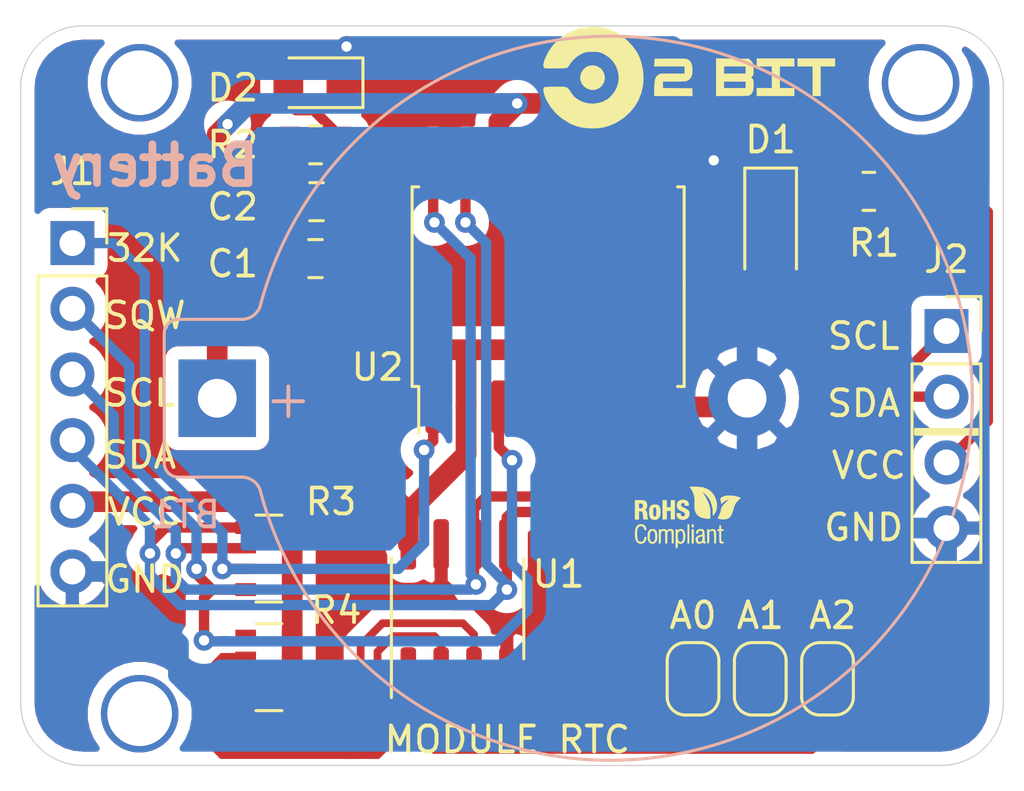
<source format=kicad_pcb>
(kicad_pcb (version 20171130) (host pcbnew "(5.1.10)-1")

  (general
    (thickness 1.6)
    (drawings 21)
    (tracks 272)
    (zones 0)
    (modules 18)
    (nets 15)
  )

  (page A4)
  (layers
    (0 F.Cu signal)
    (31 B.Cu signal)
    (32 B.Adhes user)
    (33 F.Adhes user)
    (34 B.Paste user hide)
    (35 F.Paste user)
    (36 B.SilkS user)
    (37 F.SilkS user)
    (38 B.Mask user)
    (39 F.Mask user)
    (40 Dwgs.User user)
    (41 Cmts.User user)
    (42 Eco1.User user)
    (43 Eco2.User user)
    (44 Edge.Cuts user)
    (45 Margin user)
    (46 B.CrtYd user)
    (47 F.CrtYd user)
    (48 B.Fab user)
    (49 F.Fab user)
  )

  (setup
    (last_trace_width 0.25)
    (user_trace_width 0.3)
    (user_trace_width 0.4)
    (user_trace_width 0.8)
    (trace_clearance 0.2)
    (zone_clearance 0.508)
    (zone_45_only no)
    (trace_min 0.2)
    (via_size 0.8)
    (via_drill 0.4)
    (via_min_size 0.4)
    (via_min_drill 0.3)
    (uvia_size 0.3)
    (uvia_drill 0.1)
    (uvias_allowed no)
    (uvia_min_size 0.2)
    (uvia_min_drill 0.1)
    (edge_width 0.05)
    (segment_width 0.2)
    (pcb_text_width 0.3)
    (pcb_text_size 1.5 1.5)
    (mod_edge_width 0.12)
    (mod_text_size 1 1)
    (mod_text_width 0.15)
    (pad_size 1.524 1.524)
    (pad_drill 0.762)
    (pad_to_mask_clearance 0)
    (aux_axis_origin 0 0)
    (visible_elements 7FFDEFFF)
    (pcbplotparams
      (layerselection 0x010fc_ffffffff)
      (usegerberextensions false)
      (usegerberattributes true)
      (usegerberadvancedattributes true)
      (creategerberjobfile true)
      (excludeedgelayer true)
      (linewidth 0.100000)
      (plotframeref false)
      (viasonmask false)
      (mode 1)
      (useauxorigin false)
      (hpglpennumber 1)
      (hpglpenspeed 20)
      (hpglpendiameter 15.000000)
      (psnegative false)
      (psa4output false)
      (plotreference true)
      (plotvalue true)
      (plotinvisibletext false)
      (padsonsilk false)
      (subtractmaskfromsilk false)
      (outputformat 1)
      (mirror false)
      (drillshape 1)
      (scaleselection 1)
      (outputdirectory ""))
  )

  (net 0 "")
  (net 1 "Net-(BT1-Pad1)")
  (net 2 "Net-(D1-Pad2)")
  (net 3 /VCC)
  (net 4 /SDA)
  (net 5 /SCL)
  (net 6 /32K)
  (net 7 "Net-(JP3-Pad2)")
  (net 8 "Net-(JP1-Pad2)")
  (net 9 "Net-(JP2-Pad2)")
  (net 10 GNDREF)
  (net 11 /SQW)
  (net 12 "Net-(U2-Pad4)")
  (net 13 "Net-(D2-Pad2)")
  (net 14 "Net-(R4-Pad1)")

  (net_class Default "This is the default net class."
    (clearance 0.2)
    (trace_width 0.25)
    (via_dia 0.8)
    (via_drill 0.4)
    (uvia_dia 0.3)
    (uvia_drill 0.1)
    (add_net /32K)
    (add_net /SCL)
    (add_net /SDA)
    (add_net /SQW)
    (add_net /VCC)
    (add_net GNDREF)
    (add_net "Net-(BT1-Pad1)")
    (add_net "Net-(D1-Pad2)")
    (add_net "Net-(D2-Pad2)")
    (add_net "Net-(JP1-Pad2)")
    (add_net "Net-(JP2-Pad2)")
    (add_net "Net-(JP3-Pad2)")
    (add_net "Net-(R4-Pad1)")
    (add_net "Net-(U2-Pad4)")
  )

  (module wrx:2bit (layer F.Cu) (tedit 0) (tstamp 61AF0F58)
    (at 103.8 84.6)
    (fp_text reference G*** (at 0 0) (layer F.SilkS) hide
      (effects (font (size 1.524 1.524) (thickness 0.3)))
    )
    (fp_text value LOGO (at 0.75 0) (layer F.SilkS) hide
      (effects (font (size 1.524 1.524) (thickness 0.3)))
    )
    (fp_poly (pts (xy -3.399276 -1.951917) (xy -3.276022 -1.936643) (xy -3.244584 -1.929655) (xy -2.978789 -1.845818)
      (xy -2.747492 -1.738389) (xy -2.536861 -1.599433) (xy -2.333063 -1.421009) (xy -2.2987 -1.386786)
      (xy -2.12822 -1.199826) (xy -1.996402 -1.020103) (xy -1.895185 -0.834918) (xy -1.816508 -0.631567)
      (xy -1.813533 -0.6223) (xy -1.740855 -0.316406) (xy -1.7152 -0.007989) (xy -1.735766 0.296895)
      (xy -1.801751 0.592192) (xy -1.912354 0.871847) (xy -2.040486 1.0922) (xy -2.230877 1.329092)
      (xy -2.457992 1.53799) (xy -2.711516 1.709912) (xy -2.810456 1.762604) (xy -3.027422 1.856818)
      (xy -3.239953 1.919954) (xy -3.461362 1.954299) (xy -3.704963 1.962144) (xy -3.9116 1.951908)
      (xy -4.109786 1.927499) (xy -4.288822 1.883205) (xy -4.469457 1.812933) (xy -4.5974 1.75052)
      (xy -4.859739 1.586928) (xy -5.093973 1.384682) (xy -5.2941 1.14997) (xy -5.454113 0.888982)
      (xy -5.475372 0.845661) (xy -5.529972 0.71493) (xy -5.567013 0.593597) (xy -5.584845 0.490746)
      (xy -5.581819 0.415465) (xy -5.560083 0.378906) (xy -5.523615 0.371273) (xy -5.445767 0.364698)
      (xy -5.335954 0.35966) (xy -5.203591 0.356641) (xy -5.110596 0.355988) (xy -4.949843 0.355973)
      (xy -4.830834 0.358696) (xy -4.744523 0.367787) (xy -4.68186 0.386877) (xy -4.6338 0.419596)
      (xy -4.591293 0.469577) (xy -4.545293 0.540449) (xy -4.51096 0.596623) (xy -4.391434 0.745481)
      (xy -4.239768 0.862361) (xy -4.064056 0.946298) (xy -3.87239 0.99633) (xy -3.672864 1.011491)
      (xy -3.473571 0.99082) (xy -3.282606 0.93335) (xy -3.10806 0.83812) (xy -3.026518 0.773398)
      (xy -2.8681 0.600181) (xy -2.755038 0.408851) (xy -2.688328 0.204322) (xy -2.668967 -0.00849)
      (xy -2.697952 -0.224671) (xy -2.77628 -0.439304) (xy -2.779298 -0.445456) (xy -2.893264 -0.629535)
      (xy -3.037963 -0.777838) (xy -3.220396 -0.897151) (xy -3.272038 -0.922922) (xy -3.358504 -0.96158)
      (xy -3.430357 -0.985343) (xy -3.505566 -0.997682) (xy -3.602103 -1.002068) (xy -3.683 -1.002306)
      (xy -3.819917 -0.998452) (xy -3.924809 -0.986318) (xy -4.016155 -0.963082) (xy -4.071229 -0.943003)
      (xy -4.185516 -0.883141) (xy -4.307772 -0.795609) (xy -4.423787 -0.692803) (xy -4.519354 -0.587121)
      (xy -4.57375 -0.504571) (xy -4.61622 -0.437317) (xy -4.661113 -0.389126) (xy -4.672014 -0.38185)
      (xy -4.712734 -0.373357) (xy -4.793223 -0.366342) (xy -4.902467 -0.360941) (xy -5.02945 -0.35729)
      (xy -5.16316 -0.355526) (xy -5.292581 -0.355785) (xy -5.406701 -0.358203) (xy -5.494505 -0.362916)
      (xy -5.544979 -0.370061) (xy -5.547823 -0.371018) (xy -5.579695 -0.408988) (xy -5.586146 -0.484357)
      (xy -5.567649 -0.590819) (xy -5.524679 -0.72207) (xy -5.520669 -0.732268) (xy -5.383488 -1.010386)
      (xy -5.205983 -1.260243) (xy -4.992213 -1.478302) (xy -4.746233 -1.661023) (xy -4.472098 -1.804869)
      (xy -4.175206 -1.905958) (xy -4.047962 -1.930206) (xy -3.891978 -1.947302) (xy -3.722023 -1.95687)
      (xy -3.552866 -1.958534) (xy -3.399276 -1.951917)) (layer F.SilkS) (width 0.01))
    (fp_poly (pts (xy -0.220059 -0.731606) (xy -0.138609 -0.728263) (xy -0.080504 -0.722307) (xy -0.038883 -0.713293)
      (xy -0.006883 -0.700775) (xy 0.020578 -0.685402) (xy 0.099955 -0.61379) (xy 0.150654 -0.510957)
      (xy 0.174882 -0.371299) (xy 0.17776 -0.286566) (xy 0.164483 -0.128265) (xy 0.123397 -0.009274)
      (xy 0.052499 0.074854) (xy 0 0.10791) (xy -0.04129 0.124692) (xy -0.093237 0.136773)
      (xy -0.164291 0.144864) (xy -0.2629 0.149678) (xy -0.397513 0.151927) (xy -0.52705 0.15236)
      (xy -0.9652 0.1524) (xy -0.9652 0.405428) (xy 0.1651 0.4191) (xy 0.172717 0.56515)
      (xy 0.180335 0.7112) (xy -1.2954 0.7112) (xy -1.295259 0.43815) (xy -1.291675 0.268352)
      (xy -1.279681 0.140193) (xy -1.257113 0.044897) (xy -1.221807 -0.026312) (xy -1.171601 -0.082209)
      (xy -1.165709 -0.087268) (xy -1.13757 -0.109918) (xy -1.10959 -0.126594) (xy -1.073935 -0.138211)
      (xy -1.022768 -0.145684) (xy -0.948256 -0.149926) (xy -0.842562 -0.151853) (xy -0.697852 -0.152378)
      (xy -0.607652 -0.1524) (xy -0.127 -0.1524) (xy -0.127 -0.4318) (xy -1.297936 -0.4318)
      (xy -1.2827 -0.7239) (xy -0.6731 -0.730408) (xy -0.480443 -0.732234) (xy -0.331716 -0.732781)
      (xy -0.220059 -0.731606)) (layer F.SilkS) (width 0.01))
    (fp_poly (pts (xy 1.726756 -0.731492) (xy 2.361313 -0.7239) (xy 2.444306 -0.640889) (xy 2.484227 -0.598168)
      (xy 2.509328 -0.558235) (xy 2.523704 -0.507323) (xy 2.531448 -0.431663) (xy 2.536086 -0.332175)
      (xy 2.539076 -0.22098) (xy 2.536324 -0.148173) (xy 2.525953 -0.101489) (xy 2.506085 -0.068665)
      (xy 2.493702 -0.055303) (xy 2.459321 -0.016711) (xy 2.460776 0.009308) (xy 2.491266 0.03997)
      (xy 2.516794 0.072046) (xy 2.531742 0.119381) (xy 2.53862 0.194578) (xy 2.54 0.284598)
      (xy 2.531907 0.435145) (xy 2.505586 0.546168) (xy 2.457967 0.626625) (xy 2.407493 0.671558)
      (xy 2.382475 0.68418) (xy 2.343857 0.693889) (xy 2.285485 0.701042) (xy 2.201204 0.705994)
      (xy 2.084861 0.7091) (xy 1.930301 0.710716) (xy 1.73137 0.711199) (xy 1.721548 0.7112)
      (xy 1.0922 0.7112) (xy 1.0922 0.1524) (xy 1.397 0.1524) (xy 1.397 0.4064)
      (xy 2.2352 0.4064) (xy 2.2352 0.1524) (xy 1.397 0.1524) (xy 1.0922 0.1524)
      (xy 1.0922 -0.4318) (xy 1.397 -0.4318) (xy 1.397 -0.1524) (xy 2.2352 -0.1524)
      (xy 2.2352 -0.4318) (xy 1.397 -0.4318) (xy 1.0922 -0.4318) (xy 1.0922 -0.739084)
      (xy 1.726756 -0.731492)) (layer F.SilkS) (width 0.01))
    (fp_poly (pts (xy 4.1148 -0.4318) (xy 3.556 -0.4318) (xy 3.556 0.4064) (xy 4.1148 0.4064)
      (xy 4.1148 0.7112) (xy 2.667 0.7112) (xy 2.667 0.4064) (xy 3.2512 0.4064)
      (xy 3.2512 -0.4318) (xy 2.667 -0.4318) (xy 2.667 -0.7366) (xy 4.1148 -0.7366)
      (xy 4.1148 -0.4318)) (layer F.SilkS) (width 0.01))
    (fp_poly (pts (xy 5.6896 -0.4318) (xy 5.1308 -0.4318) (xy 5.1308 0.7112) (xy 4.826 0.7112)
      (xy 4.826 -0.4318) (xy 4.2418 -0.4318) (xy 4.2418 -0.7366) (xy 5.6896 -0.7366)
      (xy 5.6896 -0.4318)) (layer F.SilkS) (width 0.01))
    (fp_poly (pts (xy -3.523209 -0.441348) (xy -3.396182 -0.368994) (xy -3.353498 -0.330898) (xy -3.26583 -0.210679)
      (xy -3.220025 -0.074387) (xy -3.216025 0.067287) (xy -3.253774 0.203653) (xy -3.333217 0.324017)
      (xy -3.357084 0.348037) (xy -3.482915 0.433375) (xy -3.624189 0.474019) (xy -3.770746 0.468265)
      (xy -3.8735 0.434592) (xy -4.003744 0.349746) (xy -4.096974 0.237125) (xy -4.149898 0.105169)
      (xy -4.159222 -0.037683) (xy -4.121651 -0.18299) (xy -4.117857 -0.191551) (xy -4.035718 -0.317329)
      (xy -3.925766 -0.406915) (xy -3.797419 -0.458591) (xy -3.660094 -0.470641) (xy -3.523209 -0.441348)) (layer F.SilkS) (width 0.01))
  )

  (module wrx:rohs (layer F.Cu) (tedit 0) (tstamp 61AFB9E5)
    (at 103.8 101.6)
    (fp_text reference G*** (at 0 0) (layer F.SilkS) hide
      (effects (font (size 1.524 1.524) (thickness 0.3)))
    )
    (fp_text value LOGO (at 0.75 0) (layer F.SilkS) hide
      (effects (font (size 1.524 1.524) (thickness 0.3)))
    )
    (fp_poly (pts (xy 0.230291 -1.180614) (xy 0.298094 -1.177972) (xy 0.368548 -1.174175) (xy 0.437125 -1.169441)
      (xy 0.499294 -1.163987) (xy 0.550526 -1.158028) (xy 0.586291 -1.151782) (xy 0.59055 -1.150695)
      (xy 0.720372 -1.104016) (xy 0.831988 -1.039978) (xy 0.926218 -0.957803) (xy 1.003881 -0.856715)
      (xy 1.065797 -0.735934) (xy 1.08724 -0.679329) (xy 1.111671 -0.584361) (xy 1.123263 -0.483283)
      (xy 1.121885 -0.383958) (xy 1.107404 -0.294249) (xy 1.094406 -0.25338) (xy 1.07281 -0.204165)
      (xy 1.047369 -0.155229) (xy 1.021394 -0.111983) (xy 0.998196 -0.079836) (xy 0.981087 -0.064197)
      (xy 0.978179 -0.0635) (xy 0.971825 -0.075604) (xy 0.967365 -0.109615) (xy 0.965185 -0.162087)
      (xy 0.965033 -0.180975) (xy 0.95452 -0.335685) (xy 0.924141 -0.482136) (xy 0.874966 -0.617341)
      (xy 0.808061 -0.738314) (xy 0.730962 -0.835327) (xy 0.691047 -0.875236) (xy 0.651336 -0.911098)
      (xy 0.615816 -0.939793) (xy 0.588475 -0.958198) (xy 0.573298 -0.963191) (xy 0.5715 -0.960177)
      (xy 0.578274 -0.947453) (xy 0.596246 -0.919475) (xy 0.621888 -0.881685) (xy 0.628993 -0.871472)
      (xy 0.678828 -0.791914) (xy 0.729303 -0.696918) (xy 0.776184 -0.595568) (xy 0.815234 -0.49695)
      (xy 0.839902 -0.4191) (xy 0.85305 -0.363619) (xy 0.86174 -0.309433) (xy 0.866791 -0.248713)
      (xy 0.86902 -0.173629) (xy 0.869305 -0.137584) (xy 0.869036 -0.073722) (xy 0.867848 -0.019341)
      (xy 0.865922 0.020699) (xy 0.863434 0.041539) (xy 0.862673 0.043259) (xy 0.838783 0.052651)
      (xy 0.793905 0.056486) (xy 0.731868 0.05461) (xy 0.685352 0.050388) (xy 0.56801 0.028443)
      (xy 0.470176 -0.009396) (xy 0.391296 -0.063444) (xy 0.330814 -0.134018) (xy 0.315038 -0.160544)
      (xy 0.287124 -0.223054) (xy 0.268388 -0.292793) (xy 0.258141 -0.374466) (xy 0.255697 -0.472782)
      (xy 0.258095 -0.550569) (xy 0.258343 -0.689101) (xy 0.244135 -0.811066) (xy 0.214151 -0.921639)
      (xy 0.16707 -1.025992) (xy 0.115456 -1.109569) (xy 0.093656 -1.142726) (xy 0.079402 -1.167227)
      (xy 0.0762 -1.175304) (xy 0.088095 -1.179447) (xy 0.120762 -1.181567) (xy 0.169671 -1.181884)
      (xy 0.230291 -1.180614)) (layer F.SilkS) (width 0.01))
    (fp_poly (pts (xy 1.730493 -0.831355) (xy 1.875926 -0.804829) (xy 1.976913 -0.77273) (xy 2.042477 -0.748307)
      (xy 1.951513 -0.656729) (xy 1.890821 -0.591085) (xy 1.845019 -0.529084) (xy 1.809903 -0.463104)
      (xy 1.781275 -0.385519) (xy 1.760046 -0.309288) (xy 1.72974 -0.202357) (xy 1.697819 -0.117528)
      (xy 1.662335 -0.051504) (xy 1.621338 -0.000989) (xy 1.572882 0.037314) (xy 1.546299 0.052381)
      (xy 1.48533 0.07299) (xy 1.409308 0.082765) (xy 1.326349 0.081283) (xy 1.2446 0.068126)
      (xy 1.202137 0.057312) (xy 1.170691 0.048443) (xy 1.157219 0.043508) (xy 1.160429 0.031017)
      (xy 1.173118 0.001442) (xy 1.192903 -0.039838) (xy 1.203007 -0.059864) (xy 1.24121 -0.141816)
      (xy 1.267379 -0.218187) (xy 1.286011 -0.302684) (xy 1.289542 -0.323708) (xy 1.30456 -0.370967)
      (xy 1.336208 -0.424567) (xy 1.385958 -0.486465) (xy 1.455285 -0.558618) (xy 1.495049 -0.596627)
      (xy 1.60426 -0.698806) (xy 1.548671 -0.679193) (xy 1.444173 -0.630176) (xy 1.353385 -0.562904)
      (xy 1.343025 -0.55311) (xy 1.316566 -0.528642) (xy 1.299274 -0.51509) (xy 1.2954 -0.514275)
      (xy 1.292998 -0.529461) (xy 1.286641 -0.562884) (xy 1.277596 -0.607923) (xy 1.27554 -0.617917)
      (xy 1.266804 -0.665967) (xy 1.261822 -0.705313) (xy 1.261483 -0.728579) (xy 1.261972 -0.730459)
      (xy 1.275782 -0.743678) (xy 1.306463 -0.763501) (xy 1.347787 -0.785965) (xy 1.354366 -0.789243)
      (xy 1.396003 -0.808673) (xy 1.431434 -0.821416) (xy 1.468651 -0.829162) (xy 1.515646 -0.8336)
      (xy 1.576978 -0.836303) (xy 1.730493 -0.831355)) (layer F.SilkS) (width 0.01))
    (fp_poly (pts (xy -0.898525 -0.657832) (xy -0.81915 -0.65405) (xy -0.815546 -0.517525) (xy -0.811941 -0.381)
      (xy -0.66126 -0.381) (xy -0.65405 -0.65405) (xy -0.50165 -0.65405) (xy -0.50165 0.08255)
      (xy -0.65405 0.08255) (xy -0.657605 -0.079375) (xy -0.661159 -0.2413) (xy -0.812042 -0.2413)
      (xy -0.81915 0.08255) (xy -0.9779 0.090112) (xy -0.9779 -0.661613) (xy -0.898525 -0.657832)) (layer F.SilkS) (width 0.01))
    (fp_poly (pts (xy -1.80275 -0.659048) (xy -1.740415 -0.654175) (xy -1.693698 -0.644562) (xy -1.657761 -0.628989)
      (xy -1.627764 -0.606235) (xy -1.613476 -0.591777) (xy -1.588684 -0.549781) (xy -1.576237 -0.496073)
      (xy -1.575526 -0.437702) (xy -1.585943 -0.381719) (xy -1.606879 -0.335171) (xy -1.637726 -0.305111)
      (xy -1.638244 -0.30483) (xy -1.652631 -0.29522) (xy -1.652372 -0.284646) (xy -1.635516 -0.266685)
      (xy -1.62331 -0.255654) (xy -1.605068 -0.238094) (xy -1.592946 -0.220567) (xy -1.585175 -0.197114)
      (xy -1.57998 -0.161775) (xy -1.575591 -0.108592) (xy -1.574357 -0.091026) (xy -1.569238 -0.034953)
      (xy -1.562634 0.012477) (xy -1.555547 0.044944) (xy -1.551171 0.055017) (xy -1.543026 0.073583)
      (xy -1.545277 0.080543) (xy -1.564388 0.086644) (xy -1.599315 0.088958) (xy -1.640822 0.087864)
      (xy -1.679668 0.083746) (xy -1.706616 0.076985) (xy -1.71196 0.07366) (xy -1.720994 0.052769)
      (xy -1.726933 0.016646) (xy -1.728128 -0.005715) (xy -1.731389 -0.073475) (xy -1.73853 -0.133714)
      (xy -1.748607 -0.181233) (xy -1.76068 -0.210832) (xy -1.766341 -0.216812) (xy -1.789858 -0.224044)
      (xy -1.826422 -0.228103) (xy -1.838325 -0.228406) (xy -1.8923 -0.2286) (xy -1.8923 0.0889)
      (xy -2.0447 0.0889) (xy -2.0447 -0.5334) (xy -1.8923 -0.5334) (xy -1.8923 -0.3429)
      (xy -1.838325 -0.343095) (xy -1.801436 -0.345285) (xy -1.774894 -0.35052) (xy -1.770377 -0.35262)
      (xy -1.745659 -0.382103) (xy -1.732013 -0.424006) (xy -1.732349 -0.460717) (xy -1.745037 -0.501063)
      (xy -1.766871 -0.523463) (xy -1.804006 -0.532482) (xy -1.830356 -0.5334) (xy -1.8923 -0.5334)
      (xy -2.0447 -0.5334) (xy -2.0447 -0.6604) (xy -1.885543 -0.6604) (xy -1.80275 -0.659048)) (layer F.SilkS) (width 0.01))
    (fp_poly (pts (xy -0.122242 -0.666641) (xy -0.062608 -0.648908) (xy -0.038273 -0.635123) (xy 0.004774 -0.589961)
      (xy 0.031474 -0.531208) (xy 0.0381 -0.483008) (xy 0.037074 -0.461455) (xy 0.029946 -0.449962)
      (xy 0.010638 -0.445366) (xy -0.026926 -0.444504) (xy -0.035861 -0.4445) (xy -0.109821 -0.4445)
      (xy -0.121586 -0.49187) (xy -0.141415 -0.533489) (xy -0.172618 -0.554438) (xy -0.211018 -0.55287)
      (xy -0.233966 -0.541563) (xy -0.259199 -0.51601) (xy -0.266692 -0.479263) (xy -0.2667 -0.477513)
      (xy -0.265053 -0.45384) (xy -0.257731 -0.434428) (xy -0.241168 -0.416206) (xy -0.211795 -0.396105)
      (xy -0.166045 -0.371054) (xy -0.110257 -0.3429) (xy -0.042858 -0.306792) (xy 0.004111 -0.274139)
      (xy 0.034473 -0.240841) (xy 0.052048 -0.202799) (xy 0.060214 -0.160052) (xy 0.057625 -0.083143)
      (xy 0.032878 -0.016726) (xy -0.012018 0.036523) (xy -0.075052 0.073928) (xy -0.126677 0.088838)
      (xy -0.169113 0.096487) (xy -0.197911 0.099374) (xy -0.22437 0.097576) (xy -0.259787 0.09117)
      (xy -0.2667 0.08979) (xy -0.337182 0.066285) (xy -0.387451 0.027611) (xy -0.418181 -0.026947)
      (xy -0.429145 -0.082453) (xy -0.434946 -0.1524) (xy -0.357173 -0.1524) (xy -0.314445 -0.15186)
      (xy -0.291192 -0.148448) (xy -0.281492 -0.139478) (xy -0.279421 -0.122263) (xy -0.2794 -0.117126)
      (xy -0.269719 -0.068988) (xy -0.241726 -0.037921) (xy -0.196996 -0.025551) (xy -0.1905 -0.0254)
      (xy -0.150458 -0.030615) (xy -0.12508 -0.048713) (xy -0.121371 -0.053626) (xy -0.103698 -0.09718)
      (xy -0.109577 -0.139962) (xy -0.137278 -0.178755) (xy -0.185071 -0.21034) (xy -0.211304 -0.220883)
      (xy -0.284972 -0.25155) (xy -0.345841 -0.287937) (xy -0.388944 -0.326781) (xy -0.402529 -0.346569)
      (xy -0.419043 -0.398236) (xy -0.423675 -0.46093) (xy -0.416619 -0.523336) (xy -0.398622 -0.57319)
      (xy -0.369979 -0.607465) (xy -0.328997 -0.638785) (xy -0.31721 -0.645443) (xy -0.258656 -0.665245)
      (xy -0.19063 -0.672199) (xy -0.122242 -0.666641)) (layer F.SilkS) (width 0.01))
    (fp_poly (pts (xy -1.206122 -0.483095) (xy -1.152118 -0.463944) (xy -1.112117 -0.429121) (xy -1.086364 -0.386639)
      (xy -1.070287 -0.335995) (xy -1.060153 -0.269482) (xy -1.056567 -0.196061) (xy -1.060128 -0.124696)
      (xy -1.066151 -0.085599) (xy -1.092734 -0.009914) (xy -1.135791 0.04737) (xy -1.192916 0.084844)
      (xy -1.261704 0.101099) (xy -1.339748 0.094725) (xy -1.36344 0.088541) (xy -1.415393 0.063703)
      (xy -1.453901 0.023202) (xy -1.479914 -0.034976) (xy -1.494384 -0.112848) (xy -1.498096 -0.1925)
      (xy -1.3462 -0.1925) (xy -1.34483 -0.126178) (xy -1.340321 -0.08054) (xy -1.332074 -0.050998)
      (xy -1.32643 -0.040926) (xy -1.298109 -0.017712) (xy -1.265384 -0.014396) (xy -1.236902 -0.030949)
      (xy -1.229622 -0.041275) (xy -1.221586 -0.069686) (xy -1.216156 -0.11875) (xy -1.213809 -0.183811)
      (xy -1.213751 -0.19685) (xy -1.215464 -0.270763) (xy -1.221444 -0.322788) (xy -1.232954 -0.356257)
      (xy -1.251256 -0.374504) (xy -1.27761 -0.380861) (xy -1.283462 -0.381) (xy -1.308306 -0.376824)
      (xy -1.325861 -0.362039) (xy -1.337253 -0.333258) (xy -1.34361 -0.287097) (xy -1.346058 -0.220171)
      (xy -1.3462 -0.1925) (xy -1.498096 -0.1925) (xy -1.498322 -0.197335) (xy -1.497548 -0.260563)
      (xy -1.494155 -0.305683) (xy -1.487024 -0.339939) (xy -1.475038 -0.370579) (xy -1.470025 -0.380741)
      (xy -1.437964 -0.432502) (xy -1.401342 -0.465422) (xy -1.353909 -0.483035) (xy -1.289416 -0.488872)
      (xy -1.278594 -0.48895) (xy -1.206122 -0.483095)) (layer F.SilkS) (width 0.01))
    (fp_poly (pts (xy 0.187325 0.281731) (xy 0.209687 0.287162) (xy 0.220765 0.301668) (xy 0.225625 0.332814)
      (xy 0.226155 0.339725) (xy 0.227506 0.373523) (xy 0.221964 0.38909) (xy 0.204958 0.393485)
      (xy 0.19123 0.3937) (xy 0.167481 0.392143) (xy 0.15615 0.382906) (xy 0.152649 0.35914)
      (xy 0.1524 0.335706) (xy 0.153399 0.300377) (xy 0.159134 0.284099) (xy 0.173707 0.280532)
      (xy 0.187325 0.281731)) (layer F.SilkS) (width 0.01))
    (fp_poly (pts (xy 1.268546 0.319113) (xy 1.278046 0.327929) (xy 1.281935 0.349913) (xy 1.282699 0.391029)
      (xy 1.2827 0.3937) (xy 1.2827 0.4699) (xy 1.334383 0.4699) (xy 1.367174 0.471446)
      (xy 1.381047 0.478653) (xy 1.382418 0.495369) (xy 1.382008 0.498475) (xy 1.373893 0.518455)
      (xy 1.352209 0.528194) (xy 1.330325 0.530991) (xy 1.2827 0.534933) (xy 1.282873 0.715141)
      (xy 1.283244 0.798203) (xy 1.284728 0.859246) (xy 1.288159 0.901651) (xy 1.294367 0.928797)
      (xy 1.304187 0.944065) (xy 1.318449 0.950834) (xy 1.337988 0.952484) (xy 1.341331 0.9525)
      (xy 1.370746 0.955069) (xy 1.382516 0.966494) (xy 1.3843 0.98425) (xy 1.381931 1.003842)
      (xy 1.370287 1.013124) (xy 1.342564 1.015878) (xy 1.32715 1.016) (xy 1.278111 1.010189)
      (xy 1.245423 0.991411) (xy 1.2446 0.9906) (xy 1.235272 0.979483) (xy 1.228546 0.965007)
      (xy 1.224001 0.94318) (xy 1.221216 0.910012) (xy 1.219772 0.86151) (xy 1.219248 0.793683)
      (xy 1.2192 0.7493) (xy 1.2192 0.5334) (xy 1.1811 0.5334) (xy 1.15387 0.529982)
      (xy 1.143909 0.515456) (xy 1.143 0.50165) (xy 1.1471 0.478959) (xy 1.164531 0.470658)
      (xy 1.1811 0.4699) (xy 1.2192 0.4699) (xy 1.2192 0.3937) (xy 1.219872 0.351468)
      (xy 1.223545 0.328668) (xy 1.232705 0.319334) (xy 1.249837 0.317501) (xy 1.25095 0.3175)
      (xy 1.268546 0.319113)) (layer F.SilkS) (width 0.01))
    (fp_poly (pts (xy 1.017821 0.470752) (xy 1.058313 0.499071) (xy 1.078023 0.529836) (xy 1.08447 0.560988)
      (xy 1.088457 0.617321) (xy 1.089982 0.698736) (xy 1.089337 0.78761) (xy 1.08585 1.00965)
      (xy 1.02235 1.00965) (xy 1.016 0.777385) (xy 1.013298 0.69192) (xy 1.010306 0.628613)
      (xy 1.006688 0.584221) (xy 1.002104 0.555501) (xy 0.99622 0.539211) (xy 0.9906 0.533104)
      (xy 0.952047 0.521663) (xy 0.90597 0.525428) (xy 0.864207 0.543166) (xy 0.859259 0.546788)
      (xy 0.826093 0.572876) (xy 0.822621 0.791263) (xy 0.82122 0.870508) (xy 0.819603 0.927944)
      (xy 0.817297 0.967158) (xy 0.813825 0.991739) (xy 0.808713 1.005277) (xy 0.801486 1.011358)
      (xy 0.793227 1.01336) (xy 0.767991 1.012511) (xy 0.758302 1.008069) (xy 0.755609 0.993207)
      (xy 0.753237 0.956841) (xy 0.751315 0.902869) (xy 0.749971 0.835184) (xy 0.749334 0.757683)
      (xy 0.7493 0.734483) (xy 0.7493 0.4699) (xy 0.78105 0.4699) (xy 0.806019 0.475922)
      (xy 0.8128 0.494917) (xy 0.814334 0.509319) (xy 0.822694 0.510928) (xy 0.843513 0.49897)
      (xy 0.859022 0.488567) (xy 0.91205 0.464346) (xy 0.967025 0.458792) (xy 1.017821 0.470752)) (layer F.SilkS) (width 0.01))
    (fp_poly (pts (xy 0.225677 0.739775) (xy 0.22225 1.00965) (xy 0.187325 1.013668) (xy 0.1524 1.017687)
      (xy 0.1524 0.4699) (xy 0.229105 0.4699) (xy 0.225677 0.739775)) (layer F.SilkS) (width 0.01))
    (fp_poly (pts (xy 0.0508 1.016) (xy -0.0127 1.016) (xy -0.0127 0.2794) (xy 0.0508 0.2794)
      (xy 0.0508 1.016)) (layer F.SilkS) (width 0.01))
    (fp_poly (pts (xy -0.615044 0.470202) (xy -0.588084 0.48783) (xy -0.55245 0.518461) (xy -0.55245 1.00965)
      (xy -0.61595 1.00965) (xy -0.6223 0.78105) (xy -0.624893 0.706643) (xy -0.628187 0.640563)
      (xy -0.631884 0.587196) (xy -0.635687 0.550928) (xy -0.638925 0.536575) (xy -0.659951 0.524247)
      (xy -0.693611 0.5213) (xy -0.729131 0.527259) (xy -0.755735 0.541649) (xy -0.755807 0.54172)
      (xy -0.771911 0.561207) (xy -0.78367 0.585381) (xy -0.791725 0.618291) (xy -0.79672 0.663981)
      (xy -0.799295 0.726499) (xy -0.800094 0.809891) (xy -0.8001 0.82082) (xy -0.8001 1.017687)
      (xy -0.835025 1.013668) (xy -0.86995 1.00965) (xy -0.873428 0.781987) (xy -0.875561 0.693418)
      (xy -0.878901 0.622425) (xy -0.883285 0.571306) (xy -0.888547 0.542362) (xy -0.890858 0.537512)
      (xy -0.91843 0.522116) (xy -0.956091 0.521986) (xy -0.994563 0.535952) (xy -1.016962 0.553437)
      (xy -1.028247 0.5665) (xy -1.036472 0.580779) (xy -1.042218 0.600409) (xy -1.046064 0.629524)
      (xy -1.048593 0.672259) (xy -1.050386 0.732749) (xy -1.051762 0.801087) (xy -1.055773 1.016)
      (xy -1.1176 1.016) (xy -1.1176 0.4699) (xy -1.08585 0.4699) (xy -1.060394 0.476466)
      (xy -1.0541 0.488763) (xy -1.050262 0.498828) (xy -1.035268 0.495157) (xy -1.012825 0.48246)
      (xy -0.95837 0.460651) (xy -0.904373 0.459034) (xy -0.857464 0.477343) (xy -0.843047 0.489299)
      (xy -0.810947 0.521398) (xy -0.7728 0.489299) (xy -0.723528 0.462751) (xy -0.668202 0.456363)
      (xy -0.615044 0.470202)) (layer F.SilkS) (width 0.01))
    (fp_poly (pts (xy 0.541305 0.460949) (xy 0.579473 0.473975) (xy 0.607684 0.498943) (xy 0.627276 0.538518)
      (xy 0.639584 0.595366) (xy 0.645945 0.672152) (xy 0.6477 0.767942) (xy 0.648061 0.841178)
      (xy 0.649392 0.892601) (xy 0.652061 0.925792) (xy 0.65644 0.944331) (xy 0.662896 0.951797)
      (xy 0.66675 0.9525) (xy 0.682071 0.96354) (xy 0.6858 0.98425) (xy 0.681717 1.006914)
      (xy 0.664342 1.015227) (xy 0.647575 1.016) (xy 0.609481 1.006881) (xy 0.58781 0.990842)
      (xy 0.571608 0.974164) (xy 0.558713 0.974487) (xy 0.538383 0.991883) (xy 0.501605 1.012747)
      (xy 0.453145 1.023647) (xy 0.405456 1.022539) (xy 0.385929 1.016903) (xy 0.342003 0.984959)
      (xy 0.314482 0.935114) (xy 0.307118 0.885568) (xy 0.381891 0.885568) (xy 0.395298 0.92511)
      (xy 0.407722 0.941122) (xy 0.442486 0.959563) (xy 0.484533 0.958331) (xy 0.526156 0.938264)
      (xy 0.539287 0.926857) (xy 0.554599 0.903844) (xy 0.564042 0.868197) (xy 0.569281 0.813889)
      (xy 0.57425 0.725947) (xy 0.52525 0.743416) (xy 0.48838 0.754813) (xy 0.458675 0.761074)
      (xy 0.454025 0.761442) (xy 0.420728 0.773393) (xy 0.396406 0.802722) (xy 0.38286 0.842443)
      (xy 0.381891 0.885568) (xy 0.307118 0.885568) (xy 0.304802 0.869991) (xy 0.3048 0.868945)
      (xy 0.309651 0.81673) (xy 0.326554 0.776737) (xy 0.359036 0.745231) (xy 0.410621 0.718475)
      (xy 0.465332 0.69884) (xy 0.56515 0.66675) (xy 0.568978 0.614336) (xy 0.565205 0.565688)
      (xy 0.544325 0.53542) (xy 0.504796 0.521839) (xy 0.483661 0.5207) (xy 0.435992 0.530113)
      (xy 0.405194 0.556893) (xy 0.393722 0.598847) (xy 0.3937 0.601075) (xy 0.389989 0.625223)
      (xy 0.373605 0.634092) (xy 0.3556 0.635) (xy 0.328406 0.631618) (xy 0.318444 0.61708)
      (xy 0.3175 0.602619) (xy 0.32882 0.546261) (xy 0.360825 0.501692) (xy 0.410578 0.471362)
      (xy 0.475144 0.457719) (xy 0.491843 0.4572) (xy 0.541305 0.460949)) (layer F.SilkS) (width 0.01))
    (fp_poly (pts (xy -1.31423 0.464949) (xy -1.261961 0.489588) (xy -1.221825 0.535879) (xy -1.211834 0.554125)
      (xy -1.197815 0.598045) (xy -1.188976 0.657906) (xy -1.185299 0.726289) (xy -1.186763 0.795777)
      (xy -1.193347 0.858952) (xy -1.205031 0.908396) (xy -1.21285 0.925772) (xy -1.256312 0.979447)
      (xy -1.309427 1.013269) (xy -1.367802 1.025741) (xy -1.427042 1.015369) (xy -1.4478 1.005719)
      (xy -1.489983 0.970278) (xy -1.524 0.919573) (xy -1.539447 0.886142) (xy -1.54888 0.854017)
      (xy -1.553641 0.815293) (xy -1.555075 0.762063) (xy -1.555056 0.751355) (xy -1.479352 0.751355)
      (xy -1.475971 0.815796) (xy -1.466804 0.869999) (xy -1.456632 0.897893) (xy -1.423135 0.942127)
      (xy -1.382986 0.963219) (xy -1.338513 0.960231) (xy -1.321071 0.952644) (xy -1.302651 0.933698)
      (xy -1.283251 0.900349) (xy -1.275884 0.883195) (xy -1.263451 0.83312) (xy -1.257711 0.771235)
      (xy -1.258304 0.705149) (xy -1.264871 0.642475) (xy -1.277051 0.590824) (xy -1.291064 0.561916)
      (xy -1.327992 0.529605) (xy -1.369897 0.519622) (xy -1.410977 0.531297) (xy -1.44543 0.563958)
      (xy -1.455172 0.580887) (xy -1.468914 0.625472) (xy -1.476987 0.685104) (xy -1.479352 0.751355)
      (xy -1.555056 0.751355) (xy -1.555029 0.736921) (xy -1.553419 0.673021) (xy -1.548719 0.627192)
      (xy -1.539781 0.59218) (xy -1.527806 0.56515) (xy -1.495433 0.513154) (xy -1.460289 0.481416)
      (xy -1.415592 0.465111) (xy -1.380929 0.460696) (xy -1.31423 0.464949)) (layer F.SilkS) (width 0.01))
    (fp_poly (pts (xy -1.753423 0.278542) (xy -1.695532 0.30493) (xy -1.649229 0.347509) (xy -1.61897 0.403582)
      (xy -1.609497 0.452718) (xy -1.609468 0.48492) (xy -1.617512 0.499839) (xy -1.637974 0.505315)
      (xy -1.638688 0.505399) (xy -1.659283 0.50473) (xy -1.672298 0.492603) (xy -1.683089 0.462999)
      (xy -1.686072 0.452143) (xy -1.708893 0.395191) (xy -1.742458 0.360008) (xy -1.789469 0.344271)
      (xy -1.813122 0.3429) (xy -1.856276 0.347329) (xy -1.888554 0.364159) (xy -1.904948 0.378993)
      (xy -1.93173 0.41299) (xy -1.950427 0.455493) (xy -1.96187 0.510571) (xy -1.966888 0.582295)
      (xy -1.966313 0.674738) (xy -1.966182 0.679025) (xy -1.960549 0.773037) (xy -1.949355 0.844524)
      (xy -1.931204 0.896019) (xy -1.904698 0.930053) (xy -1.868442 0.949159) (xy -1.821039 0.955869)
      (xy -1.813438 0.955963) (xy -1.766857 0.948191) (xy -1.737886 0.932006) (xy -1.706792 0.891941)
      (xy -1.684279 0.840297) (xy -1.6764 0.794157) (xy -1.67238 0.771195) (xy -1.655161 0.762787)
      (xy -1.6383 0.762) (xy -1.613184 0.766426) (xy -1.60115 0.782276) (xy -1.601295 0.813407)
      (xy -1.612713 0.863675) (xy -1.613664 0.867122) (xy -1.644032 0.93379) (xy -1.69129 0.983684)
      (xy -1.751631 1.014753) (xy -1.821249 1.024947) (xy -1.887835 1.014825) (xy -1.92133 0.997865)
      (xy -1.956661 0.969482) (xy -1.966665 0.959) (xy -2.001114 0.908459) (xy -2.024956 0.845603)
      (xy -2.03913 0.766685) (xy -2.044575 0.667961) (xy -2.0447 0.647699) (xy -2.040076 0.538989)
      (xy -2.025547 0.451812) (xy -2.000129 0.383917) (xy -1.962839 0.333056) (xy -1.912692 0.296979)
      (xy -1.886137 0.285146) (xy -1.818444 0.271047) (xy -1.753423 0.278542)) (layer F.SilkS) (width 0.01))
    (fp_poly (pts (xy -0.213744 0.468315) (xy -0.166648 0.501089) (xy -0.132217 0.554661) (xy -0.11091 0.628175)
      (xy -0.103181 0.720769) (xy -0.104567 0.774225) (xy -0.114901 0.862999) (xy -0.13511 0.93018)
      (xy -0.166162 0.977963) (xy -0.207661 1.007902) (xy -0.26166 1.026033) (xy -0.309212 1.023306)
      (xy -0.35192 1.003746) (xy -0.392689 0.978888) (xy -0.39637 1.083169) (xy -0.398504 1.134392)
      (xy -0.401718 1.165541) (xy -0.407907 1.181929) (xy -0.418964 1.18887) (xy -0.434975 1.191468)
      (xy -0.4699 1.195487) (xy -0.4699 0.7366) (xy -0.392964 0.7366) (xy -0.388913 0.82064)
      (xy -0.377543 0.882482) (xy -0.358166 0.924448) (xy -0.3302 0.948806) (xy -0.288847 0.963425)
      (xy -0.254244 0.958597) (xy -0.23192 0.945775) (xy -0.205721 0.914507) (xy -0.18832 0.862786)
      (xy -0.179354 0.789189) (xy -0.177871 0.733682) (xy -0.183194 0.646935) (xy -0.199211 0.58265)
      (xy -0.225788 0.541027) (xy -0.26279 0.522268) (xy -0.310079 0.526575) (xy -0.316109 0.528536)
      (xy -0.351648 0.552308) (xy -0.375972 0.595838) (xy -0.389546 0.660387) (xy -0.392964 0.7366)
      (xy -0.4699 0.7366) (xy -0.4699 0.4699) (xy -0.43815 0.4699) (xy -0.413442 0.475672)
      (xy -0.406401 0.496164) (xy -0.4064 0.496428) (xy -0.405098 0.51222) (xy -0.397546 0.513449)
      (xy -0.378275 0.499227) (xy -0.367326 0.490078) (xy -0.326536 0.465185) (xy -0.278136 0.457246)
      (xy -0.27305 0.4572) (xy -0.213744 0.468315)) (layer F.SilkS) (width 0.01))
  )

  (module Battery:BatteryHolder_Keystone_107_1x23mm (layer B.Cu) (tedit 5787C387) (tstamp 61AF3760)
    (at 85.6 97)
    (descr http://www.keyelco.com/product-pdf.cfm?p=746)
    (tags "Keystone type 107 battery holder")
    (path /61AE72F8)
    (fp_text reference BT1 (at -1.25 4.5) (layer B.SilkS)
      (effects (font (size 1 1) (thickness 0.15)) (justify mirror))
    )
    (fp_text value 2032 (at 15 -15) (layer B.Fab)
      (effects (font (size 1 1) (thickness 0.15)) (justify mirror))
    )
    (fp_line (start 23.7109 7.8867) (end 25.3392 9.4388) (layer B.Fab) (width 0.1))
    (fp_line (start 23.7236 -7.8613) (end 25.3673 -9.3907) (layer B.Fab) (width 0.1))
    (fp_line (start 0 1.3) (end 0 -1.3) (layer B.Fab) (width 0.1))
    (fp_line (start 16.2 1.3) (end 0 1.3) (layer B.Fab) (width 0.1))
    (fp_line (start 0 -1.3) (end 16.2 -1.3) (layer B.Fab) (width 0.1))
    (fp_line (start -1.9 2.5) (end -1.9 -2.5) (layer B.Fab) (width 0.1))
    (fp_line (start -1.5 -3.3) (end 0.95 -3.3) (layer B.CrtYd) (width 0.05))
    (fp_line (start 0.95 3.3) (end -1.5 3.3) (layer B.CrtYd) (width 0.05))
    (fp_line (start -2.3 2.5) (end -2.3 -2.5) (layer B.CrtYd) (width 0.05))
    (fp_line (start -1.5 -2.9) (end 0.95 -2.9) (layer B.Fab) (width 0.1))
    (fp_line (start 0.95 2.9) (end -1.5 2.9) (layer B.Fab) (width 0.1))
    (fp_line (start -2.05 2.5) (end -2.05 -2.5) (layer B.SilkS) (width 0.12))
    (fp_line (start -1.5 -3.05) (end 0.95 -3.05) (layer B.SilkS) (width 0.12))
    (fp_line (start 0.95 3.05) (end -1.5 3.05) (layer B.SilkS) (width 0.12))
    (fp_arc (start -1.5 2.5) (end -1.9 2.5) (angle -90) (layer B.Fab) (width 0.1))
    (fp_arc (start -1.5 -2.5) (end -2.3 -2.5) (angle 90) (layer B.CrtYd) (width 0.05))
    (fp_arc (start 16.2 0) (end 16.2 1.3) (angle -180) (layer B.Fab) (width 0.1))
    (fp_arc (start 0.95 3.8) (end 0.95 3.3) (angle 70) (layer B.CrtYd) (width 0.05))
    (fp_arc (start 15.2 0) (end 3.7 1.3) (angle -180) (layer B.Fab) (width 0.1))
    (fp_arc (start 15.2 0) (end 9 1.3) (angle -170) (layer B.Fab) (width 0.1))
    (fp_arc (start 15.2 0) (end 13.3 1.3) (angle -150) (layer B.Fab) (width 0.1))
    (fp_arc (start 15.2 0) (end 13.3 -1.3) (angle 150) (layer B.Fab) (width 0.1))
    (fp_arc (start 15.2 0) (end 9 -1.3) (angle 170) (layer B.Fab) (width 0.1))
    (fp_arc (start 15.2 0) (end 3.7 -1.3) (angle 180) (layer B.Fab) (width 0.1))
    (fp_arc (start 15.2 0) (end 1.41 3.6) (angle -165.5) (layer B.CrtYd) (width 0.05))
    (fp_arc (start 15.2 0) (end 1.41 -3.6) (angle 165.5) (layer B.CrtYd) (width 0.05))
    (fp_arc (start 0.95 -3.8) (end 0.95 -3.3) (angle -70) (layer B.CrtYd) (width 0.05))
    (fp_arc (start -1.5 2.5) (end -2.3 2.5) (angle -90) (layer B.CrtYd) (width 0.05))
    (fp_arc (start -1.5 -2.5) (end -1.9 -2.5) (angle 90) (layer B.Fab) (width 0.1))
    (fp_arc (start -1.5 -2.5) (end -2.05 -2.5) (angle 90) (layer B.SilkS) (width 0.12))
    (fp_arc (start -1.5 2.5) (end -2.05 2.5) (angle -90) (layer B.SilkS) (width 0.12))
    (fp_arc (start 0.95 3.8) (end 0.95 2.9) (angle 70) (layer B.Fab) (width 0.1))
    (fp_arc (start 0.95 3.8) (end 0.95 3.05) (angle 70) (layer B.SilkS) (width 0.12))
    (fp_arc (start 0.95 -3.8) (end 0.95 -2.9) (angle -70) (layer B.Fab) (width 0.1))
    (fp_arc (start 0.95 -3.8) (end 0.95 -3.05) (angle -70) (layer B.SilkS) (width 0.12))
    (fp_arc (start 15.2 0) (end 1.8 3.5) (angle -165.5) (layer B.Fab) (width 0.1))
    (fp_arc (start 15.2 0) (end 1.65 3.52) (angle -165.5) (layer B.SilkS) (width 0.12))
    (fp_arc (start 15.2 0) (end 1.8 -3.5) (angle 165.5) (layer B.Fab) (width 0.1))
    (fp_arc (start 15.2 0) (end 1.65 -3.52) (angle 165.5) (layer B.SilkS) (width 0.12))
    (fp_text user %R (at 0 0) (layer B.Fab)
      (effects (font (size 1 1) (thickness 0.15)) (justify mirror))
    )
    (fp_text user + (at 2.75 0) (layer B.SilkS)
      (effects (font (size 1.5 1.5) (thickness 0.15)) (justify mirror))
    )
    (pad 1 thru_hole rect (at 0 0) (size 3 3) (drill 1.5) (layers *.Cu *.Mask)
      (net 1 "Net-(BT1-Pad1)"))
    (pad 2 thru_hole circle (at 20.49 0) (size 3 3) (drill 1.5) (layers *.Cu *.Mask)
      (net 10 GNDREF))
    (model ${KISYS3DMOD}/Battery.3dshapes/BatteryHolder_Keystone_107_1x23mm.wrl
      (at (xyz 0 0 0))
      (scale (xyz 1 1 1))
      (rotate (xyz 0 0 0))
    )
  )

  (module Connector_PinSocket_2.54mm:PinSocket_1x04_P2.54mm_Vertical (layer F.Cu) (tedit 5A19A429) (tstamp 61AEFA16)
    (at 113.8 94.4)
    (descr "Through hole straight socket strip, 1x04, 2.54mm pitch, single row (from Kicad 4.0.7), script generated")
    (tags "Through hole socket strip THT 1x04 2.54mm single row")
    (path /61AEBB17)
    (fp_text reference J2 (at 0 -2.77) (layer F.SilkS)
      (effects (font (size 1 1) (thickness 0.15)))
    )
    (fp_text value Conn_01x04_Male (at 0 10.39) (layer F.Fab)
      (effects (font (size 1 1) (thickness 0.15)))
    )
    (fp_line (start -1.8 9.4) (end -1.8 -1.8) (layer F.CrtYd) (width 0.05))
    (fp_line (start 1.75 9.4) (end -1.8 9.4) (layer F.CrtYd) (width 0.05))
    (fp_line (start 1.75 -1.8) (end 1.75 9.4) (layer F.CrtYd) (width 0.05))
    (fp_line (start -1.8 -1.8) (end 1.75 -1.8) (layer F.CrtYd) (width 0.05))
    (fp_line (start 0 -1.33) (end 1.33 -1.33) (layer F.SilkS) (width 0.12))
    (fp_line (start 1.33 -1.33) (end 1.33 0) (layer F.SilkS) (width 0.12))
    (fp_line (start 1.33 1.27) (end 1.33 8.95) (layer F.SilkS) (width 0.12))
    (fp_line (start -1.33 8.95) (end 1.33 8.95) (layer F.SilkS) (width 0.12))
    (fp_line (start -1.33 1.27) (end -1.33 8.95) (layer F.SilkS) (width 0.12))
    (fp_line (start -1.33 1.27) (end 1.33 1.27) (layer F.SilkS) (width 0.12))
    (fp_line (start -1.27 8.89) (end -1.27 -1.27) (layer F.Fab) (width 0.1))
    (fp_line (start 1.27 8.89) (end -1.27 8.89) (layer F.Fab) (width 0.1))
    (fp_line (start 1.27 -0.635) (end 1.27 8.89) (layer F.Fab) (width 0.1))
    (fp_line (start 0.635 -1.27) (end 1.27 -0.635) (layer F.Fab) (width 0.1))
    (fp_line (start -1.27 -1.27) (end 0.635 -1.27) (layer F.Fab) (width 0.1))
    (fp_text user %R (at 0 3.81 90) (layer F.Fab)
      (effects (font (size 1 1) (thickness 0.15)))
    )
    (pad 4 thru_hole oval (at 0 7.62) (size 1.7 1.7) (drill 1) (layers *.Cu *.Mask)
      (net 10 GNDREF))
    (pad 3 thru_hole oval (at 0 5.08) (size 1.7 1.7) (drill 1) (layers *.Cu *.Mask)
      (net 3 /VCC))
    (pad 2 thru_hole oval (at 0 2.54) (size 1.7 1.7) (drill 1) (layers *.Cu *.Mask)
      (net 4 /SDA))
    (pad 1 thru_hole rect (at 0 0) (size 1.7 1.7) (drill 1) (layers *.Cu *.Mask)
      (net 5 /SCL))
  )

  (module Connector_PinSocket_2.54mm:PinSocket_1x06_P2.54mm_Vertical (layer F.Cu) (tedit 5A19A430) (tstamp 61AEF9BC)
    (at 80 91)
    (descr "Through hole straight socket strip, 1x06, 2.54mm pitch, single row (from Kicad 4.0.7), script generated")
    (tags "Through hole socket strip THT 1x06 2.54mm single row")
    (path /61AEA8BA)
    (fp_text reference J1 (at 0 -2.77) (layer F.SilkS)
      (effects (font (size 1 1) (thickness 0.15)))
    )
    (fp_text value Conn_01x06_Male (at 0 15.47) (layer F.Fab)
      (effects (font (size 1 1) (thickness 0.15)))
    )
    (fp_line (start -1.8 14.45) (end -1.8 -1.8) (layer F.CrtYd) (width 0.05))
    (fp_line (start 1.75 14.45) (end -1.8 14.45) (layer F.CrtYd) (width 0.05))
    (fp_line (start 1.75 -1.8) (end 1.75 14.45) (layer F.CrtYd) (width 0.05))
    (fp_line (start -1.8 -1.8) (end 1.75 -1.8) (layer F.CrtYd) (width 0.05))
    (fp_line (start 0 -1.33) (end 1.33 -1.33) (layer F.SilkS) (width 0.12))
    (fp_line (start 1.33 -1.33) (end 1.33 0) (layer F.SilkS) (width 0.12))
    (fp_line (start 1.33 1.27) (end 1.33 14.03) (layer F.SilkS) (width 0.12))
    (fp_line (start -1.33 14.03) (end 1.33 14.03) (layer F.SilkS) (width 0.12))
    (fp_line (start -1.33 1.27) (end -1.33 14.03) (layer F.SilkS) (width 0.12))
    (fp_line (start -1.33 1.27) (end 1.33 1.27) (layer F.SilkS) (width 0.12))
    (fp_line (start -1.27 13.97) (end -1.27 -1.27) (layer F.Fab) (width 0.1))
    (fp_line (start 1.27 13.97) (end -1.27 13.97) (layer F.Fab) (width 0.1))
    (fp_line (start 1.27 -0.635) (end 1.27 13.97) (layer F.Fab) (width 0.1))
    (fp_line (start 0.635 -1.27) (end 1.27 -0.635) (layer F.Fab) (width 0.1))
    (fp_line (start -1.27 -1.27) (end 0.635 -1.27) (layer F.Fab) (width 0.1))
    (fp_text user %R (at 0 6.35 90) (layer F.Fab)
      (effects (font (size 1 1) (thickness 0.15)))
    )
    (pad 6 thru_hole oval (at 0 12.7) (size 1.7 1.7) (drill 1) (layers *.Cu *.Mask)
      (net 10 GNDREF))
    (pad 5 thru_hole oval (at 0 10.16) (size 1.7 1.7) (drill 1) (layers *.Cu *.Mask)
      (net 3 /VCC))
    (pad 4 thru_hole oval (at 0 7.62) (size 1.7 1.7) (drill 1) (layers *.Cu *.Mask)
      (net 4 /SDA))
    (pad 3 thru_hole oval (at 0 5.08) (size 1.7 1.7) (drill 1) (layers *.Cu *.Mask)
      (net 5 /SCL))
    (pad 2 thru_hole oval (at 0 2.54) (size 1.7 1.7) (drill 1) (layers *.Cu *.Mask)
      (net 11 /SQW))
    (pad 1 thru_hole rect (at 0 0) (size 1.7 1.7) (drill 1) (layers *.Cu *.Mask)
      (net 6 /32K))
  )

  (module Resistor_SMD:R_0805_2012Metric_Pad1.20x1.40mm_HandSolder (layer F.Cu) (tedit 5F68FEEE) (tstamp 61AF303E)
    (at 89.4 87.2)
    (descr "Resistor SMD 0805 (2012 Metric), square (rectangular) end terminal, IPC_7351 nominal with elongated pad for handsoldering. (Body size source: IPC-SM-782 page 72, https://www.pcb-3d.com/wordpress/wp-content/uploads/ipc-sm-782a_amendment_1_and_2.pdf), generated with kicad-footprint-generator")
    (tags "resistor handsolder")
    (path /61B50D2B)
    (attr smd)
    (fp_text reference R2 (at -3.2 0) (layer F.SilkS)
      (effects (font (size 1 1) (thickness 0.15)))
    )
    (fp_text value 330R (at 0 1.65) (layer F.Fab)
      (effects (font (size 1 1) (thickness 0.15)))
    )
    (fp_line (start 1.85 0.95) (end -1.85 0.95) (layer F.CrtYd) (width 0.05))
    (fp_line (start 1.85 -0.95) (end 1.85 0.95) (layer F.CrtYd) (width 0.05))
    (fp_line (start -1.85 -0.95) (end 1.85 -0.95) (layer F.CrtYd) (width 0.05))
    (fp_line (start -1.85 0.95) (end -1.85 -0.95) (layer F.CrtYd) (width 0.05))
    (fp_line (start -0.227064 0.735) (end 0.227064 0.735) (layer F.SilkS) (width 0.12))
    (fp_line (start -0.227064 -0.735) (end 0.227064 -0.735) (layer F.SilkS) (width 0.12))
    (fp_line (start 1 0.625) (end -1 0.625) (layer F.Fab) (width 0.1))
    (fp_line (start 1 -0.625) (end 1 0.625) (layer F.Fab) (width 0.1))
    (fp_line (start -1 -0.625) (end 1 -0.625) (layer F.Fab) (width 0.1))
    (fp_line (start -1 0.625) (end -1 -0.625) (layer F.Fab) (width 0.1))
    (fp_text user %R (at 0 0) (layer F.Fab)
      (effects (font (size 0.5 0.5) (thickness 0.08)))
    )
    (pad 2 smd roundrect (at 1 0) (size 1.2 1.4) (layers F.Cu F.Paste F.Mask) (roundrect_rratio 0.208333)
      (net 13 "Net-(D2-Pad2)"))
    (pad 1 smd roundrect (at -1 0) (size 1.2 1.4) (layers F.Cu F.Paste F.Mask) (roundrect_rratio 0.208333)
      (net 3 /VCC))
    (model ${KISYS3DMOD}/Resistor_SMD.3dshapes/R_0805_2012Metric.wrl
      (at (xyz 0 0 0))
      (scale (xyz 1 1 1))
      (rotate (xyz 0 0 0))
    )
  )

  (module Resistor_SMD:R_0805_2012Metric_Pad1.20x1.40mm_HandSolder (layer F.Cu) (tedit 5F68FEEE) (tstamp 61AEFA5D)
    (at 110.8 89 180)
    (descr "Resistor SMD 0805 (2012 Metric), square (rectangular) end terminal, IPC_7351 nominal with elongated pad for handsoldering. (Body size source: IPC-SM-782 page 72, https://www.pcb-3d.com/wordpress/wp-content/uploads/ipc-sm-782a_amendment_1_and_2.pdf), generated with kicad-footprint-generator")
    (tags "resistor handsolder")
    (path /61B500CE)
    (attr smd)
    (fp_text reference R1 (at -0.2 -2) (layer F.SilkS)
      (effects (font (size 1 1) (thickness 0.15)))
    )
    (fp_text value 220R (at 0 1.65) (layer F.Fab)
      (effects (font (size 1 1) (thickness 0.15)))
    )
    (fp_line (start 1.85 0.95) (end -1.85 0.95) (layer F.CrtYd) (width 0.05))
    (fp_line (start 1.85 -0.95) (end 1.85 0.95) (layer F.CrtYd) (width 0.05))
    (fp_line (start -1.85 -0.95) (end 1.85 -0.95) (layer F.CrtYd) (width 0.05))
    (fp_line (start -1.85 0.95) (end -1.85 -0.95) (layer F.CrtYd) (width 0.05))
    (fp_line (start -0.227064 0.735) (end 0.227064 0.735) (layer F.SilkS) (width 0.12))
    (fp_line (start -0.227064 -0.735) (end 0.227064 -0.735) (layer F.SilkS) (width 0.12))
    (fp_line (start 1 0.625) (end -1 0.625) (layer F.Fab) (width 0.1))
    (fp_line (start 1 -0.625) (end 1 0.625) (layer F.Fab) (width 0.1))
    (fp_line (start -1 -0.625) (end 1 -0.625) (layer F.Fab) (width 0.1))
    (fp_line (start -1 0.625) (end -1 -0.625) (layer F.Fab) (width 0.1))
    (fp_text user %R (at 0 0) (layer F.Fab)
      (effects (font (size 0.5 0.5) (thickness 0.08)))
    )
    (pad 2 smd roundrect (at 1 0 180) (size 1.2 1.4) (layers F.Cu F.Paste F.Mask) (roundrect_rratio 0.208333)
      (net 2 "Net-(D1-Pad2)"))
    (pad 1 smd roundrect (at -1 0 180) (size 1.2 1.4) (layers F.Cu F.Paste F.Mask) (roundrect_rratio 0.208333)
      (net 3 /VCC))
    (model ${KISYS3DMOD}/Resistor_SMD.3dshapes/R_0805_2012Metric.wrl
      (at (xyz 0 0 0))
      (scale (xyz 1 1 1))
      (rotate (xyz 0 0 0))
    )
  )

  (module Jumper:SolderJumper-2_P1.3mm_Open_RoundedPad1.0x1.5mm (layer F.Cu) (tedit 5B391E66) (tstamp 61AEFA4C)
    (at 109.2 107.85 270)
    (descr "SMD Solder Jumper, 1x1.5mm, rounded Pads, 0.3mm gap, open")
    (tags "solder jumper open")
    (path /61AF80EA)
    (attr virtual)
    (fp_text reference A2 (at -2.45 -0.2 180) (layer F.SilkS)
      (effects (font (size 1 1) (thickness 0.15)))
    )
    (fp_text value Jumper_NC_Small (at 0 1.9 90) (layer F.Fab)
      (effects (font (size 1 1) (thickness 0.15)))
    )
    (fp_line (start 1.65 1.25) (end -1.65 1.25) (layer F.CrtYd) (width 0.05))
    (fp_line (start 1.65 1.25) (end 1.65 -1.25) (layer F.CrtYd) (width 0.05))
    (fp_line (start -1.65 -1.25) (end -1.65 1.25) (layer F.CrtYd) (width 0.05))
    (fp_line (start -1.65 -1.25) (end 1.65 -1.25) (layer F.CrtYd) (width 0.05))
    (fp_line (start -0.7 -1) (end 0.7 -1) (layer F.SilkS) (width 0.12))
    (fp_line (start 1.4 -0.3) (end 1.4 0.3) (layer F.SilkS) (width 0.12))
    (fp_line (start 0.7 1) (end -0.7 1) (layer F.SilkS) (width 0.12))
    (fp_line (start -1.4 0.3) (end -1.4 -0.3) (layer F.SilkS) (width 0.12))
    (fp_arc (start -0.7 -0.3) (end -0.7 -1) (angle -90) (layer F.SilkS) (width 0.12))
    (fp_arc (start -0.7 0.3) (end -1.4 0.3) (angle -90) (layer F.SilkS) (width 0.12))
    (fp_arc (start 0.7 0.3) (end 0.7 1) (angle -90) (layer F.SilkS) (width 0.12))
    (fp_arc (start 0.7 -0.3) (end 1.4 -0.3) (angle -90) (layer F.SilkS) (width 0.12))
    (pad 2 smd custom (at 0.65 0 270) (size 1 0.5) (layers F.Cu F.Mask)
      (net 7 "Net-(JP3-Pad2)") (zone_connect 2)
      (options (clearance outline) (anchor rect))
      (primitives
        (gr_circle (center 0 0.25) (end 0.5 0.25) (width 0))
        (gr_circle (center 0 -0.25) (end 0.5 -0.25) (width 0))
        (gr_poly (pts
           (xy 0 -0.75) (xy -0.5 -0.75) (xy -0.5 0.75) (xy 0 0.75)) (width 0))
      ))
    (pad 1 smd custom (at -0.65 0 270) (size 1 0.5) (layers F.Cu F.Mask)
      (net 10 GNDREF) (zone_connect 2)
      (options (clearance outline) (anchor rect))
      (primitives
        (gr_circle (center 0 0.25) (end 0.5 0.25) (width 0))
        (gr_circle (center 0 -0.25) (end 0.5 -0.25) (width 0))
        (gr_poly (pts
           (xy 0 -0.75) (xy 0.5 -0.75) (xy 0.5 0.75) (xy 0 0.75)) (width 0))
      ))
  )

  (module Jumper:SolderJumper-2_P1.3mm_Open_RoundedPad1.0x1.5mm (layer F.Cu) (tedit 5B391E66) (tstamp 61AF505A)
    (at 104 107.85 270)
    (descr "SMD Solder Jumper, 1x1.5mm, rounded Pads, 0.3mm gap, open")
    (tags "solder jumper open")
    (path /61AE7CD2)
    (attr virtual)
    (fp_text reference A0 (at -2.45 0 180) (layer F.SilkS)
      (effects (font (size 1 1) (thickness 0.15)))
    )
    (fp_text value Jumper_NC_Small (at 0 1.9 90) (layer F.Fab)
      (effects (font (size 1 1) (thickness 0.15)))
    )
    (fp_line (start 1.65 1.25) (end -1.65 1.25) (layer F.CrtYd) (width 0.05))
    (fp_line (start 1.65 1.25) (end 1.65 -1.25) (layer F.CrtYd) (width 0.05))
    (fp_line (start -1.65 -1.25) (end -1.65 1.25) (layer F.CrtYd) (width 0.05))
    (fp_line (start -1.65 -1.25) (end 1.65 -1.25) (layer F.CrtYd) (width 0.05))
    (fp_line (start -0.7 -1) (end 0.7 -1) (layer F.SilkS) (width 0.12))
    (fp_line (start 1.4 -0.3) (end 1.4 0.3) (layer F.SilkS) (width 0.12))
    (fp_line (start 0.7 1) (end -0.7 1) (layer F.SilkS) (width 0.12))
    (fp_line (start -1.4 0.3) (end -1.4 -0.3) (layer F.SilkS) (width 0.12))
    (fp_arc (start -0.7 -0.3) (end -0.7 -1) (angle -90) (layer F.SilkS) (width 0.12))
    (fp_arc (start -0.7 0.3) (end -1.4 0.3) (angle -90) (layer F.SilkS) (width 0.12))
    (fp_arc (start 0.7 0.3) (end 0.7 1) (angle -90) (layer F.SilkS) (width 0.12))
    (fp_arc (start 0.7 -0.3) (end 1.4 -0.3) (angle -90) (layer F.SilkS) (width 0.12))
    (pad 2 smd custom (at 0.65 0 270) (size 1 0.5) (layers F.Cu F.Mask)
      (net 8 "Net-(JP1-Pad2)") (zone_connect 2)
      (options (clearance outline) (anchor rect))
      (primitives
        (gr_circle (center 0 0.25) (end 0.5 0.25) (width 0))
        (gr_circle (center 0 -0.25) (end 0.5 -0.25) (width 0))
        (gr_poly (pts
           (xy 0 -0.75) (xy -0.5 -0.75) (xy -0.5 0.75) (xy 0 0.75)) (width 0))
      ))
    (pad 1 smd custom (at -0.65 0 270) (size 1 0.5) (layers F.Cu F.Mask)
      (net 10 GNDREF) (zone_connect 2)
      (options (clearance outline) (anchor rect))
      (primitives
        (gr_circle (center 0 0.25) (end 0.5 0.25) (width 0))
        (gr_circle (center 0 -0.25) (end 0.5 -0.25) (width 0))
        (gr_poly (pts
           (xy 0 -0.75) (xy 0.5 -0.75) (xy 0.5 0.75) (xy 0 0.75)) (width 0))
      ))
  )

  (module Jumper:SolderJumper-2_P1.3mm_Open_RoundedPad1.0x1.5mm (layer F.Cu) (tedit 5B391E66) (tstamp 61AF4941)
    (at 106.6 107.85 270)
    (descr "SMD Solder Jumper, 1x1.5mm, rounded Pads, 0.3mm gap, open")
    (tags "solder jumper open")
    (path /61AF7CB5)
    (attr virtual)
    (fp_text reference A1 (at -2.45 0 180) (layer F.SilkS)
      (effects (font (size 1 1) (thickness 0.15)))
    )
    (fp_text value Jumper_NC_Small (at 0 1.9 90) (layer F.Fab)
      (effects (font (size 1 1) (thickness 0.15)))
    )
    (fp_line (start 1.65 1.25) (end -1.65 1.25) (layer F.CrtYd) (width 0.05))
    (fp_line (start 1.65 1.25) (end 1.65 -1.25) (layer F.CrtYd) (width 0.05))
    (fp_line (start -1.65 -1.25) (end -1.65 1.25) (layer F.CrtYd) (width 0.05))
    (fp_line (start -1.65 -1.25) (end 1.65 -1.25) (layer F.CrtYd) (width 0.05))
    (fp_line (start -0.7 -1) (end 0.7 -1) (layer F.SilkS) (width 0.12))
    (fp_line (start 1.4 -0.3) (end 1.4 0.3) (layer F.SilkS) (width 0.12))
    (fp_line (start 0.7 1) (end -0.7 1) (layer F.SilkS) (width 0.12))
    (fp_line (start -1.4 0.3) (end -1.4 -0.3) (layer F.SilkS) (width 0.12))
    (fp_arc (start -0.7 -0.3) (end -0.7 -1) (angle -90) (layer F.SilkS) (width 0.12))
    (fp_arc (start -0.7 0.3) (end -1.4 0.3) (angle -90) (layer F.SilkS) (width 0.12))
    (fp_arc (start 0.7 0.3) (end 0.7 1) (angle -90) (layer F.SilkS) (width 0.12))
    (fp_arc (start 0.7 -0.3) (end 1.4 -0.3) (angle -90) (layer F.SilkS) (width 0.12))
    (pad 2 smd custom (at 0.65 0 270) (size 1 0.5) (layers F.Cu F.Mask)
      (net 9 "Net-(JP2-Pad2)") (zone_connect 2)
      (options (clearance outline) (anchor rect))
      (primitives
        (gr_circle (center 0 0.25) (end 0.5 0.25) (width 0))
        (gr_circle (center 0 -0.25) (end 0.5 -0.25) (width 0))
        (gr_poly (pts
           (xy 0 -0.75) (xy -0.5 -0.75) (xy -0.5 0.75) (xy 0 0.75)) (width 0))
      ))
    (pad 1 smd custom (at -0.65 0 270) (size 1 0.5) (layers F.Cu F.Mask)
      (net 10 GNDREF) (zone_connect 2)
      (options (clearance outline) (anchor rect))
      (primitives
        (gr_circle (center 0 0.25) (end 0.5 0.25) (width 0))
        (gr_circle (center 0 -0.25) (end 0.5 -0.25) (width 0))
        (gr_poly (pts
           (xy 0 -0.75) (xy 0.5 -0.75) (xy 0.5 0.75) (xy 0 0.75)) (width 0))
      ))
  )

  (module LED_SMD:LED_0805_2012Metric_Pad1.15x1.40mm_HandSolder (layer F.Cu) (tedit 5F68FEF1) (tstamp 61AF2FDA)
    (at 89.375 84.8 180)
    (descr "LED SMD 0805 (2012 Metric), square (rectangular) end terminal, IPC_7351 nominal, (Body size source: https://docs.google.com/spreadsheets/d/1BsfQQcO9C6DZCsRaXUlFlo91Tg2WpOkGARC1WS5S8t0/edit?usp=sharing), generated with kicad-footprint-generator")
    (tags "LED handsolder")
    (path /61AEDDE6)
    (attr smd)
    (fp_text reference D2 (at 3.175 -0.2) (layer F.SilkS)
      (effects (font (size 1 1) (thickness 0.15)))
    )
    (fp_text value LED (at 0 1.65) (layer F.Fab)
      (effects (font (size 1 1) (thickness 0.15)))
    )
    (fp_line (start 1.85 0.95) (end -1.85 0.95) (layer F.CrtYd) (width 0.05))
    (fp_line (start 1.85 -0.95) (end 1.85 0.95) (layer F.CrtYd) (width 0.05))
    (fp_line (start -1.85 -0.95) (end 1.85 -0.95) (layer F.CrtYd) (width 0.05))
    (fp_line (start -1.85 0.95) (end -1.85 -0.95) (layer F.CrtYd) (width 0.05))
    (fp_line (start -1.86 0.96) (end 1 0.96) (layer F.SilkS) (width 0.12))
    (fp_line (start -1.86 -0.96) (end -1.86 0.96) (layer F.SilkS) (width 0.12))
    (fp_line (start 1 -0.96) (end -1.86 -0.96) (layer F.SilkS) (width 0.12))
    (fp_line (start 1 0.6) (end 1 -0.6) (layer F.Fab) (width 0.1))
    (fp_line (start -1 0.6) (end 1 0.6) (layer F.Fab) (width 0.1))
    (fp_line (start -1 -0.3) (end -1 0.6) (layer F.Fab) (width 0.1))
    (fp_line (start -0.7 -0.6) (end -1 -0.3) (layer F.Fab) (width 0.1))
    (fp_line (start 1 -0.6) (end -0.7 -0.6) (layer F.Fab) (width 0.1))
    (fp_text user %R (at 0 0) (layer F.Fab)
      (effects (font (size 0.5 0.5) (thickness 0.08)))
    )
    (pad 2 smd roundrect (at 1.025 0 180) (size 1.15 1.4) (layers F.Cu F.Paste F.Mask) (roundrect_rratio 0.217391)
      (net 13 "Net-(D2-Pad2)"))
    (pad 1 smd roundrect (at -1.025 0 180) (size 1.15 1.4) (layers F.Cu F.Paste F.Mask) (roundrect_rratio 0.217391)
      (net 10 GNDREF))
    (model ${KISYS3DMOD}/LED_SMD.3dshapes/LED_0805_2012Metric.wrl
      (at (xyz 0 0 0))
      (scale (xyz 1 1 1))
      (rotate (xyz 0 0 0))
    )
  )

  (module Capacitor_SMD:C_0805_2012Metric_Pad1.18x1.45mm_HandSolder (layer F.Cu) (tedit 5F68FEEF) (tstamp 61AF2FA8)
    (at 89.4375 89.4)
    (descr "Capacitor SMD 0805 (2012 Metric), square (rectangular) end terminal, IPC_7351 nominal with elongated pad for handsoldering. (Body size source: IPC-SM-782 page 76, https://www.pcb-3d.com/wordpress/wp-content/uploads/ipc-sm-782a_amendment_1_and_2.pdf, https://docs.google.com/spreadsheets/d/1BsfQQcO9C6DZCsRaXUlFlo91Tg2WpOkGARC1WS5S8t0/edit?usp=sharing), generated with kicad-footprint-generator")
    (tags "capacitor handsolder")
    (path /61B5737B)
    (attr smd)
    (fp_text reference C2 (at -3.2375 0.2) (layer F.SilkS)
      (effects (font (size 1 1) (thickness 0.15)))
    )
    (fp_text value 100nF (at 0 1.68) (layer F.Fab)
      (effects (font (size 1 1) (thickness 0.15)))
    )
    (fp_line (start 1.88 0.98) (end -1.88 0.98) (layer F.CrtYd) (width 0.05))
    (fp_line (start 1.88 -0.98) (end 1.88 0.98) (layer F.CrtYd) (width 0.05))
    (fp_line (start -1.88 -0.98) (end 1.88 -0.98) (layer F.CrtYd) (width 0.05))
    (fp_line (start -1.88 0.98) (end -1.88 -0.98) (layer F.CrtYd) (width 0.05))
    (fp_line (start -0.261252 0.735) (end 0.261252 0.735) (layer F.SilkS) (width 0.12))
    (fp_line (start -0.261252 -0.735) (end 0.261252 -0.735) (layer F.SilkS) (width 0.12))
    (fp_line (start 1 0.625) (end -1 0.625) (layer F.Fab) (width 0.1))
    (fp_line (start 1 -0.625) (end 1 0.625) (layer F.Fab) (width 0.1))
    (fp_line (start -1 -0.625) (end 1 -0.625) (layer F.Fab) (width 0.1))
    (fp_line (start -1 0.625) (end -1 -0.625) (layer F.Fab) (width 0.1))
    (fp_text user %R (at 0 0) (layer F.Fab)
      (effects (font (size 0.5 0.5) (thickness 0.08)))
    )
    (pad 2 smd roundrect (at 1.0375 0) (size 1.175 1.45) (layers F.Cu F.Paste F.Mask) (roundrect_rratio 0.212766)
      (net 10 GNDREF))
    (pad 1 smd roundrect (at -1.0375 0) (size 1.175 1.45) (layers F.Cu F.Paste F.Mask) (roundrect_rratio 0.212766)
      (net 3 /VCC))
    (model ${KISYS3DMOD}/Capacitor_SMD.3dshapes/C_0805_2012Metric.wrl
      (at (xyz 0 0 0))
      (scale (xyz 1 1 1))
      (rotate (xyz 0 0 0))
    )
  )

  (module Capacitor_SMD:C_0805_2012Metric_Pad1.18x1.45mm_HandSolder (layer F.Cu) (tedit 5F68FEEF) (tstamp 61AF300E)
    (at 89.4 91.6)
    (descr "Capacitor SMD 0805 (2012 Metric), square (rectangular) end terminal, IPC_7351 nominal with elongated pad for handsoldering. (Body size source: IPC-SM-782 page 76, https://www.pcb-3d.com/wordpress/wp-content/uploads/ipc-sm-782a_amendment_1_and_2.pdf, https://docs.google.com/spreadsheets/d/1BsfQQcO9C6DZCsRaXUlFlo91Tg2WpOkGARC1WS5S8t0/edit?usp=sharing), generated with kicad-footprint-generator")
    (tags "capacitor handsolder")
    (path /61AEE686)
    (attr smd)
    (fp_text reference C1 (at -3.2 0.2) (layer F.SilkS)
      (effects (font (size 1 1) (thickness 0.15)))
    )
    (fp_text value 100nF (at 0 1.68) (layer F.Fab)
      (effects (font (size 1 1) (thickness 0.15)))
    )
    (fp_line (start 1.88 0.98) (end -1.88 0.98) (layer F.CrtYd) (width 0.05))
    (fp_line (start 1.88 -0.98) (end 1.88 0.98) (layer F.CrtYd) (width 0.05))
    (fp_line (start -1.88 -0.98) (end 1.88 -0.98) (layer F.CrtYd) (width 0.05))
    (fp_line (start -1.88 0.98) (end -1.88 -0.98) (layer F.CrtYd) (width 0.05))
    (fp_line (start -0.261252 0.735) (end 0.261252 0.735) (layer F.SilkS) (width 0.12))
    (fp_line (start -0.261252 -0.735) (end 0.261252 -0.735) (layer F.SilkS) (width 0.12))
    (fp_line (start 1 0.625) (end -1 0.625) (layer F.Fab) (width 0.1))
    (fp_line (start 1 -0.625) (end 1 0.625) (layer F.Fab) (width 0.1))
    (fp_line (start -1 -0.625) (end 1 -0.625) (layer F.Fab) (width 0.1))
    (fp_line (start -1 0.625) (end -1 -0.625) (layer F.Fab) (width 0.1))
    (fp_text user %R (at 0 0) (layer F.Fab)
      (effects (font (size 0.5 0.5) (thickness 0.08)))
    )
    (pad 2 smd roundrect (at 1.0375 0) (size 1.175 1.45) (layers F.Cu F.Paste F.Mask) (roundrect_rratio 0.212766)
      (net 10 GNDREF))
    (pad 1 smd roundrect (at -1.0375 0) (size 1.175 1.45) (layers F.Cu F.Paste F.Mask) (roundrect_rratio 0.212766)
      (net 3 /VCC))
    (model ${KISYS3DMOD}/Capacitor_SMD.3dshapes/C_0805_2012Metric.wrl
      (at (xyz 0 0 0))
      (scale (xyz 1 1 1))
      (rotate (xyz 0 0 0))
    )
  )

  (module Diode_SMD:D_SOD-123 (layer F.Cu) (tedit 58645DC7) (tstamp 61AE8C1D)
    (at 107 90.35 270)
    (descr SOD-123)
    (tags SOD-123)
    (path /61AED43B)
    (attr smd)
    (fp_text reference D1 (at -3.35 0 180) (layer F.SilkS)
      (effects (font (size 1 1) (thickness 0.15)))
    )
    (fp_text value 1N4148W (at 0 2.1 90) (layer F.Fab)
      (effects (font (size 1 1) (thickness 0.15)))
    )
    (fp_line (start -2.25 -1) (end -2.25 1) (layer F.SilkS) (width 0.12))
    (fp_line (start 0.25 0) (end 0.75 0) (layer F.Fab) (width 0.1))
    (fp_line (start 0.25 0.4) (end -0.35 0) (layer F.Fab) (width 0.1))
    (fp_line (start 0.25 -0.4) (end 0.25 0.4) (layer F.Fab) (width 0.1))
    (fp_line (start -0.35 0) (end 0.25 -0.4) (layer F.Fab) (width 0.1))
    (fp_line (start -0.35 0) (end -0.35 0.55) (layer F.Fab) (width 0.1))
    (fp_line (start -0.35 0) (end -0.35 -0.55) (layer F.Fab) (width 0.1))
    (fp_line (start -0.75 0) (end -0.35 0) (layer F.Fab) (width 0.1))
    (fp_line (start -1.4 0.9) (end -1.4 -0.9) (layer F.Fab) (width 0.1))
    (fp_line (start 1.4 0.9) (end -1.4 0.9) (layer F.Fab) (width 0.1))
    (fp_line (start 1.4 -0.9) (end 1.4 0.9) (layer F.Fab) (width 0.1))
    (fp_line (start -1.4 -0.9) (end 1.4 -0.9) (layer F.Fab) (width 0.1))
    (fp_line (start -2.35 -1.15) (end 2.35 -1.15) (layer F.CrtYd) (width 0.05))
    (fp_line (start 2.35 -1.15) (end 2.35 1.15) (layer F.CrtYd) (width 0.05))
    (fp_line (start 2.35 1.15) (end -2.35 1.15) (layer F.CrtYd) (width 0.05))
    (fp_line (start -2.35 -1.15) (end -2.35 1.15) (layer F.CrtYd) (width 0.05))
    (fp_line (start -2.25 1) (end 1.65 1) (layer F.SilkS) (width 0.12))
    (fp_line (start -2.25 -1) (end 1.65 -1) (layer F.SilkS) (width 0.12))
    (fp_text user %R (at 0 -2 90) (layer F.Fab)
      (effects (font (size 1 1) (thickness 0.15)))
    )
    (pad 1 smd rect (at -1.65 0 270) (size 0.9 1.2) (layers F.Cu F.Paste F.Mask)
      (net 1 "Net-(BT1-Pad1)"))
    (pad 2 smd rect (at 1.65 0 270) (size 0.9 1.2) (layers F.Cu F.Paste F.Mask)
      (net 2 "Net-(D1-Pad2)"))
    (model ${KISYS3DMOD}/Diode_SMD.3dshapes/D_SOD-123.wrl
      (at (xyz 0 0 0))
      (scale (xyz 1 1 1))
      (rotate (xyz 0 0 0))
    )
  )

  (module Package_SO:SOIC-8_3.9x4.9mm_P1.27mm (layer F.Cu) (tedit 5D9F72B1) (tstamp 61AE8C67)
    (at 94.895 105.125 90)
    (descr "SOIC, 8 Pin (JEDEC MS-012AA, https://www.analog.com/media/en/package-pcb-resources/package/pkg_pdf/soic_narrow-r/r_8.pdf), generated with kicad-footprint-generator ipc_gullwing_generator.py")
    (tags "SOIC SO")
    (path /61AE8F39)
    (attr smd)
    (fp_text reference U1 (at 1.325 3.905 180) (layer F.SilkS)
      (effects (font (size 1 1) (thickness 0.15)))
    )
    (fp_text value AT24CS32-SSHM (at 0 3.4 90) (layer F.Fab)
      (effects (font (size 1 1) (thickness 0.15)))
    )
    (fp_line (start 0 2.56) (end 1.95 2.56) (layer F.SilkS) (width 0.12))
    (fp_line (start 0 2.56) (end -1.95 2.56) (layer F.SilkS) (width 0.12))
    (fp_line (start 0 -2.56) (end 1.95 -2.56) (layer F.SilkS) (width 0.12))
    (fp_line (start 0 -2.56) (end -3.45 -2.56) (layer F.SilkS) (width 0.12))
    (fp_line (start -0.975 -2.45) (end 1.95 -2.45) (layer F.Fab) (width 0.1))
    (fp_line (start 1.95 -2.45) (end 1.95 2.45) (layer F.Fab) (width 0.1))
    (fp_line (start 1.95 2.45) (end -1.95 2.45) (layer F.Fab) (width 0.1))
    (fp_line (start -1.95 2.45) (end -1.95 -1.475) (layer F.Fab) (width 0.1))
    (fp_line (start -1.95 -1.475) (end -0.975 -2.45) (layer F.Fab) (width 0.1))
    (fp_line (start -3.7 -2.7) (end -3.7 2.7) (layer F.CrtYd) (width 0.05))
    (fp_line (start -3.7 2.7) (end 3.7 2.7) (layer F.CrtYd) (width 0.05))
    (fp_line (start 3.7 2.7) (end 3.7 -2.7) (layer F.CrtYd) (width 0.05))
    (fp_line (start 3.7 -2.7) (end -3.7 -2.7) (layer F.CrtYd) (width 0.05))
    (fp_text user %R (at 0 0 90) (layer F.Fab)
      (effects (font (size 0.98 0.98) (thickness 0.15)))
    )
    (pad 1 smd roundrect (at -2.475 -1.905 90) (size 1.95 0.6) (layers F.Cu F.Paste F.Mask) (roundrect_rratio 0.25)
      (net 7 "Net-(JP3-Pad2)"))
    (pad 2 smd roundrect (at -2.475 -0.635 90) (size 1.95 0.6) (layers F.Cu F.Paste F.Mask) (roundrect_rratio 0.25)
      (net 9 "Net-(JP2-Pad2)"))
    (pad 3 smd roundrect (at -2.475 0.635 90) (size 1.95 0.6) (layers F.Cu F.Paste F.Mask) (roundrect_rratio 0.25)
      (net 8 "Net-(JP1-Pad2)"))
    (pad 4 smd roundrect (at -2.475 1.905 90) (size 1.95 0.6) (layers F.Cu F.Paste F.Mask) (roundrect_rratio 0.25)
      (net 10 GNDREF))
    (pad 5 smd roundrect (at 2.475 1.905 90) (size 1.95 0.6) (layers F.Cu F.Paste F.Mask) (roundrect_rratio 0.25)
      (net 4 /SDA))
    (pad 6 smd roundrect (at 2.475 0.635 90) (size 1.95 0.6) (layers F.Cu F.Paste F.Mask) (roundrect_rratio 0.25)
      (net 5 /SCL))
    (pad 7 smd roundrect (at 2.475 -0.635 90) (size 1.95 0.6) (layers F.Cu F.Paste F.Mask) (roundrect_rratio 0.25)
      (net 10 GNDREF))
    (pad 8 smd roundrect (at 2.475 -1.905 90) (size 1.95 0.6) (layers F.Cu F.Paste F.Mask) (roundrect_rratio 0.25)
      (net 3 /VCC))
    (model ${KISYS3DMOD}/Package_SO.3dshapes/SOIC-8_3.9x4.9mm_P1.27mm.wrl
      (at (xyz 0 0 0))
      (scale (xyz 1 1 1))
      (rotate (xyz 0 0 0))
    )
  )

  (module Package_SO:SOIC-16W_7.5x10.3mm_P1.27mm (layer F.Cu) (tedit 5D9F72B1) (tstamp 61AE8C8E)
    (at 98.396897 92.685719 90)
    (descr "SOIC, 16 Pin (JEDEC MS-013AA, https://www.analog.com/media/en/package-pcb-resources/package/pkg_pdf/soic_wide-rw/rw_16.pdf), generated with kicad-footprint-generator ipc_gullwing_generator.py")
    (tags "SOIC SO")
    (path /61AE9663)
    (attr smd)
    (fp_text reference U2 (at -3.114281 -6.596897 180) (layer F.SilkS)
      (effects (font (size 1 1) (thickness 0.15)))
    )
    (fp_text value DS3231M (at 0 6.1 90) (layer F.Fab)
      (effects (font (size 1 1) (thickness 0.15)))
    )
    (fp_line (start 0 5.26) (end 3.86 5.26) (layer F.SilkS) (width 0.12))
    (fp_line (start 3.86 5.26) (end 3.86 5.005) (layer F.SilkS) (width 0.12))
    (fp_line (start 0 5.26) (end -3.86 5.26) (layer F.SilkS) (width 0.12))
    (fp_line (start -3.86 5.26) (end -3.86 5.005) (layer F.SilkS) (width 0.12))
    (fp_line (start 0 -5.26) (end 3.86 -5.26) (layer F.SilkS) (width 0.12))
    (fp_line (start 3.86 -5.26) (end 3.86 -5.005) (layer F.SilkS) (width 0.12))
    (fp_line (start 0 -5.26) (end -3.86 -5.26) (layer F.SilkS) (width 0.12))
    (fp_line (start -3.86 -5.26) (end -3.86 -5.005) (layer F.SilkS) (width 0.12))
    (fp_line (start -3.86 -5.005) (end -5.675 -5.005) (layer F.SilkS) (width 0.12))
    (fp_line (start -2.75 -5.15) (end 3.75 -5.15) (layer F.Fab) (width 0.1))
    (fp_line (start 3.75 -5.15) (end 3.75 5.15) (layer F.Fab) (width 0.1))
    (fp_line (start 3.75 5.15) (end -3.75 5.15) (layer F.Fab) (width 0.1))
    (fp_line (start -3.75 5.15) (end -3.75 -4.15) (layer F.Fab) (width 0.1))
    (fp_line (start -3.75 -4.15) (end -2.75 -5.15) (layer F.Fab) (width 0.1))
    (fp_line (start -5.93 -5.4) (end -5.93 5.4) (layer F.CrtYd) (width 0.05))
    (fp_line (start -5.93 5.4) (end 5.93 5.4) (layer F.CrtYd) (width 0.05))
    (fp_line (start 5.93 5.4) (end 5.93 -5.4) (layer F.CrtYd) (width 0.05))
    (fp_line (start 5.93 -5.4) (end -5.93 -5.4) (layer F.CrtYd) (width 0.05))
    (fp_text user %R (at 1.485719 0.603103 90) (layer F.Fab)
      (effects (font (size 1 1) (thickness 0.15)))
    )
    (pad 1 smd roundrect (at -4.65 -4.445 90) (size 2.05 0.6) (layers F.Cu F.Paste F.Mask) (roundrect_rratio 0.25)
      (net 6 /32K))
    (pad 2 smd roundrect (at -4.65 -3.175 90) (size 2.05 0.6) (layers F.Cu F.Paste F.Mask) (roundrect_rratio 0.25)
      (net 3 /VCC))
    (pad 3 smd roundrect (at -4.65 -1.905 90) (size 2.05 0.6) (layers F.Cu F.Paste F.Mask) (roundrect_rratio 0.25)
      (net 11 /SQW))
    (pad 4 smd roundrect (at -4.65 -0.635 90) (size 2.05 0.6) (layers F.Cu F.Paste F.Mask) (roundrect_rratio 0.25)
      (net 12 "Net-(U2-Pad4)"))
    (pad 5 smd roundrect (at -4.65 0.635 90) (size 2.05 0.6) (layers F.Cu F.Paste F.Mask) (roundrect_rratio 0.25)
      (net 10 GNDREF))
    (pad 6 smd roundrect (at -4.65 1.905 90) (size 2.05 0.6) (layers F.Cu F.Paste F.Mask) (roundrect_rratio 0.25)
      (net 10 GNDREF))
    (pad 7 smd roundrect (at -4.65 3.175 90) (size 2.05 0.6) (layers F.Cu F.Paste F.Mask) (roundrect_rratio 0.25)
      (net 10 GNDREF))
    (pad 8 smd roundrect (at -4.65 4.445 90) (size 2.05 0.6) (layers F.Cu F.Paste F.Mask) (roundrect_rratio 0.25)
      (net 10 GNDREF))
    (pad 9 smd roundrect (at 4.65 4.445 90) (size 2.05 0.6) (layers F.Cu F.Paste F.Mask) (roundrect_rratio 0.25)
      (net 10 GNDREF))
    (pad 10 smd roundrect (at 4.65 3.175 90) (size 2.05 0.6) (layers F.Cu F.Paste F.Mask) (roundrect_rratio 0.25)
      (net 10 GNDREF))
    (pad 11 smd roundrect (at 4.65 1.905 90) (size 2.05 0.6) (layers F.Cu F.Paste F.Mask) (roundrect_rratio 0.25)
      (net 10 GNDREF))
    (pad 12 smd roundrect (at 4.65 0.635 90) (size 2.05 0.6) (layers F.Cu F.Paste F.Mask) (roundrect_rratio 0.25)
      (net 10 GNDREF))
    (pad 13 smd roundrect (at 4.65 -0.635 90) (size 2.05 0.6) (layers F.Cu F.Paste F.Mask) (roundrect_rratio 0.25)
      (net 10 GNDREF))
    (pad 14 smd roundrect (at 4.65 -1.905 90) (size 2.05 0.6) (layers F.Cu F.Paste F.Mask) (roundrect_rratio 0.25)
      (net 1 "Net-(BT1-Pad1)"))
    (pad 15 smd roundrect (at 4.65 -3.175 90) (size 2.05 0.6) (layers F.Cu F.Paste F.Mask) (roundrect_rratio 0.25)
      (net 4 /SDA))
    (pad 16 smd roundrect (at 4.65 -4.445 90) (size 2.05 0.6) (layers F.Cu F.Paste F.Mask) (roundrect_rratio 0.25)
      (net 5 /SCL))
    (model ${KISYS3DMOD}/Package_SO.3dshapes/SOIC-16W_7.5x10.3mm_P1.27mm.wrl
      (at (xyz 0 0 0))
      (scale (xyz 1 1 1))
      (rotate (xyz 0 0 0))
    )
  )

  (module Resistor_SMD:R_Array_Convex_4x0603 (layer F.Cu) (tedit 58E0A8B2) (tstamp 61AF6BC0)
    (at 87.6 103.2)
    (descr "Chip Resistor Network, ROHM MNR14 (see mnr_g.pdf)")
    (tags "resistor array")
    (path /61C25AA5)
    (attr smd)
    (fp_text reference R3 (at 2.4 -2.2) (layer F.SilkS)
      (effects (font (size 1 1) (thickness 0.15)))
    )
    (fp_text value Rarray (at 0 2.8) (layer F.Fab)
      (effects (font (size 1 1) (thickness 0.15)))
    )
    (fp_line (start -0.8 -1.6) (end 0.8 -1.6) (layer F.Fab) (width 0.1))
    (fp_line (start 0.8 -1.6) (end 0.8 1.6) (layer F.Fab) (width 0.1))
    (fp_line (start 0.8 1.6) (end -0.8 1.6) (layer F.Fab) (width 0.1))
    (fp_line (start -0.8 1.6) (end -0.8 -1.6) (layer F.Fab) (width 0.1))
    (fp_line (start 0.5 1.68) (end -0.5 1.68) (layer F.SilkS) (width 0.12))
    (fp_line (start 0.5 -1.68) (end -0.5 -1.68) (layer F.SilkS) (width 0.12))
    (fp_line (start -1.55 -1.85) (end 1.55 -1.85) (layer F.CrtYd) (width 0.05))
    (fp_line (start -1.55 -1.85) (end -1.55 1.85) (layer F.CrtYd) (width 0.05))
    (fp_line (start 1.55 1.85) (end 1.55 -1.85) (layer F.CrtYd) (width 0.05))
    (fp_line (start 1.55 1.85) (end -1.55 1.85) (layer F.CrtYd) (width 0.05))
    (fp_text user %R (at 0 0 90) (layer F.Fab)
      (effects (font (size 0.5 0.5) (thickness 0.075)))
    )
    (pad 1 smd rect (at -0.9 -1.2) (size 0.8 0.5) (layers F.Cu F.Paste F.Mask)
      (net 4 /SDA))
    (pad 3 smd rect (at -0.9 0.4) (size 0.8 0.4) (layers F.Cu F.Paste F.Mask)
      (net 6 /32K))
    (pad 2 smd rect (at -0.9 -0.4) (size 0.8 0.4) (layers F.Cu F.Paste F.Mask)
      (net 5 /SCL))
    (pad 4 smd rect (at -0.9 1.2) (size 0.8 0.5) (layers F.Cu F.Paste F.Mask)
      (net 11 /SQW))
    (pad 7 smd rect (at 0.9 -0.4) (size 0.8 0.4) (layers F.Cu F.Paste F.Mask)
      (net 3 /VCC))
    (pad 8 smd rect (at 0.9 -1.2) (size 0.8 0.5) (layers F.Cu F.Paste F.Mask)
      (net 3 /VCC))
    (pad 6 smd rect (at 0.9 0.4) (size 0.8 0.4) (layers F.Cu F.Paste F.Mask)
      (net 3 /VCC))
    (pad 5 smd rect (at 0.9 1.2) (size 0.8 0.5) (layers F.Cu F.Paste F.Mask)
      (net 3 /VCC))
    (model ${KISYS3DMOD}/Resistor_SMD.3dshapes/R_Array_Convex_4x0603.wrl
      (at (xyz 0 0 0))
      (scale (xyz 1 1 1))
      (rotate (xyz 0 0 0))
    )
  )

  (module Resistor_SMD:R_Array_Convex_4x0603 (layer F.Cu) (tedit 58E0A8B2) (tstamp 61AF6BD7)
    (at 87.6 107.4)
    (descr "Chip Resistor Network, ROHM MNR14 (see mnr_g.pdf)")
    (tags "resistor array")
    (path /61C27BB5)
    (attr smd)
    (fp_text reference R4 (at 2.6 -2.2) (layer F.SilkS)
      (effects (font (size 1 1) (thickness 0.15)))
    )
    (fp_text value Rarray (at 0 2.8) (layer F.Fab)
      (effects (font (size 1 1) (thickness 0.15)))
    )
    (fp_line (start 1.55 1.85) (end -1.55 1.85) (layer F.CrtYd) (width 0.05))
    (fp_line (start 1.55 1.85) (end 1.55 -1.85) (layer F.CrtYd) (width 0.05))
    (fp_line (start -1.55 -1.85) (end -1.55 1.85) (layer F.CrtYd) (width 0.05))
    (fp_line (start -1.55 -1.85) (end 1.55 -1.85) (layer F.CrtYd) (width 0.05))
    (fp_line (start 0.5 -1.68) (end -0.5 -1.68) (layer F.SilkS) (width 0.12))
    (fp_line (start 0.5 1.68) (end -0.5 1.68) (layer F.SilkS) (width 0.12))
    (fp_line (start -0.8 1.6) (end -0.8 -1.6) (layer F.Fab) (width 0.1))
    (fp_line (start 0.8 1.6) (end -0.8 1.6) (layer F.Fab) (width 0.1))
    (fp_line (start 0.8 -1.6) (end 0.8 1.6) (layer F.Fab) (width 0.1))
    (fp_line (start -0.8 -1.6) (end 0.8 -1.6) (layer F.Fab) (width 0.1))
    (fp_text user %R (at 0 0 90) (layer F.Fab)
      (effects (font (size 0.5 0.5) (thickness 0.075)))
    )
    (pad 5 smd rect (at 0.9 1.2) (size 0.8 0.5) (layers F.Cu F.Paste F.Mask)
      (net 3 /VCC))
    (pad 6 smd rect (at 0.9 0.4) (size 0.8 0.4) (layers F.Cu F.Paste F.Mask)
      (net 3 /VCC))
    (pad 8 smd rect (at 0.9 -1.2) (size 0.8 0.5) (layers F.Cu F.Paste F.Mask)
      (net 3 /VCC))
    (pad 7 smd rect (at 0.9 -0.4) (size 0.8 0.4) (layers F.Cu F.Paste F.Mask)
      (net 3 /VCC))
    (pad 4 smd rect (at -0.9 1.2) (size 0.8 0.5) (layers F.Cu F.Paste F.Mask)
      (net 8 "Net-(JP1-Pad2)"))
    (pad 2 smd rect (at -0.9 -0.4) (size 0.8 0.4) (layers F.Cu F.Paste F.Mask)
      (net 7 "Net-(JP3-Pad2)"))
    (pad 3 smd rect (at -0.9 0.4) (size 0.8 0.4) (layers F.Cu F.Paste F.Mask)
      (net 9 "Net-(JP2-Pad2)"))
    (pad 1 smd rect (at -0.9 -1.2) (size 0.8 0.5) (layers F.Cu F.Paste F.Mask)
      (net 14 "Net-(R4-Pad1)"))
    (model ${KISYS3DMOD}/Resistor_SMD.3dshapes/R_Array_Convex_4x0603.wrl
      (at (xyz 0 0 0))
      (scale (xyz 1 1 1))
      (rotate (xyz 0 0 0))
    )
  )

  (gr_text "Battery\n" (at 83.2 88) (layer B.SilkS)
    (effects (font (size 1.5 1.5) (thickness 0.3)) (justify mirror))
  )
  (gr_poly (pts (xy 115 98.4) (xy 112.6 98.4) (xy 112.6 98.2) (xy 115 98.2)) (layer F.SilkS) (width 0.1))
  (gr_text "MODULE RTC \n" (at 97.2 110.2) (layer F.SilkS)
    (effects (font (size 1 1) (thickness 0.15)))
  )
  (gr_text GND (at 82.8 104) (layer F.SilkS)
    (effects (font (size 1 1) (thickness 0.15)))
  )
  (gr_text "VCC\n" (at 82.8 101.4) (layer F.SilkS)
    (effects (font (size 1 1) (thickness 0.15)))
  )
  (gr_text SDA (at 82.6 99.2) (layer F.SilkS)
    (effects (font (size 1 1) (thickness 0.15)))
  )
  (gr_text "SCL\n" (at 82.6 96.8) (layer F.SilkS)
    (effects (font (size 1 1) (thickness 0.15)))
  )
  (gr_text SQW (at 82.8 93.8) (layer F.SilkS)
    (effects (font (size 1 1) (thickness 0.15)))
  )
  (gr_text 32K (at 82.8 91.2) (layer F.SilkS)
    (effects (font (size 1 1) (thickness 0.15)))
  )
  (gr_text "GND\n" (at 110.6 102) (layer F.SilkS)
    (effects (font (size 1 1) (thickness 0.15)))
  )
  (gr_text "VCC\n" (at 110.8 99.6) (layer F.SilkS)
    (effects (font (size 1 1) (thickness 0.15)))
  )
  (gr_text "SDA\n" (at 110.6 97.2) (layer F.SilkS)
    (effects (font (size 1 1) (thickness 0.15)))
  )
  (gr_text "SCL\n" (at 110.6 94.6) (layer F.SilkS)
    (effects (font (size 1 1) (thickness 0.15)))
  )
  (gr_arc (start 113.6 85) (end 116 85) (angle -90) (layer Edge.Cuts) (width 0.05) (tstamp 61AF3AD7))
  (gr_arc (start 113.6 108.8) (end 113.6 111.2) (angle -90) (layer Edge.Cuts) (width 0.05) (tstamp 61AF3AD7))
  (gr_arc (start 80.4 108.8) (end 78 108.8) (angle -90) (layer Edge.Cuts) (width 0.05) (tstamp 61AF3AD7))
  (gr_arc (start 80.4 85) (end 80.4 82.6) (angle -90) (layer Edge.Cuts) (width 0.05))
  (gr_line (start 116 108.8) (end 116 85) (layer Edge.Cuts) (width 0.05) (tstamp 61AF0B22))
  (gr_line (start 80.4 82.6) (end 113.6 82.6) (layer Edge.Cuts) (width 0.05) (tstamp 61AF0B1F))
  (gr_line (start 78 108.8) (end 78 85) (layer Edge.Cuts) (width 0.05))
  (gr_line (start 80.4 111.2) (end 113.6 111.2) (layer Edge.Cuts) (width 0.05))

  (via (at 112.8 84.8) (size 3) (drill 2.5) (layers F.Cu B.Cu) (net 0))
  (via (at 82.6 109.2) (size 3) (drill 2.5) (layers F.Cu B.Cu) (net 0) (tstamp 61AF3D36))
  (via (at 82.6 84.8) (size 3) (drill 2.5) (layers F.Cu B.Cu) (net 0) (tstamp 61AF3D36))
  (via (at 86 86.4) (size 0.8) (drill 0.4) (layers F.Cu B.Cu) (net 1))
  (segment (start 85.6 86.8) (end 86 86.4) (width 0.8) (layer F.Cu) (net 1))
  (segment (start 85.6 97) (end 85.6 86.8) (width 0.8) (layer F.Cu) (net 1))
  (via (at 97.2 85.6) (size 0.8) (drill 0.4) (layers F.Cu B.Cu) (net 1))
  (segment (start 86.8 85.6) (end 97.2 85.6) (width 0.8) (layer B.Cu) (net 1))
  (segment (start 86 86.4) (end 86.8 85.6) (width 0.8) (layer B.Cu) (net 1))
  (segment (start 97.2 85.6) (end 106.6 85.6) (width 0.8) (layer F.Cu) (net 1))
  (segment (start 107 86) (end 107 88.7) (width 0.8) (layer F.Cu) (net 1))
  (segment (start 106.6 85.6) (end 107 86) (width 0.8) (layer F.Cu) (net 1))
  (segment (start 96.491897 86.308103) (end 97.2 85.6) (width 0.8) (layer F.Cu) (net 1))
  (segment (start 96.491897 88.035719) (end 96.491897 86.308103) (width 0.8) (layer F.Cu) (net 1))
  (segment (start 107 92) (end 108.84772 92) (width 0.4) (layer F.Cu) (net 2))
  (segment (start 109.8 91.04772) (end 109.8 89) (width 0.4) (layer F.Cu) (net 2))
  (segment (start 108.84772 92) (end 109.8 91.04772) (width 0.4) (layer F.Cu) (net 2))
  (segment (start 88.3625 89.4375) (end 88.4 89.4) (width 0.8) (layer F.Cu) (net 3))
  (segment (start 88.3625 91.6) (end 88.3625 89.4375) (width 0.8) (layer F.Cu) (net 3))
  (segment (start 88.4 89.4) (end 88.4 87.2) (width 0.8) (layer F.Cu) (net 3))
  (segment (start 95.221897 97.335719) (end 95.221897 95.469515) (width 0.4) (layer F.Cu) (net 3))
  (segment (start 113.8 99.48) (end 115.4 97.88) (width 0.4) (layer F.Cu) (net 3))
  (segment (start 115.4 97.88) (end 115.4 89.8) (width 0.4) (layer F.Cu) (net 3))
  (segment (start 114.6 89) (end 111.8 89) (width 0.4) (layer F.Cu) (net 3))
  (segment (start 115.4 89.8) (end 114.6 89) (width 0.4) (layer F.Cu) (net 3))
  (segment (start 111.8 91.8) (end 111.8 89) (width 0.4) (layer F.Cu) (net 3))
  (segment (start 95.221897 95.378103) (end 95.500001 95.099999) (width 0.4) (layer F.Cu) (net 3))
  (segment (start 95.221897 95.469515) (end 95.221897 95.378103) (width 0.4) (layer F.Cu) (net 3))
  (segment (start 94.900001 95.099999) (end 94.876191 95.123809) (width 0.4) (layer F.Cu) (net 3))
  (segment (start 95.500001 95.099999) (end 94.900001 95.099999) (width 0.4) (layer F.Cu) (net 3))
  (segment (start 95.221897 95.469515) (end 94.876191 95.123809) (width 0.4) (layer F.Cu) (net 3))
  (segment (start 88.4 91.5625) (end 88.3625 91.6) (width 0.8) (layer F.Cu) (net 3))
  (segment (start 88.4 87.2) (end 88.4 91.5625) (width 0.8) (layer F.Cu) (net 3))
  (segment (start 94.123809 95.123809) (end 93.175509 94.175509) (width 0.8) (layer F.Cu) (net 3))
  (segment (start 94.876191 95.123809) (end 94.123809 95.123809) (width 0.8) (layer F.Cu) (net 3))
  (segment (start 93.175509 94.175509) (end 89.340015 94.175509) (width 0.8) (layer F.Cu) (net 3))
  (segment (start 89.340015 94.175509) (end 88.3625 93.197994) (width 0.8) (layer F.Cu) (net 3))
  (segment (start 88.3625 91.6) (end 88.3625 93.197994) (width 0.8) (layer F.Cu) (net 3))
  (segment (start 102.876191 95.123809) (end 103.6 94.4) (width 0.8) (layer F.Cu) (net 3))
  (segment (start 103.6 94.4) (end 110.2 94.4) (width 0.8) (layer F.Cu) (net 3))
  (segment (start 111.8 92.8) (end 111.8 89) (width 0.8) (layer F.Cu) (net 3))
  (segment (start 110.2 94.4) (end 111.8 92.8) (width 0.8) (layer F.Cu) (net 3))
  (segment (start 95.221897 95.378103) (end 95.476191 95.123809) (width 0.8) (layer F.Cu) (net 3))
  (segment (start 95.221897 97.335719) (end 95.221897 95.378103) (width 0.8) (layer F.Cu) (net 3))
  (segment (start 95.476191 95.123809) (end 102.876191 95.123809) (width 0.8) (layer F.Cu) (net 3))
  (segment (start 94.876191 95.123809) (end 95.476191 95.123809) (width 0.8) (layer F.Cu) (net 3))
  (segment (start 88.5 104.4) (end 88.5 103.6) (width 0.8) (layer F.Cu) (net 3))
  (segment (start 88.5 102) (end 88.5 102.8) (width 0.8) (layer F.Cu) (net 3))
  (segment (start 88.5 102.8) (end 88.5 103.6) (width 0.8) (layer F.Cu) (net 3))
  (segment (start 80.160001 100.999999) (end 80 101.16) (width 0.8) (layer F.Cu) (net 3))
  (segment (start 88.199999 100.999999) (end 80.160001 100.999999) (width 0.8) (layer F.Cu) (net 3))
  (segment (start 88.5 101.3) (end 88.199999 100.999999) (width 0.8) (layer F.Cu) (net 3))
  (segment (start 88.5 102) (end 88.5 101.3) (width 0.8) (layer F.Cu) (net 3))
  (segment (start 92.99 101.39) (end 92.6 101) (width 0.8) (layer F.Cu) (net 3))
  (segment (start 88.8 101) (end 88.5 101.3) (width 0.8) (layer F.Cu) (net 3))
  (segment (start 92.6 101) (end 88.8 101) (width 0.8) (layer F.Cu) (net 3))
  (segment (start 88.2 101) (end 88.199999 100.999999) (width 0.8) (layer F.Cu) (net 3))
  (segment (start 88.8 101) (end 88.2 101) (width 0.8) (layer F.Cu) (net 3))
  (segment (start 95.221897 99.178103) (end 95.221897 97.335719) (width 0.8) (layer F.Cu) (net 3))
  (segment (start 93.01 101.39) (end 95.221897 99.178103) (width 0.8) (layer F.Cu) (net 3))
  (segment (start 92.99 101.39) (end 93.01 101.39) (width 0.8) (layer F.Cu) (net 3))
  (segment (start 92.99 102.65) (end 92.99 101.39) (width 0.8) (layer F.Cu) (net 3))
  (segment (start 88.5 108.6) (end 88.5 107.8) (width 0.8) (layer F.Cu) (net 3))
  (segment (start 88.5 107) (end 88.5 107.8) (width 0.8) (layer F.Cu) (net 3))
  (segment (start 88.5 107) (end 88.5 104.4) (width 0.8) (layer F.Cu) (net 3))
  (via (at 96.8 104.4) (size 0.8) (drill 0.4) (layers F.Cu B.Cu) (net 4))
  (segment (start 96.8 102.65) (end 96.8 104.4) (width 0.4) (layer F.Cu) (net 4))
  (segment (start 112.46 96.94) (end 113.8 96.94) (width 0.4) (layer F.Cu) (net 4))
  (segment (start 96.8 102.65) (end 96.8 101.6) (width 0.4) (layer F.Cu) (net 4))
  (segment (start 97 101.4) (end 108 101.4) (width 0.4) (layer F.Cu) (net 4))
  (segment (start 96.8 101.6) (end 97 101.4) (width 0.4) (layer F.Cu) (net 4))
  (segment (start 108 101.4) (end 112.46 96.94) (width 0.4) (layer F.Cu) (net 4))
  (via (at 83 103) (size 0.8) (drill 0.4) (layers F.Cu B.Cu) (net 4))
  (segment (start 83 103.832547) (end 84.167466 105.000013) (width 0.4) (layer B.Cu) (net 4))
  (segment (start 83 103) (end 83 103.832547) (width 0.4) (layer B.Cu) (net 4))
  (segment (start 84.167466 105.000013) (end 96.199987 105.000013) (width 0.4) (layer B.Cu) (net 4))
  (segment (start 96.199987 105.000013) (end 96.8 104.4) (width 0.4) (layer B.Cu) (net 4))
  (segment (start 80 98.62) (end 80 98.945628) (width 0.4) (layer B.Cu) (net 4))
  (segment (start 80 98.945628) (end 83 101.945628) (width 0.4) (layer B.Cu) (net 4))
  (segment (start 83 101.945628) (end 83 103) (width 0.4) (layer B.Cu) (net 4))
  (segment (start 83 102.6) (end 83 103) (width 0.4) (layer F.Cu) (net 4))
  (segment (start 83.6 102) (end 83 102.6) (width 0.4) (layer F.Cu) (net 4))
  (segment (start 86.7 102) (end 83.6 102) (width 0.4) (layer F.Cu) (net 4))
  (via (at 95.2 90.2) (size 0.8) (drill 0.4) (layers F.Cu B.Cu) (net 4))
  (segment (start 95.2 88.057616) (end 95.221897 88.035719) (width 0.4) (layer F.Cu) (net 4))
  (segment (start 96 103.4) (end 96.8 104.2) (width 0.4) (layer B.Cu) (net 4))
  (segment (start 95.2 90.2) (end 95.2 88.057616) (width 0.4) (layer F.Cu) (net 4))
  (segment (start 96.8 104.2) (end 96.8 104.4) (width 0.4) (layer B.Cu) (net 4))
  (segment (start 95.2 90.2) (end 96 91) (width 0.4) (layer B.Cu) (net 4))
  (segment (start 96 91) (end 96 103.4) (width 0.4) (layer B.Cu) (net 4))
  (via (at 94 90.2) (size 0.8) (drill 0.4) (layers F.Cu B.Cu) (net 5))
  (segment (start 93.951897 90.151897) (end 94 90.2) (width 0.4) (layer F.Cu) (net 5))
  (segment (start 93.951897 88.035719) (end 93.951897 90.151897) (width 0.4) (layer F.Cu) (net 5))
  (segment (start 95.53 102.65) (end 95.53 101.27) (width 0.4) (layer F.Cu) (net 5))
  (segment (start 95.53 101.27) (end 96 100.8) (width 0.4) (layer F.Cu) (net 5))
  (segment (start 107.4 100.8) (end 108.3 99.9) (width 0.4) (layer F.Cu) (net 5))
  (segment (start 96 100.8) (end 107.4 100.8) (width 0.4) (layer F.Cu) (net 5))
  (segment (start 113.8 94.4) (end 108.3 99.9) (width 0.4) (layer F.Cu) (net 5))
  (via (at 84 103) (size 0.8) (drill 0.4) (layers F.Cu B.Cu) (net 5))
  (segment (start 80.48 96.08) (end 80 96.08) (width 0.4) (layer B.Cu) (net 5))
  (segment (start 94 90.2) (end 95.083103 91.283103) (width 0.4) (layer B.Cu) (net 5))
  (via (at 95.6 104.2) (size 0.8) (drill 0.4) (layers F.Cu B.Cu) (net 5))
  (segment (start 85.048532 104.399989) (end 85.399989 104.399989) (width 0.4) (layer B.Cu) (net 5))
  (segment (start 84.415998 104.400002) (end 84 103.984004) (width 0.4) (layer B.Cu) (net 5))
  (segment (start 85.399976 104.400002) (end 84.415998 104.400002) (width 0.4) (layer B.Cu) (net 5))
  (segment (start 86.699972 102.799972) (end 84.200028 102.799972) (width 0.4) (layer F.Cu) (net 5))
  (segment (start 86.7 102.8) (end 86.699972 102.799972) (width 0.4) (layer F.Cu) (net 5))
  (segment (start 84 103.984004) (end 84 103) (width 0.4) (layer B.Cu) (net 5))
  (segment (start 84.200028 102.799972) (end 84 103) (width 0.4) (layer F.Cu) (net 5))
  (segment (start 85.399989 104.399989) (end 85.399976 104.400002) (width 0.4) (layer B.Cu) (net 5))
  (segment (start 84 103) (end 84 102.097086) (width 0.4) (layer B.Cu) (net 5))
  (segment (start 84 102.097086) (end 81.599989 99.697075) (width 0.4) (layer B.Cu) (net 5))
  (segment (start 81.599989 99.697075) (end 81.599989 97.679989) (width 0.4) (layer B.Cu) (net 5))
  (segment (start 81.599989 97.679989) (end 80 96.08) (width 0.4) (layer B.Cu) (net 5))
  (segment (start 95.53 104.13) (end 95.6 104.2) (width 0.4) (layer F.Cu) (net 5))
  (segment (start 95.53 102.65) (end 95.53 104.13) (width 0.4) (layer F.Cu) (net 5))
  (segment (start 95.400011 104.399989) (end 95.6 104.2) (width 0.4) (layer B.Cu) (net 5))
  (segment (start 94.400011 104.399989) (end 95.400011 104.399989) (width 0.4) (layer B.Cu) (net 5))
  (segment (start 85.399989 104.399989) (end 94.400011 104.399989) (width 0.4) (layer B.Cu) (net 5))
  (segment (start 94.400011 104.399989) (end 94.668626 104.399989) (width 0.4) (layer B.Cu) (net 5))
  (segment (start 95.166206 91.366206) (end 95.4 91.6) (width 0.4) (layer B.Cu) (net 5))
  (segment (start 95.6 104) (end 95.4 103.8) (width 0.4) (layer B.Cu) (net 5))
  (segment (start 95.6 104.2) (end 95.6 104) (width 0.4) (layer B.Cu) (net 5))
  (segment (start 95.4 91.6) (end 95.4 103.8) (width 0.4) (layer B.Cu) (net 5))
  (via (at 93.6 99) (size 0.8) (drill 0.4) (layers F.Cu B.Cu) (net 6))
  (segment (start 93.951897 98.648103) (end 93.6 99) (width 0.4) (layer F.Cu) (net 6))
  (segment (start 93.951897 97.335719) (end 93.951897 98.648103) (width 0.4) (layer F.Cu) (net 6))
  (segment (start 89.000027 103.599973) (end 85.800011 103.599973) (width 0.4) (layer B.Cu) (net 6))
  (via (at 85.800011 103.599973) (size 0.8) (drill 0.4) (layers F.Cu B.Cu) (net 6))
  (segment (start 85.800038 103.6) (end 85.800011 103.599973) (width 0.4) (layer F.Cu) (net 6))
  (segment (start 86.7 103.6) (end 85.800038 103.6) (width 0.4) (layer F.Cu) (net 6))
  (segment (start 85.800011 102.399989) (end 85.800011 103.599973) (width 0.4) (layer B.Cu) (net 6))
  (segment (start 85.800011 102.200011) (end 85.800011 102.399989) (width 0.4) (layer B.Cu) (net 6))
  (segment (start 82.800011 99.200011) (end 85.800011 102.200011) (width 0.4) (layer B.Cu) (net 6))
  (segment (start 82.800011 92.200011) (end 82.800011 99.200011) (width 0.4) (layer B.Cu) (net 6))
  (segment (start 81.6 91) (end 82.800011 92.200011) (width 0.4) (layer B.Cu) (net 6))
  (segment (start 80 91) (end 81.6 91) (width 0.4) (layer B.Cu) (net 6))
  (segment (start 93.6 99) (end 93.6 102.6) (width 0.4) (layer B.Cu) (net 6))
  (segment (start 92.600027 103.599973) (end 89.000027 103.599973) (width 0.4) (layer B.Cu) (net 6))
  (segment (start 93.6 102.6) (end 92.600027 103.599973) (width 0.4) (layer B.Cu) (net 6))
  (segment (start 85.785777 110.800021) (end 84.799979 109.814223) (width 0.3) (layer F.Cu) (net 7))
  (segment (start 92.99 107.6) (end 92.99 108.61) (width 0.3) (layer F.Cu) (net 7))
  (segment (start 86.7 107) (end 85.8 107) (width 0.3) (layer F.Cu) (net 7))
  (segment (start 84.800021 107.999979) (end 84.799979 107.999979) (width 0.3) (layer F.Cu) (net 7))
  (segment (start 85.8 107) (end 84.800021 107.999979) (width 0.3) (layer F.Cu) (net 7))
  (segment (start 84.799979 109.814223) (end 84.799979 107.999979) (width 0.3) (layer F.Cu) (net 7))
  (segment (start 108.599979 110.600021) (end 94.000021 110.600021) (width 0.3) (layer F.Cu) (net 7))
  (segment (start 92.99 109.59) (end 92.99 107.6) (width 0.3) (layer F.Cu) (net 7))
  (segment (start 92.99 109.59) (end 92.99 109.61) (width 0.3) (layer F.Cu) (net 7))
  (segment (start 91.799979 110.800021) (end 90.599979 110.800021) (width 0.3) (layer F.Cu) (net 7))
  (segment (start 90.599979 110.800021) (end 85.785777 110.800021) (width 0.3) (layer F.Cu) (net 7))
  (segment (start 90.799979 110.800021) (end 90.599979 110.800021) (width 0.3) (layer F.Cu) (net 7))
  (segment (start 93.2 109.8) (end 92.8 109.8) (width 0.3) (layer F.Cu) (net 7))
  (segment (start 92.8 109.8) (end 91.799979 110.800021) (width 0.3) (layer F.Cu) (net 7))
  (segment (start 92.99 109.61) (end 92.8 109.8) (width 0.3) (layer F.Cu) (net 7))
  (segment (start 94.000021 110.600021) (end 93.2 109.8) (width 0.3) (layer F.Cu) (net 7))
  (segment (start 93.2 109.8) (end 92.99 109.59) (width 0.3) (layer F.Cu) (net 7))
  (segment (start 109.2 108.5) (end 109.2 110) (width 0.3) (layer F.Cu) (net 7))
  (segment (start 109.2 110) (end 108.599979 110.600021) (width 0.3) (layer F.Cu) (net 7))
  (segment (start 85.8 108.8) (end 86 108.6) (width 0.3) (layer F.Cu) (net 8))
  (segment (start 86 108.6) (end 86.7 108.6) (width 0.3) (layer F.Cu) (net 8))
  (segment (start 85.8 109.2) (end 85.8 108.8) (width 0.3) (layer F.Cu) (net 8))
  (segment (start 90 109.8) (end 86.4 109.8) (width 0.3) (layer F.Cu) (net 8))
  (segment (start 91.146439 108.653561) (end 90 109.8) (width 0.3) (layer F.Cu) (net 8))
  (segment (start 86.4 109.8) (end 85.8 109.2) (width 0.3) (layer F.Cu) (net 8))
  (segment (start 91.146439 106.546439) (end 91.146439 108.653561) (width 0.3) (layer F.Cu) (net 8))
  (segment (start 91.992889 105.699989) (end 91.146439 106.546439) (width 0.3) (layer F.Cu) (net 8))
  (segment (start 95.099989 105.699989) (end 91.992889 105.699989) (width 0.3) (layer F.Cu) (net 8))
  (segment (start 95.53 106.13) (end 95.099989 105.699989) (width 0.3) (layer F.Cu) (net 8))
  (segment (start 95.53 107.6) (end 95.53 106.13) (width 0.3) (layer F.Cu) (net 8))
  (segment (start 103.599999 109.400001) (end 96.200001 109.400001) (width 0.3) (layer F.Cu) (net 8))
  (segment (start 95.53 108.73) (end 95.53 107.6) (width 0.3) (layer F.Cu) (net 8))
  (segment (start 96.200001 109.400001) (end 95.53 108.73) (width 0.3) (layer F.Cu) (net 8))
  (segment (start 104 109) (end 104 108.5) (width 0.3) (layer F.Cu) (net 8))
  (segment (start 103.599999 109.400001) (end 104 109) (width 0.3) (layer F.Cu) (net 8))
  (segment (start 85.992888 110.30001) (end 85.29999 109.607112) (width 0.3) (layer F.Cu) (net 9))
  (segment (start 90.30001 110.30001) (end 85.992888 110.30001) (width 0.3) (layer F.Cu) (net 9))
  (segment (start 85.29999 109.607112) (end 85.29999 108.30001) (width 0.3) (layer F.Cu) (net 9))
  (segment (start 91.8 108.80002) (end 90.30001 110.30001) (width 0.3) (layer F.Cu) (net 9))
  (segment (start 91.8 106.8) (end 91.8 108.80002) (width 0.3) (layer F.Cu) (net 9))
  (segment (start 92.4 106.2) (end 91.8 106.8) (width 0.3) (layer F.Cu) (net 9))
  (segment (start 85.8 107.8) (end 86.7 107.8) (width 0.3) (layer F.Cu) (net 9))
  (segment (start 94 106.2) (end 92.4 106.2) (width 0.3) (layer F.Cu) (net 9))
  (segment (start 94.26 106.46) (end 94 106.2) (width 0.3) (layer F.Cu) (net 9))
  (segment (start 85.29999 108.30001) (end 85.8 107.8) (width 0.3) (layer F.Cu) (net 9))
  (segment (start 94.26 107.6) (end 94.26 106.46) (width 0.3) (layer F.Cu) (net 9))
  (segment (start 106.399989 110.000011) (end 106.6 109.8) (width 0.3) (layer F.Cu) (net 9))
  (segment (start 94.26 108.86) (end 95.400011 110.000011) (width 0.3) (layer F.Cu) (net 9))
  (segment (start 95.400011 110.000011) (end 106.399989 110.000011) (width 0.3) (layer F.Cu) (net 9))
  (segment (start 94.26 107.6) (end 94.26 108.86) (width 0.3) (layer F.Cu) (net 9))
  (segment (start 106.6 108.5) (end 106.6 109.8) (width 0.3) (layer F.Cu) (net 9))
  (segment (start 102.841897 88.035719) (end 101.571897 88.035719) (width 0.4) (layer F.Cu) (net 10))
  (segment (start 101.571897 88.035719) (end 100.301897 88.035719) (width 0.4) (layer F.Cu) (net 10))
  (segment (start 100.301897 88.035719) (end 99.031897 88.035719) (width 0.4) (layer F.Cu) (net 10))
  (segment (start 99.031897 88.035719) (end 97.761897 88.035719) (width 0.4) (layer F.Cu) (net 10))
  (segment (start 99.031897 97.335719) (end 100.301897 97.335719) (width 0.4) (layer F.Cu) (net 10))
  (segment (start 100.301897 97.335719) (end 101.571897 97.335719) (width 0.4) (layer F.Cu) (net 10))
  (segment (start 102.841897 97.335719) (end 101.571897 97.335719) (width 0.4) (layer F.Cu) (net 10))
  (segment (start 90.475 91.5625) (end 90.4375 91.6) (width 0.8) (layer F.Cu) (net 10))
  (segment (start 90.475 89.4) (end 90.475 91.5625) (width 0.8) (layer F.Cu) (net 10))
  (segment (start 90.4 84.8) (end 91.609737 84.8) (width 0.8) (layer F.Cu) (net 10))
  (segment (start 91.609737 84.8) (end 92.208514 85.398777) (width 0.8) (layer F.Cu) (net 10))
  (segment (start 92.208514 87.666486) (end 90.475 89.4) (width 0.8) (layer F.Cu) (net 10))
  (segment (start 92.208514 85.398777) (end 92.208514 87.666486) (width 0.8) (layer F.Cu) (net 10))
  (segment (start 113.8 102.02) (end 107.02 102.02) (width 0.8) (layer B.Cu) (net 10))
  (segment (start 106.09 101.09) (end 106.09 97) (width 0.8) (layer B.Cu) (net 10))
  (segment (start 107.02 102.02) (end 106.09 101.09) (width 0.8) (layer B.Cu) (net 10))
  (segment (start 86 109.6) (end 110 109.6) (width 0.8) (layer B.Cu) (net 10))
  (segment (start 113.8 105.8) (end 113.8 102.02) (width 0.8) (layer B.Cu) (net 10))
  (segment (start 110 109.6) (end 113.8 105.8) (width 0.8) (layer B.Cu) (net 10))
  (segment (start 80 103.7) (end 81.3 103.7) (width 0.8) (layer B.Cu) (net 10))
  (segment (start 84.1 106.5) (end 84.1 107.7) (width 0.8) (layer B.Cu) (net 10))
  (segment (start 81.3 103.7) (end 84.1 106.5) (width 0.8) (layer B.Cu) (net 10))
  (segment (start 84.1 107.7) (end 86 109.6) (width 0.8) (layer B.Cu) (net 10))
  (via (at 104.8 87.8) (size 0.8) (drill 0.4) (layers F.Cu B.Cu) (net 10))
  (segment (start 106.09 89.09) (end 104.8 87.8) (width 0.8) (layer B.Cu) (net 10))
  (segment (start 106.09 97) (end 106.09 89.09) (width 0.8) (layer B.Cu) (net 10))
  (segment (start 103.077616 87.8) (end 102.841897 88.035719) (width 0.8) (layer F.Cu) (net 10))
  (segment (start 104.8 87.8) (end 103.077616 87.8) (width 0.8) (layer F.Cu) (net 10))
  (segment (start 102.841897 88.035719) (end 97.964281 88.035719) (width 0.8) (layer F.Cu) (net 10))
  (segment (start 97.964281 88.035719) (end 97.761897 88.035719) (width 0.8) (layer F.Cu) (net 10))
  (segment (start 99.031897 97.335719) (end 102.841897 97.335719) (width 0.8) (layer F.Cu) (net 10))
  (segment (start 105.754281 97.335719) (end 106.09 97) (width 0.8) (layer F.Cu) (net 10))
  (segment (start 102.841897 97.335719) (end 105.754281 97.335719) (width 0.8) (layer F.Cu) (net 10))
  (via (at 90.6 83.4) (size 0.8) (drill 0.4) (layers F.Cu B.Cu) (net 10))
  (segment (start 90.4 83.6) (end 90.6 83.4) (width 0.8) (layer F.Cu) (net 10))
  (segment (start 90.4 84.8) (end 90.4 83.6) (width 0.8) (layer F.Cu) (net 10))
  (segment (start 90.6 83.4) (end 103.2 83.4) (width 0.8) (layer B.Cu) (net 10))
  (segment (start 104.8 85) (end 104.8 87.8) (width 0.8) (layer B.Cu) (net 10))
  (segment (start 103.2 83.4) (end 104.8 85) (width 0.8) (layer B.Cu) (net 10))
  (segment (start 96.8 107.6) (end 100.6 107.6) (width 0.8) (layer F.Cu) (net 10))
  (segment (start 101 107.2) (end 104 107.2) (width 0.8) (layer F.Cu) (net 10))
  (segment (start 100.6 107.6) (end 101 107.2) (width 0.8) (layer F.Cu) (net 10))
  (segment (start 104 107.2) (end 106.6 107.2) (width 0.8) (layer F.Cu) (net 10))
  (segment (start 106.6 107.2) (end 109.2 107.2) (width 0.8) (layer F.Cu) (net 10))
  (segment (start 113.2 107.2) (end 109.2 107.2) (width 0.8) (layer F.Cu) (net 10))
  (segment (start 113.8 106.6) (end 113.2 107.2) (width 0.8) (layer F.Cu) (net 10))
  (segment (start 113.8 102.02) (end 113.8 106.6) (width 0.8) (layer F.Cu) (net 10))
  (segment (start 94.26 104.54) (end 94.26 102.65) (width 0.4) (layer F.Cu) (net 10))
  (segment (start 94.72 105) (end 94.26 104.54) (width 0.4) (layer F.Cu) (net 10))
  (segment (start 96.8 106.2) (end 95.6 105) (width 0.4) (layer F.Cu) (net 10))
  (segment (start 95.6 105) (end 94.72 105) (width 0.4) (layer F.Cu) (net 10))
  (segment (start 96.8 107.6) (end 96.8 106.2) (width 0.4) (layer F.Cu) (net 10))
  (via (at 97 99.4) (size 0.8) (drill 0.4) (layers F.Cu B.Cu) (net 11))
  (segment (start 96.491897 98.891897) (end 97 99.4) (width 0.4) (layer F.Cu) (net 11))
  (segment (start 96.491897 97.335719) (end 96.491897 98.891897) (width 0.4) (layer F.Cu) (net 11))
  (segment (start 86 104.4) (end 86.7 104.4) (width 0.4) (layer F.Cu) (net 11))
  (segment (start 97.6 105.2) (end 96.39999 106.40001) (width 0.4) (layer B.Cu) (net 11))
  (segment (start 97.6 104) (end 97.6 105.2) (width 0.4) (layer B.Cu) (net 11))
  (segment (start 85.80001 106.40001) (end 85.8 106.4) (width 0.4) (layer B.Cu) (net 11))
  (segment (start 97 103.4) (end 97.6 104) (width 0.4) (layer B.Cu) (net 11))
  (segment (start 97 99.4) (end 97 103.4) (width 0.4) (layer B.Cu) (net 11))
  (segment (start 96.39999 106.40001) (end 86.00001 106.40001) (width 0.4) (layer B.Cu) (net 11))
  (segment (start 86.00001 106.40001) (end 85.80001 106.40001) (width 0.4) (layer B.Cu) (net 11))
  (segment (start 86.7 104.4) (end 85.4 104.4) (width 0.4) (layer F.Cu) (net 11))
  (via (at 84.8 103.6) (size 0.8) (drill 0.4) (layers F.Cu B.Cu) (net 11))
  (segment (start 84.8 103.8) (end 85.4 104.4) (width 0.4) (layer F.Cu) (net 11))
  (segment (start 84.8 103.6) (end 84.8 103.8) (width 0.4) (layer F.Cu) (net 11))
  (segment (start 80 93.54) (end 82.2 95.74) (width 0.4) (layer B.Cu) (net 11))
  (segment (start 84.8 102.048543) (end 84.8 103.6) (width 0.4) (layer B.Cu) (net 11))
  (segment (start 82.2 95.74) (end 82.2 99.448543) (width 0.4) (layer B.Cu) (net 11))
  (segment (start 82.2 99.448543) (end 84.8 102.048543) (width 0.4) (layer B.Cu) (net 11))
  (via (at 85.090582 106.363002) (size 0.8) (drill 0.4) (layers F.Cu B.Cu) (net 11))
  (segment (start 86.00001 106.40001) (end 85.12759 106.40001) (width 0.4) (layer B.Cu) (net 11))
  (segment (start 85.12759 106.40001) (end 85.090582 106.363002) (width 0.4) (layer B.Cu) (net 11))
  (segment (start 85.4 104.4) (end 85.090582 104.709418) (width 0.4) (layer F.Cu) (net 11))
  (segment (start 85.090582 104.709418) (end 85.090582 106.363002) (width 0.4) (layer F.Cu) (net 11))
  (segment (start 90.4 87.2) (end 90.4 86.933153) (width 0.4) (layer F.Cu) (net 13))
  (segment (start 90.4 86.933153) (end 89.329366 85.862519) (width 0.4) (layer F.Cu) (net 13))
  (segment (start 89.329366 85.862519) (end 88.648742 85.862519) (width 0.4) (layer F.Cu) (net 13))
  (segment (start 88.35 85.563777) (end 88.35 84.8) (width 0.4) (layer F.Cu) (net 13))
  (segment (start 88.648742 85.862519) (end 88.35 85.563777) (width 0.4) (layer F.Cu) (net 13))

  (zone (net 10) (net_name GNDREF) (layer F.Cu) (tstamp 0) (hatch edge 0.508)
    (connect_pads (clearance 0.508))
    (min_thickness 0.254)
    (fill yes (arc_segments 32) (thermal_gap 0.508) (thermal_bridge_width 0.508))
    (polygon
      (pts
        (xy 116 111.4) (xy 78 111.4) (xy 78 82.6) (xy 116 82.6)
      )
    )
    (filled_polygon
      (pts
        (xy 82.33596 102.092918) (xy 82.302364 102.133855) (xy 82.224828 102.278914) (xy 82.210656 102.325633) (xy 82.196063 102.340226)
        (xy 82.082795 102.509744) (xy 82.004774 102.698102) (xy 81.965 102.898061) (xy 81.965 103.101939) (xy 82.004774 103.301898)
        (xy 82.082795 103.490256) (xy 82.196063 103.659774) (xy 82.340226 103.803937) (xy 82.509744 103.917205) (xy 82.698102 103.995226)
        (xy 82.898061 104.035) (xy 83.101939 104.035) (xy 83.301898 103.995226) (xy 83.490256 103.917205) (xy 83.5 103.910694)
        (xy 83.509744 103.917205) (xy 83.698102 103.995226) (xy 83.856481 104.026729) (xy 83.882795 104.090256) (xy 83.996063 104.259774)
        (xy 84.140226 104.403937) (xy 84.28195 104.498634) (xy 84.267664 104.54573) (xy 84.251542 104.709418) (xy 84.255582 104.750437)
        (xy 84.255583 105.749716) (xy 84.173377 105.872746) (xy 84.095356 106.061104) (xy 84.055582 106.261063) (xy 84.055582 106.464941)
        (xy 84.095356 106.6649) (xy 84.173377 106.853258) (xy 84.286645 107.022776) (xy 84.430808 107.166939) (xy 84.486016 107.203827)
        (xy 84.272403 107.41744) (xy 84.242215 107.442215) (xy 84.144117 107.561746) (xy 84.087331 107.667985) (xy 83.960983 107.541637)
        (xy 83.611302 107.307988) (xy 83.222756 107.147047) (xy 82.810279 107.065) (xy 82.389721 107.065) (xy 81.977244 107.147047)
        (xy 81.588698 107.307988) (xy 81.239017 107.541637) (xy 80.941637 107.839017) (xy 80.707988 108.188698) (xy 80.547047 108.577244)
        (xy 80.465 108.989721) (xy 80.465 109.410279) (xy 80.547047 109.822756) (xy 80.707988 110.211302) (xy 80.927617 110.54)
        (xy 80.43228 110.54) (xy 80.062647 110.503757) (xy 79.738145 110.405784) (xy 79.438849 110.246646) (xy 79.176169 110.03241)
        (xy 78.960098 109.771224) (xy 78.798876 109.473051) (xy 78.698638 109.149236) (xy 78.66 108.781618) (xy 78.66 104.323402)
        (xy 78.728359 104.46692) (xy 78.902412 104.700269) (xy 79.118645 104.895178) (xy 79.368748 105.044157) (xy 79.643109 105.141481)
        (xy 79.873 105.020814) (xy 79.873 103.827) (xy 80.127 103.827) (xy 80.127 105.020814) (xy 80.356891 105.141481)
        (xy 80.631252 105.044157) (xy 80.881355 104.895178) (xy 81.097588 104.700269) (xy 81.271641 104.46692) (xy 81.396825 104.204099)
        (xy 81.441476 104.05689) (xy 81.320155 103.827) (xy 80.127 103.827) (xy 79.873 103.827) (xy 79.853 103.827)
        (xy 79.853 103.573) (xy 79.873 103.573) (xy 79.873 103.553) (xy 80.127 103.553) (xy 80.127 103.573)
        (xy 81.320155 103.573) (xy 81.441476 103.34311) (xy 81.396825 103.195901) (xy 81.271641 102.93308) (xy 81.097588 102.699731)
        (xy 80.881355 102.504822) (xy 80.764466 102.435195) (xy 80.946632 102.313475) (xy 81.153475 102.106632) (xy 81.201339 102.034999)
        (xy 82.383492 102.034999)
      )
    )
    (filled_polygon
      (pts
        (xy 112.853368 98.093475) (xy 113.02776 98.21) (xy 112.853368 98.326525) (xy 112.646525 98.533368) (xy 112.48401 98.776589)
        (xy 112.372068 99.046842) (xy 112.315 99.33374) (xy 112.315 99.62626) (xy 112.372068 99.913158) (xy 112.48401 100.183411)
        (xy 112.646525 100.426632) (xy 112.853368 100.633475) (xy 113.035534 100.755195) (xy 112.918645 100.824822) (xy 112.702412 101.019731)
        (xy 112.528359 101.25308) (xy 112.403175 101.515901) (xy 112.358524 101.66311) (xy 112.479845 101.893) (xy 113.673 101.893)
        (xy 113.673 101.873) (xy 113.927 101.873) (xy 113.927 101.893) (xy 115.120155 101.893) (xy 115.241476 101.66311)
        (xy 115.196825 101.515901) (xy 115.071641 101.25308) (xy 114.897588 101.019731) (xy 114.681355 100.824822) (xy 114.564466 100.755195)
        (xy 114.746632 100.633475) (xy 114.953475 100.426632) (xy 115.11599 100.183411) (xy 115.227932 99.913158) (xy 115.285 99.62626)
        (xy 115.285 99.33374) (xy 115.258807 99.202061) (xy 115.34 99.120868) (xy 115.34 108.76772) (xy 115.303757 109.137353)
        (xy 115.205784 109.461855) (xy 115.046646 109.761151) (xy 114.83241 110.023831) (xy 114.571224 110.239902) (xy 114.273051 110.401124)
        (xy 113.949236 110.501362) (xy 113.581618 110.54) (xy 109.772343 110.54) (xy 109.855862 110.438233) (xy 109.928754 110.30186)
        (xy 109.931314 110.293421) (xy 109.973642 110.153887) (xy 109.984047 110.048232) (xy 109.985 110.038561) (xy 109.985 110.038556)
        (xy 109.988797 110) (xy 109.985 109.961444) (xy 109.985 109.500999) (xy 110.040192 109.471498) (xy 110.121691 109.417042)
        (xy 110.218382 109.33769) (xy 110.28769 109.268382) (xy 110.367042 109.171691) (xy 110.421498 109.090192) (xy 110.480464 108.979875)
        (xy 110.517973 108.889319) (xy 110.554282 108.769623) (xy 110.573404 108.67349) (xy 110.585664 108.549009) (xy 110.585664 108.52445)
        (xy 110.588072 108.5) (xy 110.588072 108) (xy 110.575812 107.875518) (xy 110.539502 107.75582) (xy 110.480537 107.645506)
        (xy 110.401185 107.548815) (xy 110.304494 107.469463) (xy 110.19418 107.410498) (xy 110.074482 107.374188) (xy 109.95 107.361928)
        (xy 108.45 107.361928) (xy 108.325518 107.374188) (xy 108.20582 107.410498) (xy 108.095506 107.469463) (xy 107.998815 107.548815)
        (xy 107.919463 107.645506) (xy 107.9 107.681918) (xy 107.880537 107.645506) (xy 107.801185 107.548815) (xy 107.704494 107.469463)
        (xy 107.59418 107.410498) (xy 107.474482 107.374188) (xy 107.35 107.361928) (xy 105.85 107.361928) (xy 105.725518 107.374188)
        (xy 105.60582 107.410498) (xy 105.495506 107.469463) (xy 105.398815 107.548815) (xy 105.319463 107.645506) (xy 105.3 107.681918)
        (xy 105.280537 107.645506) (xy 105.201185 107.548815) (xy 105.104494 107.469463) (xy 104.99418 107.410498) (xy 104.874482 107.374188)
        (xy 104.75 107.361928) (xy 103.25 107.361928) (xy 103.125518 107.374188) (xy 103.00582 107.410498) (xy 102.895506 107.469463)
        (xy 102.798815 107.548815) (xy 102.719463 107.645506) (xy 102.660498 107.75582) (xy 102.624188 107.875518) (xy 102.611928 108)
        (xy 102.611928 108.5) (xy 102.614336 108.52445) (xy 102.614336 108.549009) (xy 102.620835 108.615001) (xy 97.734132 108.615001)
        (xy 97.738072 108.575) (xy 97.735 107.88575) (xy 97.57625 107.727) (xy 96.927 107.727) (xy 96.927 107.747)
        (xy 96.673 107.747) (xy 96.673 107.727) (xy 96.653 107.727) (xy 96.653 107.473) (xy 96.673 107.473)
        (xy 96.673 106.14875) (xy 96.927 106.14875) (xy 96.927 107.473) (xy 97.57625 107.473) (xy 97.735 107.31425)
        (xy 97.738072 106.625) (xy 97.725812 106.500518) (xy 97.689502 106.38082) (xy 97.630537 106.270506) (xy 97.551185 106.173815)
        (xy 97.454494 106.094463) (xy 97.34418 106.035498) (xy 97.224482 105.999188) (xy 97.1 105.986928) (xy 97.08575 105.99)
        (xy 96.927 106.14875) (xy 96.673 106.14875) (xy 96.51425 105.99) (xy 96.5 105.986928) (xy 96.375518 105.999188)
        (xy 96.307933 106.01969) (xy 96.304706 105.986928) (xy 96.303641 105.976112) (xy 96.290317 105.932189) (xy 96.258754 105.82814)
        (xy 96.185862 105.691767) (xy 96.087764 105.572236) (xy 96.05781 105.547653) (xy 95.737987 105.22783) (xy 95.901898 105.195226)
        (xy 96.064261 105.127972) (xy 96.140226 105.203937) (xy 96.309744 105.317205) (xy 96.498102 105.395226) (xy 96.698061 105.435)
        (xy 96.901939 105.435) (xy 97.101898 105.395226) (xy 97.290256 105.317205) (xy 97.459774 105.203937) (xy 97.603937 105.059774)
        (xy 97.717205 104.890256) (xy 97.795226 104.701898) (xy 97.835 104.501939) (xy 97.835 104.298061) (xy 97.795226 104.098102)
        (xy 97.717205 103.909744) (xy 97.655927 103.818035) (xy 97.678084 103.776582) (xy 97.722929 103.628745) (xy 97.738072 103.475)
        (xy 97.738072 102.37689) (xy 112.358524 102.37689) (xy 112.403175 102.524099) (xy 112.528359 102.78692) (xy 112.702412 103.020269)
        (xy 112.918645 103.215178) (xy 113.168748 103.364157) (xy 113.443109 103.461481) (xy 113.673 103.340814) (xy 113.673 102.147)
        (xy 113.927 102.147) (xy 113.927 103.340814) (xy 114.156891 103.461481) (xy 114.431252 103.364157) (xy 114.681355 103.215178)
        (xy 114.897588 103.020269) (xy 115.071641 102.78692) (xy 115.196825 102.524099) (xy 115.241476 102.37689) (xy 115.120155 102.147)
        (xy 113.927 102.147) (xy 113.673 102.147) (xy 112.479845 102.147) (xy 112.358524 102.37689) (xy 97.738072 102.37689)
        (xy 97.738072 102.235) (xy 107.958982 102.235) (xy 108 102.23904) (xy 108.041018 102.235) (xy 108.041019 102.235)
        (xy 108.163689 102.222918) (xy 108.321087 102.175172) (xy 108.466146 102.097636) (xy 108.593291 101.993291) (xy 108.619446 101.961421)
        (xy 112.67038 97.910487)
      )
    )
    (filled_polygon
      (pts
        (xy 91.955 102.700837) (xy 91.969976 102.852894) (xy 92.029159 103.047992) (xy 92.051928 103.09059) (xy 92.051928 103.475)
        (xy 92.067071 103.628745) (xy 92.111916 103.776582) (xy 92.184742 103.912829) (xy 92.282749 104.032251) (xy 92.402171 104.130258)
        (xy 92.538418 104.203084) (xy 92.686255 104.247929) (xy 92.84 104.263072) (xy 93.14 104.263072) (xy 93.293745 104.247929)
        (xy 93.441582 104.203084) (xy 93.575936 104.13127) (xy 93.605506 104.155537) (xy 93.71582 104.214502) (xy 93.835518 104.250812)
        (xy 93.96 104.263072) (xy 93.97425 104.26) (xy 94.133 104.10125) (xy 94.133 102.777) (xy 94.113 102.777)
        (xy 94.113 102.523) (xy 94.133 102.523) (xy 94.133 102.503) (xy 94.387 102.503) (xy 94.387 102.523)
        (xy 94.407 102.523) (xy 94.407 102.777) (xy 94.387 102.777) (xy 94.387 104.10125) (xy 94.54575 104.26)
        (xy 94.56 104.263072) (xy 94.565 104.26258) (xy 94.565 104.301939) (xy 94.604774 104.501898) (xy 94.682795 104.690256)
        (xy 94.796063 104.859774) (xy 94.851278 104.914989) (xy 92.031441 104.914989) (xy 91.992888 104.911192) (xy 91.954335 104.914989)
        (xy 91.954328 104.914989) (xy 91.839002 104.926348) (xy 91.691029 104.971235) (xy 91.554656 105.044127) (xy 91.494448 105.093539)
        (xy 91.465076 105.117644) (xy 91.465073 105.117647) (xy 91.435125 105.142225) (xy 91.410546 105.172174) (xy 90.618629 105.964092)
        (xy 90.588675 105.988675) (xy 90.490577 106.108207) (xy 90.417685 106.24458) (xy 90.372798 106.392553) (xy 90.361439 106.507879)
        (xy 90.361439 106.507886) (xy 90.357642 106.546439) (xy 90.361439 106.584992) (xy 90.36144 108.328403) (xy 89.674843 109.015)
        (xy 89.513521 109.015) (xy 89.525812 108.974482) (xy 89.538072 108.85) (xy 89.538072 108.35) (xy 89.535 108.318808)
        (xy 89.535 108.031192) (xy 89.538072 108) (xy 89.538072 107.6) (xy 89.535 107.568808) (xy 89.535 107.231192)
        (xy 89.538072 107.2) (xy 89.538072 106.8) (xy 89.535 106.768808) (xy 89.535 106.481192) (xy 89.538072 106.45)
        (xy 89.538072 105.95) (xy 89.535 105.918808) (xy 89.535 104.681192) (xy 89.538072 104.65) (xy 89.538072 104.15)
        (xy 89.535 104.118808) (xy 89.535 103.831192) (xy 89.538072 103.8) (xy 89.538072 103.4) (xy 89.535 103.368808)
        (xy 89.535 103.031192) (xy 89.538072 103) (xy 89.538072 102.6) (xy 89.535 102.568808) (xy 89.535 102.281192)
        (xy 89.538072 102.25) (xy 89.538072 102.035) (xy 91.955 102.035)
      )
    )
    (filled_polygon
      (pts
        (xy 80.941637 83.439017) (xy 80.707988 83.788698) (xy 80.547047 84.177244) (xy 80.465 84.589721) (xy 80.465 85.010279)
        (xy 80.547047 85.422756) (xy 80.707988 85.811302) (xy 80.941637 86.160983) (xy 81.239017 86.458363) (xy 81.588698 86.692012)
        (xy 81.977244 86.852953) (xy 82.389721 86.935) (xy 82.810279 86.935) (xy 83.222756 86.852953) (xy 83.611302 86.692012)
        (xy 83.960983 86.458363) (xy 84.258363 86.160983) (xy 84.492012 85.811302) (xy 84.652953 85.422756) (xy 84.735 85.010279)
        (xy 84.735 84.589721) (xy 84.652953 84.177244) (xy 84.492012 83.788698) (xy 84.258363 83.439017) (xy 84.079346 83.26)
        (xy 111.320654 83.26) (xy 111.141637 83.439017) (xy 110.907988 83.788698) (xy 110.747047 84.177244) (xy 110.665 84.589721)
        (xy 110.665 85.010279) (xy 110.747047 85.422756) (xy 110.907988 85.811302) (xy 111.141637 86.160983) (xy 111.439017 86.458363)
        (xy 111.788698 86.692012) (xy 112.177244 86.852953) (xy 112.589721 86.935) (xy 113.010279 86.935) (xy 113.422756 86.852953)
        (xy 113.811302 86.692012) (xy 114.160983 86.458363) (xy 114.458363 86.160983) (xy 114.692012 85.811302) (xy 114.852953 85.422756)
        (xy 114.935 85.010279) (xy 114.935 84.589721) (xy 114.852953 84.177244) (xy 114.692012 83.788698) (xy 114.520218 83.531589)
        (xy 114.561152 83.553354) (xy 114.823832 83.767592) (xy 115.039902 84.028776) (xy 115.201125 84.326951) (xy 115.301362 84.650765)
        (xy 115.340001 85.018391) (xy 115.340001 88.559133) (xy 115.219445 88.438578) (xy 115.193291 88.406709) (xy 115.066146 88.302364)
        (xy 114.921087 88.224828) (xy 114.763689 88.177082) (xy 114.641019 88.165) (xy 114.641018 88.165) (xy 114.6 88.16096)
        (xy 114.558982 88.165) (xy 112.946339 88.165) (xy 112.888405 88.056613) (xy 112.777962 87.922038) (xy 112.643387 87.811595)
        (xy 112.489851 87.729528) (xy 112.323255 87.678992) (xy 112.150001 87.661928) (xy 111.449999 87.661928) (xy 111.276745 87.678992)
        (xy 111.110149 87.729528) (xy 110.956613 87.811595) (xy 110.822038 87.922038) (xy 110.8 87.948891) (xy 110.777962 87.922038)
        (xy 110.643387 87.811595) (xy 110.489851 87.729528) (xy 110.323255 87.678992) (xy 110.150001 87.661928) (xy 109.449999 87.661928)
        (xy 109.276745 87.678992) (xy 109.110149 87.729528) (xy 108.956613 87.811595) (xy 108.822038 87.922038) (xy 108.711595 88.056613)
        (xy 108.629528 88.210149) (xy 108.578992 88.376745) (xy 108.561928 88.549999) (xy 108.561928 89.450001) (xy 108.578992 89.623255)
        (xy 108.629528 89.789851) (xy 108.711595 89.943387) (xy 108.822038 90.077962) (xy 108.956613 90.188405) (xy 108.965 90.192888)
        (xy 108.965 90.701852) (xy 108.501853 91.165) (xy 108.105501 91.165) (xy 108.051185 91.098815) (xy 107.954494 91.019463)
        (xy 107.84418 90.960498) (xy 107.724482 90.924188) (xy 107.6 90.911928) (xy 106.4 90.911928) (xy 106.275518 90.924188)
        (xy 106.15582 90.960498) (xy 106.045506 91.019463) (xy 105.948815 91.098815) (xy 105.869463 91.195506) (xy 105.810498 91.30582)
        (xy 105.774188 91.425518) (xy 105.761928 91.55) (xy 105.761928 92.45) (xy 105.774188 92.574482) (xy 105.810498 92.69418)
        (xy 105.869463 92.804494) (xy 105.948815 92.901185) (xy 106.045506 92.980537) (xy 106.15582 93.039502) (xy 106.275518 93.075812)
        (xy 106.4 93.088072) (xy 107.6 93.088072) (xy 107.724482 93.075812) (xy 107.84418 93.039502) (xy 107.954494 92.980537)
        (xy 108.051185 92.901185) (xy 108.105501 92.835) (xy 108.806702 92.835) (xy 108.84772 92.83904) (xy 108.888738 92.835)
        (xy 108.888739 92.835) (xy 109.011409 92.822918) (xy 109.168807 92.775172) (xy 109.313866 92.697636) (xy 109.441011 92.593291)
        (xy 109.467166 92.561421) (xy 110.361428 91.66716) (xy 110.393291 91.641011) (xy 110.497636 91.513866) (xy 110.575172 91.368807)
        (xy 110.622918 91.211409) (xy 110.635 91.088739) (xy 110.635 91.088729) (xy 110.639039 91.047721) (xy 110.635 91.006713)
        (xy 110.635 90.192888) (xy 110.643387 90.188405) (xy 110.765001 90.088599) (xy 110.765 92.371289) (xy 109.77129 93.365)
        (xy 103.650835 93.365) (xy 103.6 93.359993) (xy 103.549165 93.365) (xy 103.549162 93.365) (xy 103.397105 93.379976)
        (xy 103.247415 93.425385) (xy 103.202006 93.439159) (xy 103.022202 93.535266) (xy 102.948214 93.595987) (xy 102.864604 93.664604)
        (xy 102.832197 93.704092) (xy 102.447481 94.088809) (xy 95.527018 94.088809) (xy 95.47619 94.083803) (xy 95.425362 94.088809)
        (xy 94.55252 94.088809) (xy 93.943316 93.479606) (xy 93.910905 93.440113) (xy 93.753306 93.310775) (xy 93.573502 93.214668)
        (xy 93.378404 93.155485) (xy 93.226347 93.140509) (xy 93.226337 93.140509) (xy 93.175509 93.135503) (xy 93.124681 93.140509)
        (xy 89.768726 93.140509) (xy 89.429967 92.801751) (xy 89.495506 92.855537) (xy 89.60582 92.914502) (xy 89.725518 92.950812)
        (xy 89.85 92.963072) (xy 90.15175 92.96) (xy 90.3105 92.80125) (xy 90.3105 91.727) (xy 90.5645 91.727)
        (xy 90.5645 92.80125) (xy 90.72325 92.96) (xy 91.025 92.963072) (xy 91.149482 92.950812) (xy 91.26918 92.914502)
        (xy 91.379494 92.855537) (xy 91.476185 92.776185) (xy 91.555537 92.679494) (xy 91.614502 92.56918) (xy 91.650812 92.449482)
        (xy 91.663072 92.325) (xy 91.66 91.88575) (xy 91.50125 91.727) (xy 90.5645 91.727) (xy 90.3105 91.727)
        (xy 90.2905 91.727) (xy 90.2905 91.473) (xy 90.3105 91.473) (xy 90.3105 90.63875) (xy 90.348 90.60125)
        (xy 90.348 90.39875) (xy 90.5645 90.39875) (xy 90.5645 91.473) (xy 91.50125 91.473) (xy 91.66 91.31425)
        (xy 91.663072 90.875) (xy 91.650812 90.750518) (xy 91.614502 90.63082) (xy 91.557053 90.523341) (xy 91.593037 90.479494)
        (xy 91.652002 90.36918) (xy 91.688312 90.249482) (xy 91.700572 90.125) (xy 91.700384 90.098061) (xy 92.965 90.098061)
        (xy 92.965 90.301939) (xy 93.004774 90.501898) (xy 93.082795 90.690256) (xy 93.196063 90.859774) (xy 93.340226 91.003937)
        (xy 93.509744 91.117205) (xy 93.698102 91.195226) (xy 93.898061 91.235) (xy 94.101939 91.235) (xy 94.301898 91.195226)
        (xy 94.490256 91.117205) (xy 94.6 91.043877) (xy 94.709744 91.117205) (xy 94.898102 91.195226) (xy 95.098061 91.235)
        (xy 95.301939 91.235) (xy 95.501898 91.195226) (xy 95.690256 91.117205) (xy 95.859774 91.003937) (xy 96.003937 90.859774)
        (xy 96.117205 90.690256) (xy 96.195226 90.501898) (xy 96.235 90.301939) (xy 96.235 90.098061) (xy 96.195226 89.898102)
        (xy 96.117205 89.709744) (xy 96.0773 89.650022) (xy 96.188152 89.683648) (xy 96.341897 89.698791) (xy 96.641897 89.698791)
        (xy 96.795642 89.683648) (xy 96.943479 89.638803) (xy 97.077833 89.566989) (xy 97.107403 89.591256) (xy 97.217717 89.650221)
        (xy 97.337415 89.686531) (xy 97.461897 89.698791) (xy 97.476147 89.695719) (xy 97.634897 89.536969) (xy 97.634897 88.162719)
        (xy 97.888897 88.162719) (xy 97.888897 89.536969) (xy 98.047647 89.695719) (xy 98.061897 89.698791) (xy 98.186379 89.686531)
        (xy 98.306077 89.650221) (xy 98.396897 89.601676) (xy 98.487717 89.650221) (xy 98.607415 89.686531) (xy 98.731897 89.698791)
        (xy 98.746147 89.695719) (xy 98.904897 89.536969) (xy 98.904897 88.162719) (xy 99.158897 88.162719) (xy 99.158897 89.536969)
        (xy 99.317647 89.695719) (xy 99.331897 89.698791) (xy 99.456379 89.686531) (xy 99.576077 89.650221) (xy 99.666897 89.601676)
        (xy 99.757717 89.650221) (xy 99.877415 89.686531) (xy 100.001897 89.698791) (xy 100.016147 89.695719) (xy 100.174897 89.536969)
        (xy 100.174897 88.162719) (xy 100.428897 88.162719) (xy 100.428897 89.536969) (xy 100.587647 89.695719) (xy 100.601897 89.698791)
        (xy 100.726379 89.686531) (xy 100.846077 89.650221) (xy 100.936897 89.601676) (xy 101.027717 89.650221) (xy 101.147415 89.686531)
        (xy 101.271897 89.698791) (xy 101.286147 89.695719) (xy 101.444897 89.536969) (xy 101.444897 88.162719) (xy 101.698897 88.162719)
        (xy 101.698897 89.536969) (xy 101.857647 89.695719) (xy 101.871897 89.698791) (xy 101.996379 89.686531) (xy 102.116077 89.650221)
        (xy 102.206897 89.601676) (xy 102.297717 89.650221) (xy 102.417415 89.686531) (xy 102.541897 89.698791) (xy 102.556147 89.695719)
        (xy 102.714897 89.536969) (xy 102.714897 88.162719) (xy 102.968897 88.162719) (xy 102.968897 89.536969) (xy 103.127647 89.695719)
        (xy 103.141897 89.698791) (xy 103.266379 89.686531) (xy 103.386077 89.650221) (xy 103.496391 89.591256) (xy 103.593082 89.511904)
        (xy 103.672434 89.415213) (xy 103.731399 89.304899) (xy 103.767709 89.185201) (xy 103.779969 89.060719) (xy 103.776897 88.321469)
        (xy 103.618147 88.162719) (xy 102.968897 88.162719) (xy 102.714897 88.162719) (xy 101.698897 88.162719) (xy 101.444897 88.162719)
        (xy 100.428897 88.162719) (xy 100.174897 88.162719) (xy 99.158897 88.162719) (xy 98.904897 88.162719) (xy 97.888897 88.162719)
        (xy 97.634897 88.162719) (xy 97.614897 88.162719) (xy 97.614897 87.908719) (xy 97.634897 87.908719) (xy 97.634897 87.888719)
        (xy 97.888897 87.888719) (xy 97.888897 87.908719) (xy 98.904897 87.908719) (xy 98.904897 87.888719) (xy 99.158897 87.888719)
        (xy 99.158897 87.908719) (xy 100.174897 87.908719) (xy 100.174897 87.888719) (xy 100.428897 87.888719) (xy 100.428897 87.908719)
        (xy 101.444897 87.908719) (xy 101.444897 87.888719) (xy 101.698897 87.888719) (xy 101.698897 87.908719) (xy 102.714897 87.908719)
        (xy 102.714897 87.888719) (xy 102.968897 87.888719) (xy 102.968897 87.908719) (xy 103.618147 87.908719) (xy 103.776897 87.749969)
        (xy 103.779969 87.010719) (xy 103.767709 86.886237) (xy 103.731399 86.766539) (xy 103.672434 86.656225) (xy 103.655015 86.635)
        (xy 105.965 86.635) (xy 105.965001 87.785532) (xy 105.948815 87.798815) (xy 105.869463 87.895506) (xy 105.810498 88.00582)
        (xy 105.774188 88.125518) (xy 105.761928 88.25) (xy 105.761928 89.15) (xy 105.774188 89.274482) (xy 105.810498 89.39418)
        (xy 105.869463 89.504494) (xy 105.948815 89.601185) (xy 106.045506 89.680537) (xy 106.15582 89.739502) (xy 106.275518 89.775812)
        (xy 106.4 89.788072) (xy 107.6 89.788072) (xy 107.724482 89.775812) (xy 107.84418 89.739502) (xy 107.954494 89.680537)
        (xy 108.051185 89.601185) (xy 108.130537 89.504494) (xy 108.189502 89.39418) (xy 108.225812 89.274482) (xy 108.238072 89.15)
        (xy 108.238072 88.25) (xy 108.225812 88.125518) (xy 108.189502 88.00582) (xy 108.130537 87.895506) (xy 108.051185 87.798815)
        (xy 108.035 87.785532) (xy 108.035 86.050827) (xy 108.040006 85.999999) (xy 108.035 85.949171) (xy 108.035 85.949162)
        (xy 108.020024 85.797105) (xy 107.960841 85.602007) (xy 107.864734 85.422203) (xy 107.735396 85.264604) (xy 107.695903 85.232193)
        (xy 107.367807 84.904097) (xy 107.335396 84.864604) (xy 107.177797 84.735266) (xy 106.997993 84.639159) (xy 106.802895 84.579976)
        (xy 106.650838 84.565) (xy 106.650828 84.565) (xy 106.6 84.559994) (xy 106.549172 84.565) (xy 97.250835 84.565)
        (xy 97.2 84.559993) (xy 97.149164 84.565) (xy 97.098061 84.565) (xy 97.047943 84.574969) (xy 96.997105 84.579976)
        (xy 96.948223 84.594804) (xy 96.898102 84.604774) (xy 96.850887 84.624331) (xy 96.802007 84.639159) (xy 96.756958 84.663238)
        (xy 96.709744 84.682795) (xy 96.667256 84.711184) (xy 96.622202 84.735266) (xy 96.582712 84.767675) (xy 96.540226 84.796063)
        (xy 96.504092 84.832197) (xy 96.464604 84.864604) (xy 96.432197 84.904092) (xy 95.795989 85.540301) (xy 95.756502 85.572707)
        (xy 95.724095 85.612195) (xy 95.724094 85.612196) (xy 95.627163 85.730306) (xy 95.531057 85.91011) (xy 95.471874 86.105208)
        (xy 95.451891 86.308103) (xy 95.456898 86.35894) (xy 95.456898 86.381019) (xy 95.371897 86.372647) (xy 95.071897 86.372647)
        (xy 94.918152 86.38779) (xy 94.770315 86.432635) (xy 94.634068 86.505461) (xy 94.586897 86.544173) (xy 94.539726 86.505461)
        (xy 94.403479 86.432635) (xy 94.255642 86.38779) (xy 94.101897 86.372647) (xy 93.801897 86.372647) (xy 93.648152 86.38779)
        (xy 93.500315 86.432635) (xy 93.364068 86.505461) (xy 93.244646 86.603468) (xy 93.146639 86.72289) (xy 93.073813 86.859137)
        (xy 93.028968 87.006974) (xy 93.013825 87.160719) (xy 93.013825 88.910719) (xy 93.028968 89.064464) (xy 93.073813 89.212301)
        (xy 93.116898 89.292906) (xy 93.116898 89.658705) (xy 93.082795 89.709744) (xy 93.004774 89.898102) (xy 92.965 90.098061)
        (xy 91.700384 90.098061) (xy 91.6975 89.68575) (xy 91.53875 89.527) (xy 90.602 89.527) (xy 90.602 90.36125)
        (xy 90.5645 90.39875) (xy 90.348 90.39875) (xy 90.348 89.527) (xy 90.328 89.527) (xy 90.328 89.273)
        (xy 90.348 89.273) (xy 90.348 89.253) (xy 90.602 89.253) (xy 90.602 89.273) (xy 91.53875 89.273)
        (xy 91.6975 89.11425) (xy 91.700572 88.675) (xy 91.688312 88.550518) (xy 91.652002 88.43082) (xy 91.593037 88.320506)
        (xy 91.513685 88.223815) (xy 91.459138 88.179049) (xy 91.488405 88.143387) (xy 91.570472 87.989851) (xy 91.621008 87.823255)
        (xy 91.638072 87.650001) (xy 91.638072 86.749999) (xy 91.621008 86.576745) (xy 91.570472 86.410149) (xy 91.488405 86.256613)
        (xy 91.377962 86.122038) (xy 91.291327 86.050938) (xy 91.329494 86.030537) (xy 91.426185 85.951185) (xy 91.505537 85.854494)
        (xy 91.564502 85.74418) (xy 91.600812 85.624482) (xy 91.613072 85.5) (xy 91.61 85.08575) (xy 91.45125 84.927)
        (xy 90.527 84.927) (xy 90.527 84.947) (xy 90.273 84.947) (xy 90.273 84.927) (xy 90.253 84.927)
        (xy 90.253 84.673) (xy 90.273 84.673) (xy 90.273 83.62375) (xy 90.527 83.62375) (xy 90.527 84.673)
        (xy 91.45125 84.673) (xy 91.61 84.51425) (xy 91.613072 84.1) (xy 91.600812 83.975518) (xy 91.564502 83.85582)
        (xy 91.505537 83.745506) (xy 91.426185 83.648815) (xy 91.329494 83.569463) (xy 91.21918 83.510498) (xy 91.099482 83.474188)
        (xy 90.975 83.461928) (xy 90.68575 83.465) (xy 90.527 83.62375) (xy 90.273 83.62375) (xy 90.11425 83.465)
        (xy 89.825 83.461928) (xy 89.700518 83.474188) (xy 89.58082 83.510498) (xy 89.470506 83.569463) (xy 89.373815 83.648815)
        (xy 89.308342 83.728594) (xy 89.302962 83.722038) (xy 89.168387 83.611595) (xy 89.014851 83.529528) (xy 88.848255 83.478992)
        (xy 88.675001 83.461928) (xy 88.024999 83.461928) (xy 87.851745 83.478992) (xy 87.685149 83.529528) (xy 87.531613 83.611595)
        (xy 87.397038 83.722038) (xy 87.286595 83.856613) (xy 87.204528 84.010149) (xy 87.153992 84.176745) (xy 87.136928 84.349999)
        (xy 87.136928 85.250001) (xy 87.153992 85.423255) (xy 87.204528 85.589851) (xy 87.286595 85.743387) (xy 87.397038 85.877962)
        (xy 87.531613 85.988405) (xy 87.565806 86.006681) (xy 87.556613 86.011595) (xy 87.422038 86.122038) (xy 87.311595 86.256613)
        (xy 87.229528 86.410149) (xy 87.178992 86.576745) (xy 87.161928 86.749999) (xy 87.161928 87.650001) (xy 87.178992 87.823255)
        (xy 87.229528 87.989851) (xy 87.311595 88.143387) (xy 87.365 88.208461) (xy 87.365 88.38177) (xy 87.324095 88.431614)
        (xy 87.242028 88.58515) (xy 87.191492 88.751746) (xy 87.174428 88.925) (xy 87.174428 89.875) (xy 87.191492 90.048254)
        (xy 87.242028 90.21485) (xy 87.324095 90.368386) (xy 87.327501 90.372536) (xy 87.3275 90.58177) (xy 87.286595 90.631614)
        (xy 87.204528 90.78515) (xy 87.153992 90.951746) (xy 87.136928 91.125) (xy 87.136928 92.075) (xy 87.153992 92.248254)
        (xy 87.204528 92.41485) (xy 87.286595 92.568386) (xy 87.327501 92.61823) (xy 87.327501 93.147157) (xy 87.322494 93.197994)
        (xy 87.342477 93.400889) (xy 87.40166 93.595987) (xy 87.497766 93.775791) (xy 87.594697 93.893901) (xy 87.627105 93.93339)
        (xy 87.666592 93.965796) (xy 88.572211 94.871416) (xy 88.604619 94.910905) (xy 88.644107 94.943312) (xy 88.762217 95.040243)
        (xy 88.858324 95.091613) (xy 88.942022 95.13635) (xy 89.13712 95.195533) (xy 89.289177 95.210509) (xy 89.289179 95.210509)
        (xy 89.340015 95.215516) (xy 89.39085 95.210509) (xy 92.746799 95.210509) (xy 93.35181 95.815521) (xy 93.244646 95.903468)
        (xy 93.146639 96.02289) (xy 93.073813 96.159137) (xy 93.028968 96.306974) (xy 93.013825 96.460719) (xy 93.013825 98.146886)
        (xy 92.940226 98.196063) (xy 92.796063 98.340226) (xy 92.682795 98.509744) (xy 92.604774 98.698102) (xy 92.565 98.898061)
        (xy 92.565 99.101939) (xy 92.604774 99.301898) (xy 92.682795 99.490256) (xy 92.796063 99.659774) (xy 92.940226 99.803937)
        (xy 93.055398 99.880892) (xy 92.920606 100.015684) (xy 92.802895 99.979976) (xy 92.650838 99.965) (xy 92.650828 99.965)
        (xy 92.6 99.959994) (xy 92.549172 99.965) (xy 88.850827 99.965) (xy 88.799999 99.959994) (xy 88.749171 99.965)
        (xy 88.250847 99.965) (xy 88.250837 99.964999) (xy 88.250827 99.964999) (xy 88.199999 99.959993) (xy 88.149171 99.964999)
        (xy 80.884484 99.964999) (xy 80.77224 99.89) (xy 80.946632 99.773475) (xy 81.153475 99.566632) (xy 81.31599 99.323411)
        (xy 81.427932 99.053158) (xy 81.485 98.76626) (xy 81.485 98.47374) (xy 81.427932 98.186842) (xy 81.31599 97.916589)
        (xy 81.153475 97.673368) (xy 80.946632 97.466525) (xy 80.77224 97.35) (xy 80.946632 97.233475) (xy 81.153475 97.026632)
        (xy 81.31599 96.783411) (xy 81.427932 96.513158) (xy 81.485 96.22626) (xy 81.485 95.93374) (xy 81.427932 95.646842)
        (xy 81.367109 95.5) (xy 83.461928 95.5) (xy 83.461928 98.5) (xy 83.474188 98.624482) (xy 83.510498 98.74418)
        (xy 83.569463 98.854494) (xy 83.648815 98.951185) (xy 83.745506 99.030537) (xy 83.85582 99.089502) (xy 83.975518 99.125812)
        (xy 84.1 99.138072) (xy 87.1 99.138072) (xy 87.224482 99.125812) (xy 87.34418 99.089502) (xy 87.454494 99.030537)
        (xy 87.551185 98.951185) (xy 87.630537 98.854494) (xy 87.689502 98.74418) (xy 87.725812 98.624482) (xy 87.738072 98.5)
        (xy 87.738072 95.5) (xy 87.725812 95.375518) (xy 87.689502 95.25582) (xy 87.630537 95.145506) (xy 87.551185 95.048815)
        (xy 87.454494 94.969463) (xy 87.34418 94.910498) (xy 87.224482 94.874188) (xy 87.1 94.861928) (xy 86.635 94.861928)
        (xy 86.635 87.22871) (xy 86.659771 87.203939) (xy 86.659774 87.203937) (xy 86.803937 87.059774) (xy 86.832329 87.017283)
        (xy 86.864734 86.977797) (xy 86.888814 86.932747) (xy 86.917205 86.890256) (xy 86.936763 86.843039) (xy 86.96084 86.797994)
        (xy 86.975666 86.749119) (xy 86.995226 86.701898) (xy 87.005197 86.651771) (xy 87.020023 86.602896) (xy 87.025029 86.552066)
        (xy 87.035 86.501939) (xy 87.035 86.450829) (xy 87.040006 86.400001) (xy 87.035 86.349173) (xy 87.035 86.298061)
        (xy 87.025029 86.247932) (xy 87.020023 86.197106) (xy 87.005198 86.148234) (xy 86.995226 86.098102) (xy 86.975665 86.050877)
        (xy 86.96084 86.002007) (xy 86.936764 85.956964) (xy 86.917205 85.909744) (xy 86.888813 85.867252) (xy 86.864734 85.822203)
        (xy 86.83233 85.782719) (xy 86.803937 85.740226) (xy 86.767795 85.704084) (xy 86.735395 85.664605) (xy 86.695916 85.632205)
        (xy 86.659774 85.596063) (xy 86.617281 85.56767) (xy 86.577797 85.535266) (xy 86.532748 85.511187) (xy 86.490256 85.482795)
        (xy 86.443036 85.463236) (xy 86.397993 85.43916) (xy 86.349123 85.424335) (xy 86.301898 85.404774) (xy 86.251766 85.394802)
        (xy 86.202894 85.379977) (xy 86.152068 85.374971) (xy 86.101939 85.365) (xy 86.050827 85.365) (xy 85.999999 85.359994)
        (xy 85.949171 85.365) (xy 85.898061 85.365) (xy 85.847934 85.374971) (xy 85.797104 85.379977) (xy 85.748229 85.394803)
        (xy 85.698102 85.404774) (xy 85.650881 85.424334) (xy 85.602006 85.43916) (xy 85.556961 85.463237) (xy 85.509744 85.482795)
        (xy 85.467253 85.511186) (xy 85.422203 85.535266) (xy 85.382717 85.567671) (xy 85.340226 85.596063) (xy 85.196063 85.740226)
        (xy 85.196061 85.740229) (xy 84.904093 86.032197) (xy 84.864605 86.064604) (xy 84.832198 86.104092) (xy 84.832197 86.104093)
        (xy 84.735266 86.222203) (xy 84.63916 86.402007) (xy 84.579977 86.597105) (xy 84.559994 86.8) (xy 84.565001 86.850838)
        (xy 84.565 94.861928) (xy 84.1 94.861928) (xy 83.975518 94.874188) (xy 83.85582 94.910498) (xy 83.745506 94.969463)
        (xy 83.648815 95.048815) (xy 83.569463 95.145506) (xy 83.510498 95.25582) (xy 83.474188 95.375518) (xy 83.461928 95.5)
        (xy 81.367109 95.5) (xy 81.31599 95.376589) (xy 81.153475 95.133368) (xy 80.946632 94.926525) (xy 80.77224 94.81)
        (xy 80.946632 94.693475) (xy 81.153475 94.486632) (xy 81.31599 94.243411) (xy 81.427932 93.973158) (xy 81.485 93.68626)
        (xy 81.485 93.39374) (xy 81.427932 93.106842) (xy 81.31599 92.836589) (xy 81.153475 92.593368) (xy 81.02162 92.461513)
        (xy 81.09418 92.439502) (xy 81.204494 92.380537) (xy 81.301185 92.301185) (xy 81.380537 92.204494) (xy 81.439502 92.09418)
        (xy 81.475812 91.974482) (xy 81.488072 91.85) (xy 81.488072 90.15) (xy 81.475812 90.025518) (xy 81.439502 89.90582)
        (xy 81.380537 89.795506) (xy 81.301185 89.698815) (xy 81.204494 89.619463) (xy 81.09418 89.560498) (xy 80.974482 89.524188)
        (xy 80.85 89.511928) (xy 79.15 89.511928) (xy 79.025518 89.524188) (xy 78.90582 89.560498) (xy 78.795506 89.619463)
        (xy 78.698815 89.698815) (xy 78.66 89.746111) (xy 78.66 85.032279) (xy 78.696243 84.662649) (xy 78.794217 84.338144)
        (xy 78.953354 84.038848) (xy 79.167592 83.776168) (xy 79.428776 83.560098) (xy 79.726951 83.398875) (xy 80.050765 83.298638)
        (xy 80.418382 83.26) (xy 81.120654 83.26)
      )
    )
    (filled_polygon
      (pts
        (xy 112.311928 94.707203) (xy 107.738575 99.280558) (xy 107.73857 99.280562) (xy 107.054133 99.965) (xy 97.867263 99.965)
        (xy 97.917205 99.890256) (xy 97.995226 99.701898) (xy 98.035 99.501939) (xy 98.035 99.298061) (xy 97.995226 99.098102)
        (xy 97.952436 98.994798) (xy 98.065642 98.983648) (xy 98.213479 98.938803) (xy 98.347833 98.866989) (xy 98.377403 98.891256)
        (xy 98.487717 98.950221) (xy 98.607415 98.986531) (xy 98.731897 98.998791) (xy 98.746147 98.995719) (xy 98.904897 98.836969)
        (xy 98.904897 97.462719) (xy 99.158897 97.462719) (xy 99.158897 98.836969) (xy 99.317647 98.995719) (xy 99.331897 98.998791)
        (xy 99.456379 98.986531) (xy 99.576077 98.950221) (xy 99.666897 98.901676) (xy 99.757717 98.950221) (xy 99.877415 98.986531)
        (xy 100.001897 98.998791) (xy 100.016147 98.995719) (xy 100.174897 98.836969) (xy 100.174897 97.462719) (xy 100.428897 97.462719)
        (xy 100.428897 98.836969) (xy 100.587647 98.995719) (xy 100.601897 98.998791) (xy 100.726379 98.986531) (xy 100.846077 98.950221)
        (xy 100.936897 98.901676) (xy 101.027717 98.950221) (xy 101.147415 98.986531) (xy 101.271897 98.998791) (xy 101.286147 98.995719)
        (xy 101.444897 98.836969) (xy 101.444897 97.462719) (xy 101.698897 97.462719) (xy 101.698897 98.836969) (xy 101.857647 98.995719)
        (xy 101.871897 98.998791) (xy 101.996379 98.986531) (xy 102.116077 98.950221) (xy 102.206897 98.901676) (xy 102.297717 98.950221)
        (xy 102.417415 98.986531) (xy 102.541897 98.998791) (xy 102.556147 98.995719) (xy 102.714897 98.836969) (xy 102.714897 97.462719)
        (xy 102.968897 97.462719) (xy 102.968897 98.836969) (xy 103.127647 98.995719) (xy 103.141897 98.998791) (xy 103.266379 98.986531)
        (xy 103.386077 98.950221) (xy 103.496391 98.891256) (xy 103.593082 98.811904) (xy 103.672434 98.715213) (xy 103.731399 98.604899)
        (xy 103.765751 98.491653) (xy 104.777952 98.491653) (xy 104.933962 98.807214) (xy 105.308745 98.99802) (xy 105.713551 99.112044)
        (xy 106.132824 99.144902) (xy 106.550451 99.095334) (xy 106.950383 98.965243) (xy 107.246038 98.807214) (xy 107.402048 98.491653)
        (xy 106.09 97.179605) (xy 104.777952 98.491653) (xy 103.765751 98.491653) (xy 103.767709 98.485201) (xy 103.779969 98.360719)
        (xy 103.776897 97.621469) (xy 103.618147 97.462719) (xy 102.968897 97.462719) (xy 102.714897 97.462719) (xy 101.698897 97.462719)
        (xy 101.444897 97.462719) (xy 100.428897 97.462719) (xy 100.174897 97.462719) (xy 99.158897 97.462719) (xy 98.904897 97.462719)
        (xy 98.884897 97.462719) (xy 98.884897 97.208719) (xy 98.904897 97.208719) (xy 98.904897 97.188719) (xy 99.158897 97.188719)
        (xy 99.158897 97.208719) (xy 100.174897 97.208719) (xy 100.174897 97.188719) (xy 100.428897 97.188719) (xy 100.428897 97.208719)
        (xy 101.444897 97.208719) (xy 101.444897 97.188719) (xy 101.698897 97.188719) (xy 101.698897 97.208719) (xy 102.714897 97.208719)
        (xy 102.714897 97.188719) (xy 102.968897 97.188719) (xy 102.968897 97.208719) (xy 103.618147 97.208719) (xy 103.776897 97.049969)
        (xy 103.776926 97.042824) (xy 103.945098 97.042824) (xy 103.994666 97.460451) (xy 104.124757 97.860383) (xy 104.282786 98.156038)
        (xy 104.598347 98.312048) (xy 105.910395 97) (xy 106.269605 97) (xy 107.581653 98.312048) (xy 107.897214 98.156038)
        (xy 108.08802 97.781255) (xy 108.202044 97.376449) (xy 108.234902 96.957176) (xy 108.185334 96.539549) (xy 108.055243 96.139617)
        (xy 107.897214 95.843962) (xy 107.581653 95.687952) (xy 106.269605 97) (xy 105.910395 97) (xy 104.598347 95.687952)
        (xy 104.282786 95.843962) (xy 104.09198 96.218745) (xy 103.977956 96.623551) (xy 103.945098 97.042824) (xy 103.776926 97.042824)
        (xy 103.779969 96.310719) (xy 103.767709 96.186237) (xy 103.731399 96.066539) (xy 103.672434 95.956225) (xy 103.600368 95.868412)
        (xy 103.611587 95.859205) (xy 103.643998 95.819712) (xy 104.028711 95.435) (xy 104.814214 95.435) (xy 104.777952 95.508347)
        (xy 106.09 96.820395) (xy 107.402048 95.508347) (xy 107.365786 95.435) (xy 110.149172 95.435) (xy 110.2 95.440006)
        (xy 110.250828 95.435) (xy 110.250838 95.435) (xy 110.402895 95.420024) (xy 110.597993 95.360841) (xy 110.777797 95.264734)
        (xy 110.935396 95.135396) (xy 110.967807 95.095903) (xy 112.311928 93.751783)
      )
    )
  )
  (zone (net 10) (net_name GNDREF) (layer B.Cu) (tstamp 0) (hatch edge 0.508)
    (connect_pads (clearance 0.508))
    (min_thickness 0.254)
    (fill yes (arc_segments 32) (thermal_gap 0.508) (thermal_bridge_width 0.508))
    (polygon
      (pts
        (xy 116.8 112.2) (xy 77.2 112.2) (xy 77.2 81.6) (xy 116.8 81.6)
      )
    )
    (filled_polygon
      (pts
        (xy 80.941637 83.439017) (xy 80.707988 83.788698) (xy 80.547047 84.177244) (xy 80.465 84.589721) (xy 80.465 85.010279)
        (xy 80.547047 85.422756) (xy 80.707988 85.811302) (xy 80.941637 86.160983) (xy 81.239017 86.458363) (xy 81.588698 86.692012)
        (xy 81.977244 86.852953) (xy 82.389721 86.935) (xy 82.810279 86.935) (xy 83.222756 86.852953) (xy 83.611302 86.692012)
        (xy 83.960983 86.458363) (xy 84.019346 86.4) (xy 84.959994 86.4) (xy 84.965 86.450828) (xy 84.965 86.501939)
        (xy 84.974971 86.552067) (xy 84.979977 86.602895) (xy 84.994803 86.651768) (xy 85.004774 86.701898) (xy 85.024335 86.749122)
        (xy 85.03916 86.797993) (xy 85.063236 86.843036) (xy 85.082795 86.890256) (xy 85.111187 86.932748) (xy 85.135266 86.977797)
        (xy 85.167672 87.017284) (xy 85.196063 87.059774) (xy 85.232197 87.095908) (xy 85.264604 87.135396) (xy 85.304092 87.167803)
        (xy 85.340226 87.203937) (xy 85.382716 87.232328) (xy 85.422203 87.264734) (xy 85.467252 87.288813) (xy 85.509744 87.317205)
        (xy 85.556964 87.336764) (xy 85.602007 87.36084) (xy 85.650878 87.375665) (xy 85.698102 87.395226) (xy 85.748232 87.405197)
        (xy 85.797105 87.420023) (xy 85.847933 87.425029) (xy 85.898061 87.435) (xy 85.949172 87.435) (xy 86 87.440006)
        (xy 86.050828 87.435) (xy 86.101939 87.435) (xy 86.152067 87.425029) (xy 86.202895 87.420023) (xy 86.251768 87.405197)
        (xy 86.301898 87.395226) (xy 86.349122 87.375665) (xy 86.397993 87.36084) (xy 86.443036 87.336764) (xy 86.490256 87.317205)
        (xy 86.532748 87.288813) (xy 86.577797 87.264734) (xy 86.617283 87.232329) (xy 86.659774 87.203937) (xy 86.803937 87.059774)
        (xy 86.803939 87.059771) (xy 87.228711 86.635) (xy 97.301939 86.635) (xy 97.352057 86.625031) (xy 97.402895 86.620024)
        (xy 97.451777 86.605196) (xy 97.501898 86.595226) (xy 97.549113 86.575669) (xy 97.597993 86.560841) (xy 97.643042 86.536762)
        (xy 97.690256 86.517205) (xy 97.732746 86.488814) (xy 97.777797 86.464734) (xy 97.817284 86.432328) (xy 97.859774 86.403937)
        (xy 97.895908 86.367803) (xy 97.935396 86.335396) (xy 97.967803 86.295908) (xy 98.003937 86.259774) (xy 98.032328 86.217284)
        (xy 98.064734 86.177797) (xy 98.088814 86.132746) (xy 98.117205 86.090256) (xy 98.136762 86.043042) (xy 98.160841 85.997993)
        (xy 98.175669 85.949113) (xy 98.195226 85.901898) (xy 98.205196 85.851777) (xy 98.220024 85.802895) (xy 98.225031 85.752057)
        (xy 98.235 85.701939) (xy 98.235 85.650838) (xy 98.240007 85.6) (xy 98.235 85.549162) (xy 98.235 85.498061)
        (xy 98.225031 85.447943) (xy 98.220024 85.397105) (xy 98.205196 85.348223) (xy 98.195226 85.298102) (xy 98.175669 85.250887)
        (xy 98.160841 85.202007) (xy 98.136762 85.156958) (xy 98.117205 85.109744) (xy 98.088814 85.067254) (xy 98.064734 85.022203)
        (xy 98.032328 84.982716) (xy 98.003937 84.940226) (xy 97.967803 84.904092) (xy 97.935396 84.864604) (xy 97.895908 84.832197)
        (xy 97.859774 84.796063) (xy 97.817284 84.767672) (xy 97.777797 84.735266) (xy 97.732746 84.711186) (xy 97.690256 84.682795)
        (xy 97.643042 84.663238) (xy 97.597993 84.639159) (xy 97.549113 84.624331) (xy 97.501898 84.604774) (xy 97.451777 84.594804)
        (xy 97.402895 84.579976) (xy 97.352057 84.574969) (xy 97.301939 84.565) (xy 86.850835 84.565) (xy 86.8 84.559993)
        (xy 86.749165 84.565) (xy 86.749162 84.565) (xy 86.597105 84.579976) (xy 86.402007 84.639159) (xy 86.32037 84.682795)
        (xy 86.222202 84.735266) (xy 86.105155 84.831325) (xy 86.064604 84.864604) (xy 86.032197 84.904092) (xy 85.340229 85.596061)
        (xy 85.340226 85.596063) (xy 85.196063 85.740226) (xy 85.167671 85.782717) (xy 85.135266 85.822203) (xy 85.111187 85.867252)
        (xy 85.082795 85.909744) (xy 85.063236 85.956964) (xy 85.03916 86.002007) (xy 85.024335 86.050878) (xy 85.004774 86.098102)
        (xy 84.994803 86.148232) (xy 84.979977 86.197105) (xy 84.974971 86.247933) (xy 84.965 86.298061) (xy 84.965 86.349172)
        (xy 84.959994 86.4) (xy 84.019346 86.4) (xy 84.258363 86.160983) (xy 84.492012 85.811302) (xy 84.652953 85.422756)
        (xy 84.735 85.010279) (xy 84.735 84.589721) (xy 84.652953 84.177244) (xy 84.492012 83.788698) (xy 84.258363 83.439017)
        (xy 84.079346 83.26) (xy 111.320654 83.26) (xy 111.141637 83.439017) (xy 110.907988 83.788698) (xy 110.747047 84.177244)
        (xy 110.665 84.589721) (xy 110.665 85.010279) (xy 110.747047 85.422756) (xy 110.907988 85.811302) (xy 111.141637 86.160983)
        (xy 111.439017 86.458363) (xy 111.788698 86.692012) (xy 112.177244 86.852953) (xy 112.589721 86.935) (xy 113.010279 86.935)
        (xy 113.422756 86.852953) (xy 113.811302 86.692012) (xy 114.160983 86.458363) (xy 114.458363 86.160983) (xy 114.692012 85.811302)
        (xy 114.852953 85.422756) (xy 114.935 85.010279) (xy 114.935 84.589721) (xy 114.852953 84.177244) (xy 114.692012 83.788698)
        (xy 114.520218 83.531589) (xy 114.561152 83.553354) (xy 114.823832 83.767592) (xy 115.039902 84.028776) (xy 115.201125 84.326951)
        (xy 115.301362 84.650765) (xy 115.340001 85.018391) (xy 115.34 108.76772) (xy 115.303757 109.137353) (xy 115.205784 109.461855)
        (xy 115.046646 109.761151) (xy 114.83241 110.023831) (xy 114.571224 110.239902) (xy 114.273051 110.401124) (xy 113.949236 110.501362)
        (xy 113.581618 110.54) (xy 84.272383 110.54) (xy 84.492012 110.211302) (xy 84.652953 109.822756) (xy 84.735 109.410279)
        (xy 84.735 108.989721) (xy 84.652953 108.577244) (xy 84.492012 108.188698) (xy 84.258363 107.839017) (xy 83.960983 107.541637)
        (xy 83.611302 107.307988) (xy 83.222756 107.147047) (xy 82.810279 107.065) (xy 82.389721 107.065) (xy 81.977244 107.147047)
        (xy 81.588698 107.307988) (xy 81.239017 107.541637) (xy 80.941637 107.839017) (xy 80.707988 108.188698) (xy 80.547047 108.577244)
        (xy 80.465 108.989721) (xy 80.465 109.410279) (xy 80.547047 109.822756) (xy 80.707988 110.211302) (xy 80.927617 110.54)
        (xy 80.43228 110.54) (xy 80.062647 110.503757) (xy 79.738145 110.405784) (xy 79.438849 110.246646) (xy 79.176169 110.03241)
        (xy 78.960098 109.771224) (xy 78.798876 109.473051) (xy 78.698638 109.149236) (xy 78.66 108.781618) (xy 78.66 104.323402)
        (xy 78.728359 104.46692) (xy 78.902412 104.700269) (xy 79.118645 104.895178) (xy 79.368748 105.044157) (xy 79.643109 105.141481)
        (xy 79.873 105.020814) (xy 79.873 103.827) (xy 80.127 103.827) (xy 80.127 105.020814) (xy 80.356891 105.141481)
        (xy 80.631252 105.044157) (xy 80.881355 104.895178) (xy 81.097588 104.700269) (xy 81.271641 104.46692) (xy 81.396825 104.204099)
        (xy 81.441476 104.05689) (xy 81.320155 103.827) (xy 80.127 103.827) (xy 79.873 103.827) (xy 79.853 103.827)
        (xy 79.853 103.573) (xy 79.873 103.573) (xy 79.873 103.553) (xy 80.127 103.553) (xy 80.127 103.573)
        (xy 81.320155 103.573) (xy 81.441476 103.34311) (xy 81.396825 103.195901) (xy 81.271641 102.93308) (xy 81.097588 102.699731)
        (xy 80.881355 102.504822) (xy 80.764466 102.435195) (xy 80.946632 102.313475) (xy 81.153475 102.106632) (xy 81.31599 101.863411)
        (xy 81.427932 101.593158) (xy 81.434358 101.560854) (xy 82.165 102.291497) (xy 82.165 102.386715) (xy 82.082795 102.509744)
        (xy 82.004774 102.698102) (xy 81.965 102.898061) (xy 81.965 103.101939) (xy 82.004774 103.301898) (xy 82.082795 103.490256)
        (xy 82.165 103.613285) (xy 82.165 103.791529) (xy 82.16096 103.832547) (xy 82.177082 103.996235) (xy 82.224828 104.153633)
        (xy 82.3018 104.297636) (xy 82.302365 104.298693) (xy 82.40671 104.425838) (xy 82.438574 104.451988) (xy 83.548024 105.561439)
        (xy 83.574175 105.593304) (xy 83.70132 105.697649) (xy 83.846379 105.775185) (xy 84.003777 105.822931) (xy 84.126447 105.835013)
        (xy 84.126449 105.835013) (xy 84.167465 105.839053) (xy 84.197892 105.836056) (xy 84.173377 105.872746) (xy 84.095356 106.061104)
        (xy 84.055582 106.261063) (xy 84.055582 106.464941) (xy 84.095356 106.6649) (xy 84.173377 106.853258) (xy 84.286645 107.022776)
        (xy 84.430808 107.166939) (xy 84.600326 107.280207) (xy 84.788684 107.358228) (xy 84.988643 107.398002) (xy 85.192521 107.398002)
        (xy 85.39248 107.358228) (xy 85.580838 107.280207) (xy 85.64848 107.23501) (xy 85.758991 107.23501) (xy 85.800009 107.23905)
        (xy 85.841028 107.23501) (xy 96.358972 107.23501) (xy 96.39999 107.23905) (xy 96.441008 107.23501) (xy 96.441009 107.23501)
        (xy 96.563679 107.222928) (xy 96.721077 107.175182) (xy 96.866136 107.097646) (xy 96.993281 106.993301) (xy 97.019438 106.961429)
        (xy 98.161426 105.819442) (xy 98.193291 105.793291) (xy 98.297636 105.666146) (xy 98.375172 105.521087) (xy 98.422918 105.363689)
        (xy 98.435 105.241019) (xy 98.435 105.241009) (xy 98.439039 105.200001) (xy 98.435 105.158993) (xy 98.435 104.041018)
        (xy 98.43904 103.999999) (xy 98.422918 103.836311) (xy 98.375172 103.678913) (xy 98.297636 103.533854) (xy 98.284509 103.517859)
        (xy 98.193291 103.406709) (xy 98.161427 103.380559) (xy 97.835 103.054133) (xy 97.835 102.37689) (xy 112.358524 102.37689)
        (xy 112.403175 102.524099) (xy 112.528359 102.78692) (xy 112.702412 103.020269) (xy 112.918645 103.215178) (xy 113.168748 103.364157)
        (xy 113.443109 103.461481) (xy 113.673 103.340814) (xy 113.673 102.147) (xy 113.927 102.147) (xy 113.927 103.340814)
        (xy 114.156891 103.461481) (xy 114.431252 103.364157) (xy 114.681355 103.215178) (xy 114.897588 103.020269) (xy 115.071641 102.78692)
        (xy 115.196825 102.524099) (xy 115.241476 102.37689) (xy 115.120155 102.147) (xy 113.927 102.147) (xy 113.673 102.147)
        (xy 112.479845 102.147) (xy 112.358524 102.37689) (xy 97.835 102.37689) (xy 97.835 100.013285) (xy 97.917205 99.890256)
        (xy 97.995226 99.701898) (xy 98.035 99.501939) (xy 98.035 99.298061) (xy 97.995226 99.098102) (xy 97.917205 98.909744)
        (xy 97.803937 98.740226) (xy 97.659774 98.596063) (xy 97.503513 98.491653) (xy 104.777952 98.491653) (xy 104.933962 98.807214)
        (xy 105.308745 98.99802) (xy 105.713551 99.112044) (xy 106.132824 99.144902) (xy 106.550451 99.095334) (xy 106.950383 98.965243)
        (xy 107.246038 98.807214) (xy 107.402048 98.491653) (xy 106.09 97.179605) (xy 104.777952 98.491653) (xy 97.503513 98.491653)
        (xy 97.490256 98.482795) (xy 97.301898 98.404774) (xy 97.101939 98.365) (xy 96.898061 98.365) (xy 96.835 98.377544)
        (xy 96.835 97.042824) (xy 103.945098 97.042824) (xy 103.994666 97.460451) (xy 104.124757 97.860383) (xy 104.282786 98.156038)
        (xy 104.598347 98.312048) (xy 105.910395 97) (xy 106.269605 97) (xy 107.581653 98.312048) (xy 107.897214 98.156038)
        (xy 108.08802 97.781255) (xy 108.202044 97.376449) (xy 108.234902 96.957176) (xy 108.185334 96.539549) (xy 108.055243 96.139617)
        (xy 107.897214 95.843962) (xy 107.581653 95.687952) (xy 106.269605 97) (xy 105.910395 97) (xy 104.598347 95.687952)
        (xy 104.282786 95.843962) (xy 104.09198 96.218745) (xy 103.977956 96.623551) (xy 103.945098 97.042824) (xy 96.835 97.042824)
        (xy 96.835 95.508347) (xy 104.777952 95.508347) (xy 106.09 96.820395) (xy 107.402048 95.508347) (xy 107.246038 95.192786)
        (xy 106.871255 95.00198) (xy 106.466449 94.887956) (xy 106.047176 94.855098) (xy 105.629549 94.904666) (xy 105.229617 95.034757)
        (xy 104.933962 95.192786) (xy 104.777952 95.508347) (xy 96.835 95.508347) (xy 96.835 93.55) (xy 112.311928 93.55)
        (xy 112.311928 95.25) (xy 112.324188 95.374482) (xy 112.360498 95.49418) (xy 112.419463 95.604494) (xy 112.498815 95.701185)
        (xy 112.595506 95.780537) (xy 112.70582 95.839502) (xy 112.77838 95.861513) (xy 112.646525 95.993368) (xy 112.48401 96.236589)
        (xy 112.372068 96.506842) (xy 112.315 96.79374) (xy 112.315 97.08626) (xy 112.372068 97.373158) (xy 112.48401 97.643411)
        (xy 112.646525 97.886632) (xy 112.853368 98.093475) (xy 113.02776 98.21) (xy 112.853368 98.326525) (xy 112.646525 98.533368)
        (xy 112.48401 98.776589) (xy 112.372068 99.046842) (xy 112.315 99.33374) (xy 112.315 99.62626) (xy 112.372068 99.913158)
        (xy 112.48401 100.183411) (xy 112.646525 100.426632) (xy 112.853368 100.633475) (xy 113.035534 100.755195) (xy 112.918645 100.824822)
        (xy 112.702412 101.019731) (xy 112.528359 101.25308) (xy 112.403175 101.515901) (xy 112.358524 101.66311) (xy 112.479845 101.893)
        (xy 113.673 101.893) (xy 113.673 101.873) (xy 113.927 101.873) (xy 113.927 101.893) (xy 115.120155 101.893)
        (xy 115.241476 101.66311) (xy 115.196825 101.515901) (xy 115.071641 101.25308) (xy 114.897588 101.019731) (xy 114.681355 100.824822)
        (xy 114.564466 100.755195) (xy 114.746632 100.633475) (xy 114.953475 100.426632) (xy 115.11599 100.183411) (xy 115.227932 99.913158)
        (xy 115.285 99.62626) (xy 115.285 99.33374) (xy 115.227932 99.046842) (xy 115.11599 98.776589) (xy 114.953475 98.533368)
        (xy 114.746632 98.326525) (xy 114.57224 98.21) (xy 114.746632 98.093475) (xy 114.953475 97.886632) (xy 115.11599 97.643411)
        (xy 115.227932 97.373158) (xy 115.285 97.08626) (xy 115.285 96.79374) (xy 115.227932 96.506842) (xy 115.11599 96.236589)
        (xy 114.953475 95.993368) (xy 114.82162 95.861513) (xy 114.89418 95.839502) (xy 115.004494 95.780537) (xy 115.101185 95.701185)
        (xy 115.180537 95.604494) (xy 115.239502 95.49418) (xy 115.275812 95.374482) (xy 115.288072 95.25) (xy 115.288072 93.55)
        (xy 115.275812 93.425518) (xy 115.239502 93.30582) (xy 115.180537 93.195506) (xy 115.101185 93.098815) (xy 115.004494 93.019463)
        (xy 114.89418 92.960498) (xy 114.774482 92.924188) (xy 114.65 92.911928) (xy 112.95 92.911928) (xy 112.825518 92.924188)
        (xy 112.70582 92.960498) (xy 112.595506 93.019463) (xy 112.498815 93.098815) (xy 112.419463 93.195506) (xy 112.360498 93.30582)
        (xy 112.324188 93.425518) (xy 112.311928 93.55) (xy 96.835 93.55) (xy 96.835 91.041018) (xy 96.83904 91)
        (xy 96.822918 90.836311) (xy 96.775172 90.678913) (xy 96.697636 90.533854) (xy 96.619439 90.43857) (xy 96.619437 90.438568)
        (xy 96.593291 90.406709) (xy 96.561433 90.380564) (xy 96.224092 90.043224) (xy 96.195226 89.898102) (xy 96.117205 89.709744)
        (xy 96.003937 89.540226) (xy 95.859774 89.396063) (xy 95.690256 89.282795) (xy 95.501898 89.204774) (xy 95.301939 89.165)
        (xy 95.098061 89.165) (xy 94.898102 89.204774) (xy 94.709744 89.282795) (xy 94.6 89.356123) (xy 94.490256 89.282795)
        (xy 94.301898 89.204774) (xy 94.101939 89.165) (xy 93.898061 89.165) (xy 93.698102 89.204774) (xy 93.509744 89.282795)
        (xy 93.340226 89.396063) (xy 93.196063 89.540226) (xy 93.082795 89.709744) (xy 93.004774 89.898102) (xy 92.965 90.098061)
        (xy 92.965 90.301939) (xy 93.004774 90.501898) (xy 93.082795 90.690256) (xy 93.196063 90.859774) (xy 93.340226 91.003937)
        (xy 93.509744 91.117205) (xy 93.698102 91.195226) (xy 93.843225 91.224092) (xy 94.521673 91.902542) (xy 94.535461 91.913857)
        (xy 94.546768 91.927635) (xy 94.565 91.945867) (xy 94.565001 98.625132) (xy 94.517205 98.509744) (xy 94.403937 98.340226)
        (xy 94.259774 98.196063) (xy 94.090256 98.082795) (xy 93.901898 98.004774) (xy 93.701939 97.965) (xy 93.498061 97.965)
        (xy 93.298102 98.004774) (xy 93.109744 98.082795) (xy 92.940226 98.196063) (xy 92.796063 98.340226) (xy 92.682795 98.509744)
        (xy 92.604774 98.698102) (xy 92.565 98.898061) (xy 92.565 99.101939) (xy 92.604774 99.301898) (xy 92.682795 99.490256)
        (xy 92.765 99.613285) (xy 92.765001 102.254131) (xy 92.25416 102.764973) (xy 86.635011 102.764973) (xy 86.635011 102.241029)
        (xy 86.639051 102.200011) (xy 86.624874 102.056067) (xy 86.622929 102.036322) (xy 86.575183 101.878924) (xy 86.497647 101.733865)
        (xy 86.393302 101.60672) (xy 86.361444 101.580575) (xy 83.876705 99.095837) (xy 83.975518 99.125812) (xy 84.1 99.138072)
        (xy 87.1 99.138072) (xy 87.224482 99.125812) (xy 87.34418 99.089502) (xy 87.454494 99.030537) (xy 87.551185 98.951185)
        (xy 87.630537 98.854494) (xy 87.689502 98.74418) (xy 87.725812 98.624482) (xy 87.738072 98.5) (xy 87.738072 95.5)
        (xy 87.725812 95.375518) (xy 87.689502 95.25582) (xy 87.630537 95.145506) (xy 87.551185 95.048815) (xy 87.454494 94.969463)
        (xy 87.34418 94.910498) (xy 87.224482 94.874188) (xy 87.1 94.861928) (xy 84.1 94.861928) (xy 83.975518 94.874188)
        (xy 83.85582 94.910498) (xy 83.745506 94.969463) (xy 83.648815 95.048815) (xy 83.635011 95.065635) (xy 83.635011 92.241029)
        (xy 83.639051 92.200011) (xy 83.622929 92.036322) (xy 83.575183 91.878924) (xy 83.497647 91.733865) (xy 83.41945 91.638581)
        (xy 83.419448 91.638579) (xy 83.393302 91.60672) (xy 83.361444 91.580575) (xy 82.219445 90.438578) (xy 82.193291 90.406709)
        (xy 82.066146 90.302364) (xy 81.921087 90.224828) (xy 81.763689 90.177082) (xy 81.641019 90.165) (xy 81.641018 90.165)
        (xy 81.6 90.16096) (xy 81.558982 90.165) (xy 81.488072 90.165) (xy 81.488072 90.15) (xy 81.475812 90.025518)
        (xy 81.439502 89.90582) (xy 81.380537 89.795506) (xy 81.301185 89.698815) (xy 81.204494 89.619463) (xy 81.09418 89.560498)
        (xy 80.974482 89.524188) (xy 80.85 89.511928) (xy 79.15 89.511928) (xy 79.025518 89.524188) (xy 78.90582 89.560498)
        (xy 78.795506 89.619463) (xy 78.698815 89.698815) (xy 78.66 89.746111) (xy 78.66 85.032279) (xy 78.696243 84.662649)
        (xy 78.794217 84.338144) (xy 78.953354 84.038848) (xy 79.167592 83.776168) (xy 79.428776 83.560098) (xy 79.726951 83.398875)
        (xy 80.050765 83.298638) (xy 80.418382 83.26) (xy 81.120654 83.26)
      )
    )
  )
)

</source>
